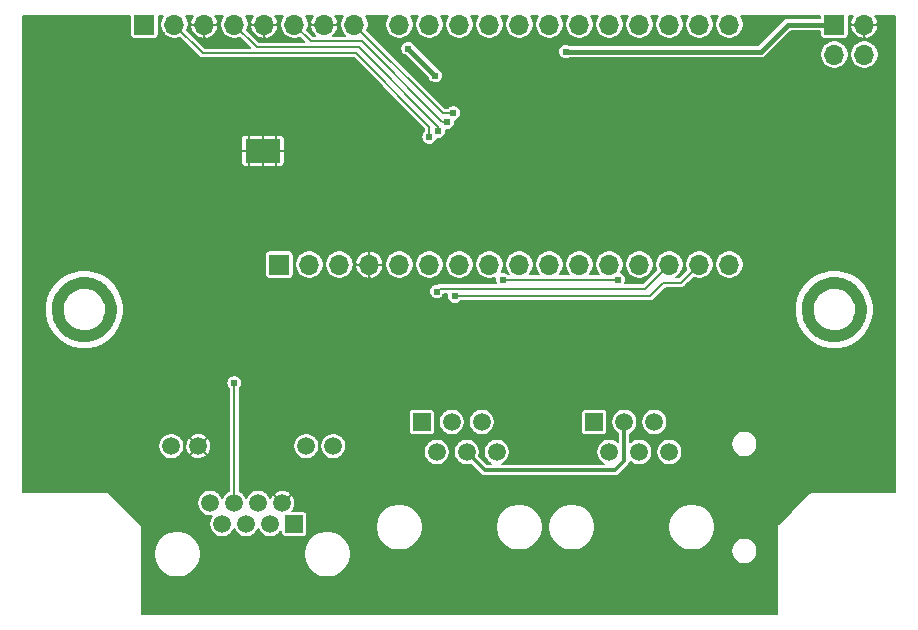
<source format=gbr>
%TF.GenerationSoftware,KiCad,Pcbnew,(5.1.6-0)*%
%TF.CreationDate,2021-08-25T02:04:09-07:00*%
%TF.ProjectId,mate-net-monitor,6d617465-2d6e-4657-942d-6d6f6e69746f,P1*%
%TF.SameCoordinates,PX6b4f310PY74ffa90*%
%TF.FileFunction,Copper,L2,Bot*%
%TF.FilePolarity,Positive*%
%FSLAX46Y46*%
G04 Gerber Fmt 4.6, Leading zero omitted, Abs format (unit mm)*
G04 Created by KiCad (PCBNEW (5.1.6-0)) date 2021-08-25 02:04:09*
%MOMM*%
%LPD*%
G01*
G04 APERTURE LIST*
%TA.AperFunction,ComponentPad*%
%ADD10O,1.700000X1.700000*%
%TD*%
%TA.AperFunction,ComponentPad*%
%ADD11R,1.700000X1.700000*%
%TD*%
%TA.AperFunction,ComponentPad*%
%ADD12C,1.500000*%
%TD*%
%TA.AperFunction,ComponentPad*%
%ADD13R,1.500000X1.500000*%
%TD*%
%TA.AperFunction,SMDPad,CuDef*%
%ADD14C,0.100000*%
%TD*%
%TA.AperFunction,ComponentPad*%
%ADD15C,0.800000*%
%TD*%
%TA.AperFunction,ComponentPad*%
%ADD16C,1.520000*%
%TD*%
%TA.AperFunction,ComponentPad*%
%ADD17R,1.520000X1.520000*%
%TD*%
%TA.AperFunction,ViaPad*%
%ADD18C,0.500000*%
%TD*%
%TA.AperFunction,Conductor*%
%ADD19R,3.000000X2.000000*%
%TD*%
%TA.AperFunction,ViaPad*%
%ADD20C,0.609600*%
%TD*%
%TA.AperFunction,Conductor*%
%ADD21C,0.457200*%
%TD*%
%TA.AperFunction,Conductor*%
%ADD22C,0.203200*%
%TD*%
%TA.AperFunction,Conductor*%
%ADD23C,0.304800*%
%TD*%
G04 APERTURE END LIST*
D10*
%TO.P,A1,LI+*%
%TO.N,Net-(A1-PadLI+)*%
X32258000Y50292000D03*
%TO.P,A1,EN*%
%TO.N,Net-(A1-PadEN)*%
X34798000Y50292000D03*
%TO.P,A1,D8*%
%TO.N,Net-(A1-PadD8)*%
X39878000Y50292000D03*
%TO.P,A1,D7*%
%TO.N,Net-(A1-PadD7)*%
X42418000Y50292000D03*
%TO.P,A1,D6*%
%TO.N,Net-(A1-PadD6)*%
X44958000Y50292000D03*
%TO.P,A1,D5*%
%TO.N,/PB_UART2_RX*%
X47498000Y50292000D03*
%TO.P,A1,D4*%
%TO.N,/PB_UART2_TX*%
X50038000Y50292000D03*
%TO.P,A1,D3*%
%TO.N,/PB_D3*%
X52578000Y50292000D03*
%TO.P,A1,D2*%
%TO.N,/PB_D2*%
X55118000Y50292000D03*
%TO.P,A1,SCL*%
%TO.N,/PB_SCL*%
X57658000Y50292000D03*
%TO.P,A1,SDA*%
%TO.N,/PB_SDA*%
X60198000Y50292000D03*
%TO.P,A1,VUSB*%
%TO.N,+5V*%
X37338000Y50292000D03*
%TO.P,A1,NC*%
%TO.N,Net-(A1-PadNC)*%
X60198000Y29972000D03*
%TO.P,A1,TX*%
%TO.N,/PB_UART1_TX*%
X57658000Y29972000D03*
%TO.P,A1,RX*%
%TO.N,/PB_UART1_RX*%
X55118000Y29972000D03*
%TO.P,A1,MI*%
%TO.N,Net-(A1-PadMI)*%
X52578000Y29972000D03*
%TO.P,A1,MO*%
%TO.N,Net-(A1-PadMO)*%
X50038000Y29972000D03*
%TO.P,A1,SCK*%
%TO.N,Net-(A1-PadSCK)*%
X47498000Y29972000D03*
%TO.P,A1,A5*%
%TO.N,Net-(A1-PadA5)*%
X44958000Y29972000D03*
%TO.P,A1,A4*%
%TO.N,/PB_ADC4*%
X42418000Y29972000D03*
%TO.P,A1,A3*%
%TO.N,/PB_ADC3*%
X39878000Y29972000D03*
%TO.P,A1,A2*%
%TO.N,/PB_ADC2*%
X37338000Y29972000D03*
%TO.P,A1,A1*%
%TO.N,/PB_ADC1*%
X34798000Y29972000D03*
%TO.P,A1,A0*%
%TO.N,/PB_PWM2*%
X32258000Y29972000D03*
%TO.P,A1,GND*%
%TO.N,GND*%
X29718000Y29972000D03*
%TO.P,A1,MD*%
%TO.N,Net-(A1-PadMD)*%
X27178000Y29972000D03*
%TO.P,A1,3V3*%
%TO.N,+3V3*%
X24638000Y29972000D03*
D11*
%TO.P,A1,RST*%
%TO.N,Net-(A1-PadRST)*%
X22098000Y29972000D03*
%TD*%
D12*
%TO.P,J5,12*%
%TO.N,/MATE_NET_IND_A*%
X12948000Y14601000D03*
%TO.P,J5,11*%
%TO.N,GND*%
X15238000Y14601000D03*
%TO.P,J5,10*%
%TO.N,+BATT*%
X24378000Y14601000D03*
%TO.P,J5,9*%
%TO.N,/PBATT_K*%
X26668000Y14601000D03*
%TO.P,J5,8*%
%TO.N,Net-(J5-Pad8)*%
X16256000Y9781000D03*
%TO.P,J5,6*%
%TO.N,/MATE_NET_RXD*%
X18288000Y9781000D03*
%TO.P,J5,4*%
%TO.N,Net-(J5-Pad4)*%
X20320000Y9781000D03*
%TO.P,J5,2*%
%TO.N,GND*%
X22352000Y9781000D03*
%TO.P,J5,7*%
%TO.N,Net-(J5-Pad7)*%
X17272000Y8001000D03*
%TO.P,J5,5*%
%TO.N,Net-(J5-Pad5)*%
X19304000Y8001000D03*
%TO.P,J5,3*%
%TO.N,/MATE_NET_TXD*%
X21336000Y8001000D03*
D13*
%TO.P,J5,1*%
%TO.N,/PBATT_CONN*%
X23368000Y8001000D03*
%TD*%
%TA.AperFunction,SMDPad,CuDef*%
D14*
%TO.P,H3,1*%
%TO.N,Net-(H3-Pad1)*%
G36*
X5600210Y28911403D02*
G01*
X5612424Y28911403D01*
X5831986Y28900665D01*
X5831993Y28900665D01*
X5838956Y28900275D01*
X5859732Y28897945D01*
X5880605Y28895898D01*
X6098069Y28863785D01*
X6104968Y28862717D01*
X6125466Y28858360D01*
X6145987Y28854297D01*
X6359278Y28801118D01*
X6359283Y28801117D01*
X6359289Y28801115D01*
X6366044Y28799381D01*
X6385978Y28793057D01*
X6406048Y28786998D01*
X6613128Y28713260D01*
X6613135Y28713258D01*
X6613143Y28713255D01*
X6619694Y28710870D01*
X6638925Y28702627D01*
X6658298Y28694642D01*
X6857184Y28601053D01*
X6857201Y28601046D01*
X6857220Y28601036D01*
X6863497Y28598029D01*
X6881855Y28587937D01*
X6900332Y28578112D01*
X7089144Y28465558D01*
X7089153Y28465553D01*
X7089163Y28465546D01*
X7095123Y28461937D01*
X7112389Y28450115D01*
X7129841Y28438520D01*
X7306776Y28308072D01*
X7312366Y28303890D01*
X7328428Y28290413D01*
X7344631Y28277197D01*
X7507980Y28130117D01*
X7507992Y28130107D01*
X7508004Y28130095D01*
X7513148Y28125399D01*
X7527796Y28110440D01*
X7542654Y28095686D01*
X7690882Y27933356D01*
X7695553Y27928167D01*
X7708656Y27911871D01*
X7722020Y27895716D01*
X7853697Y27719700D01*
X7853702Y27719694D01*
X7853708Y27719686D01*
X7857843Y27714077D01*
X7869304Y27696564D01*
X7881018Y27679196D01*
X7994889Y27491171D01*
X7994891Y27491168D01*
X7994892Y27491166D01*
X7998467Y27485169D01*
X8008158Y27466631D01*
X8018125Y27448198D01*
X8113104Y27249960D01*
X8113109Y27249952D01*
X8113113Y27249941D01*
X8116080Y27243636D01*
X8123915Y27224244D01*
X8132038Y27204920D01*
X8207223Y26998353D01*
X8209564Y26991776D01*
X8215467Y26971722D01*
X8221668Y26951688D01*
X8276336Y26738770D01*
X8278024Y26731996D01*
X8281943Y26711453D01*
X8286158Y26690918D01*
X8319788Y26473682D01*
X8320808Y26466775D01*
X8322706Y26445919D01*
X8324894Y26425100D01*
X8337164Y26205639D01*
X8337166Y26205619D01*
X8337166Y26205595D01*
X8337506Y26198646D01*
X8337360Y26177739D01*
X8337506Y26156771D01*
X8328302Y25937160D01*
X8328302Y25937137D01*
X8328300Y25937110D01*
X8327960Y25930167D01*
X8325777Y25909398D01*
X8323874Y25888489D01*
X8293280Y25670805D01*
X8292260Y25663898D01*
X8288049Y25643385D01*
X8284126Y25622821D01*
X8232440Y25409177D01*
X8232437Y25409162D01*
X8232432Y25409145D01*
X8230747Y25402387D01*
X8224571Y25382437D01*
X8218645Y25362300D01*
X8146353Y25154704D01*
X8144011Y25148127D01*
X8135900Y25128831D01*
X8128052Y25109408D01*
X8035851Y24909867D01*
X8035847Y24909858D01*
X8035846Y24909857D01*
X8032874Y24903540D01*
X8022906Y24885105D01*
X8013215Y24866568D01*
X7901987Y24676983D01*
X7901977Y24676965D01*
X7901964Y24676945D01*
X7898402Y24670970D01*
X7886714Y24653641D01*
X7875228Y24636090D01*
X7746018Y24458248D01*
X7741875Y24452629D01*
X7728538Y24436507D01*
X7715410Y24420179D01*
X7569468Y24255800D01*
X7569462Y24255792D01*
X7569453Y24255783D01*
X7564793Y24250607D01*
X7549928Y24235845D01*
X7535283Y24220891D01*
X7374002Y24071544D01*
X7373992Y24071534D01*
X7373980Y24071524D01*
X7368836Y24066827D01*
X7352623Y24053604D01*
X7336571Y24040135D01*
X7161485Y23907238D01*
X7161476Y23907230D01*
X7161464Y23907222D01*
X7155885Y23903048D01*
X7138437Y23891455D01*
X7121169Y23879632D01*
X6933945Y23764450D01*
X6933939Y23764446D01*
X6933932Y23764442D01*
X6927968Y23760831D01*
X6909516Y23751019D01*
X6891132Y23740913D01*
X6693562Y23644552D01*
X6693554Y23644547D01*
X6693544Y23644543D01*
X6687259Y23641532D01*
X6667923Y23633562D01*
X6648654Y23625304D01*
X6442617Y23548680D01*
X6436057Y23546292D01*
X6416020Y23540242D01*
X6396055Y23533909D01*
X6183524Y23477756D01*
X6176762Y23476020D01*
X6156227Y23471954D01*
X6135742Y23467600D01*
X5918746Y23432454D01*
X5911847Y23431386D01*
X5890998Y23429342D01*
X5870201Y23427009D01*
X5650827Y23413207D01*
X5650809Y23413205D01*
X5650788Y23413205D01*
X5643840Y23412816D01*
X5622908Y23412816D01*
X5601965Y23412524D01*
X5382295Y23420195D01*
X5382275Y23420195D01*
X5382251Y23420197D01*
X5375300Y23420488D01*
X5354495Y23422528D01*
X5333597Y23424283D01*
X5115706Y23453356D01*
X5115703Y23453356D01*
X5115700Y23453357D01*
X5108791Y23454328D01*
X5088253Y23458394D01*
X5067657Y23462175D01*
X4853648Y23512370D01*
X4853639Y23512372D01*
X4853628Y23512375D01*
X4846855Y23514013D01*
X4826781Y23520074D01*
X4806683Y23525837D01*
X4598599Y23596674D01*
X4598587Y23596678D01*
X4598573Y23596683D01*
X4591994Y23598975D01*
X4572683Y23606934D01*
X4553168Y23614661D01*
X4352985Y23705468D01*
X4352977Y23705471D01*
X4352968Y23705476D01*
X4346641Y23708399D01*
X4328176Y23718217D01*
X4309530Y23727800D01*
X4119157Y23837712D01*
X4113136Y23841245D01*
X4095722Y23852815D01*
X4078096Y23864174D01*
X3899356Y23992139D01*
X3893708Y23996243D01*
X3877501Y24009461D01*
X3861072Y24022482D01*
X3695684Y24167270D01*
X3695673Y24167278D01*
X3695662Y24167289D01*
X3690454Y24171913D01*
X3675624Y24186640D01*
X3660534Y24201212D01*
X3510065Y24361446D01*
X3510055Y24361456D01*
X3510044Y24361468D01*
X3505312Y24366579D01*
X3491981Y24382693D01*
X3478395Y24398657D01*
X3344270Y24572820D01*
X3340049Y24578381D01*
X3328341Y24595739D01*
X3316390Y24612935D01*
X3199910Y24799343D01*
X3199900Y24799357D01*
X3199890Y24799375D01*
X3196243Y24805303D01*
X3186298Y24823696D01*
X3176069Y24841999D01*
X3078328Y25038898D01*
X3075268Y25045173D01*
X3067171Y25064434D01*
X3058771Y25083661D01*
X2980710Y25289158D01*
X2978277Y25295702D01*
X2972096Y25315671D01*
X2965615Y25335617D01*
X2907979Y25547750D01*
X2906196Y25554500D01*
X2901987Y25575006D01*
X2897489Y25595463D01*
X2860832Y25812195D01*
X2860830Y25812205D01*
X2860829Y25812216D01*
X2859714Y25819100D01*
X2857531Y25839874D01*
X2855046Y25860710D01*
X2839711Y26080000D01*
X2839273Y26086967D01*
X2839126Y26107915D01*
X2838761Y26125366D01*
X3838981Y26125366D01*
X3850904Y25954860D01*
X3879406Y25786346D01*
X3924219Y25621407D01*
X3984914Y25461627D01*
X4060909Y25308535D01*
X4151480Y25163591D01*
X4255768Y25028172D01*
X4372765Y24903584D01*
X4501359Y24791008D01*
X4640335Y24691511D01*
X4788354Y24606052D01*
X4944005Y24535446D01*
X5105803Y24480365D01*
X5272192Y24441339D01*
X5441620Y24418732D01*
X5612425Y24412767D01*
X5783000Y24423499D01*
X5951717Y24450826D01*
X6116974Y24494488D01*
X6277158Y24554060D01*
X6430781Y24628987D01*
X6576358Y24718547D01*
X6712499Y24821884D01*
X6837898Y24938004D01*
X6951376Y25065818D01*
X7051838Y25204092D01*
X7138329Y25351513D01*
X7210017Y25506659D01*
X7266227Y25668075D01*
X7306415Y25834192D01*
X7330203Y26003452D01*
X7337360Y26174212D01*
X7327819Y26344860D01*
X7301672Y26513760D01*
X7259164Y26679320D01*
X7200712Y26839915D01*
X7126857Y26994061D01*
X7038322Y27140251D01*
X6935941Y27277108D01*
X6820685Y27403329D01*
X6693675Y27517689D01*
X6556100Y27619117D01*
X6409297Y27706630D01*
X6254650Y27779401D01*
X6093630Y27836738D01*
X5927795Y27878085D01*
X5758710Y27903054D01*
X5579266Y27911830D01*
X5547867Y27911391D01*
X5368748Y27897609D01*
X5200419Y27867928D01*
X5035809Y27821968D01*
X4876452Y27760157D01*
X4723898Y27683097D01*
X4579584Y27591512D01*
X4444902Y27486287D01*
X4321132Y27368422D01*
X4209456Y27239044D01*
X4110930Y27099375D01*
X4026508Y26950765D01*
X3956992Y26794631D01*
X3903040Y26632447D01*
X3865175Y26465781D01*
X3843753Y26296213D01*
X3838981Y26125366D01*
X2838761Y26125366D01*
X2838688Y26128841D01*
X2844826Y26348579D01*
X2845070Y26355556D01*
X2846967Y26376399D01*
X2848574Y26397286D01*
X2876124Y26615360D01*
X2876125Y26615373D01*
X2876127Y26615387D01*
X2877049Y26622296D01*
X2880971Y26642854D01*
X2884608Y26663480D01*
X2933309Y26877843D01*
X2934903Y26884639D01*
X2940809Y26904707D01*
X2946446Y26924895D01*
X3015830Y27133469D01*
X3015833Y27133481D01*
X3015839Y27133495D01*
X3018083Y27140088D01*
X3025921Y27159488D01*
X3033499Y27179024D01*
X3122905Y27379832D01*
X3122909Y27379842D01*
X3122914Y27379853D01*
X3125794Y27386201D01*
X3135484Y27404737D01*
X3144934Y27423444D01*
X3253514Y27614580D01*
X3257005Y27620626D01*
X3268459Y27638130D01*
X3279690Y27655827D01*
X3406404Y27835455D01*
X3410468Y27841131D01*
X3423586Y27857447D01*
X3436478Y27873947D01*
X3580101Y28040337D01*
X3580116Y28040356D01*
X3580136Y28040377D01*
X3584713Y28045606D01*
X3599346Y28060549D01*
X3613804Y28075731D01*
X3772995Y28227326D01*
X3778084Y28232105D01*
X3794144Y28245581D01*
X3809973Y28259244D01*
X3983195Y28394581D01*
X3988727Y28398840D01*
X4005961Y28410641D01*
X4023113Y28422740D01*
X4208718Y28540528D01*
X4208719Y28540529D01*
X4208726Y28540533D01*
X4214638Y28544227D01*
X4232969Y28554305D01*
X4251194Y28564658D01*
X4447406Y28663771D01*
X4453659Y28666875D01*
X4472883Y28675114D01*
X4492030Y28683639D01*
X4696977Y28763133D01*
X4703503Y28765612D01*
X4723474Y28771947D01*
X4743330Y28778552D01*
X4955037Y28837662D01*
X4955056Y28837668D01*
X4955078Y28837673D01*
X4961793Y28839497D01*
X4982221Y28843839D01*
X5002692Y28848490D01*
X5219176Y28886662D01*
X5226060Y28887826D01*
X5246857Y28890159D01*
X5267640Y28892784D01*
X5486816Y28909649D01*
X5493780Y28910136D01*
X5505998Y28910307D01*
X5518197Y28911074D01*
X5581021Y28911951D01*
X5588002Y28912000D01*
X5600210Y28911403D01*
G37*
%TD.AperFunction*%
D15*
X7178000Y27752000D03*
X5588000Y28412000D03*
X3998000Y27752000D03*
X3338000Y26162000D03*
X3998000Y24572000D03*
X5588000Y23912000D03*
X7178000Y24572000D03*
X7838000Y26162000D03*
%TD*%
%TA.AperFunction,SMDPad,CuDef*%
D14*
%TO.P,H4,1*%
%TO.N,Net-(H4-Pad1)*%
G36*
X69100210Y28911403D02*
G01*
X69112424Y28911403D01*
X69331986Y28900665D01*
X69331993Y28900665D01*
X69338956Y28900275D01*
X69359732Y28897945D01*
X69380605Y28895898D01*
X69598069Y28863785D01*
X69604968Y28862717D01*
X69625466Y28858360D01*
X69645987Y28854297D01*
X69859278Y28801118D01*
X69859283Y28801117D01*
X69859289Y28801115D01*
X69866044Y28799381D01*
X69885978Y28793057D01*
X69906048Y28786998D01*
X70113128Y28713260D01*
X70113135Y28713258D01*
X70113143Y28713255D01*
X70119694Y28710870D01*
X70138925Y28702627D01*
X70158298Y28694642D01*
X70357184Y28601053D01*
X70357201Y28601046D01*
X70357220Y28601036D01*
X70363497Y28598029D01*
X70381855Y28587937D01*
X70400332Y28578112D01*
X70589144Y28465558D01*
X70589153Y28465553D01*
X70589163Y28465546D01*
X70595123Y28461937D01*
X70612389Y28450115D01*
X70629841Y28438520D01*
X70806776Y28308072D01*
X70812366Y28303890D01*
X70828428Y28290413D01*
X70844631Y28277197D01*
X71007980Y28130117D01*
X71007992Y28130107D01*
X71008004Y28130095D01*
X71013148Y28125399D01*
X71027796Y28110440D01*
X71042654Y28095686D01*
X71190882Y27933356D01*
X71195553Y27928167D01*
X71208656Y27911871D01*
X71222020Y27895716D01*
X71353697Y27719700D01*
X71353702Y27719694D01*
X71353708Y27719686D01*
X71357843Y27714077D01*
X71369304Y27696564D01*
X71381018Y27679196D01*
X71494889Y27491171D01*
X71494891Y27491168D01*
X71494892Y27491166D01*
X71498467Y27485169D01*
X71508158Y27466631D01*
X71518125Y27448198D01*
X71613104Y27249960D01*
X71613109Y27249952D01*
X71613113Y27249941D01*
X71616080Y27243636D01*
X71623915Y27224244D01*
X71632038Y27204920D01*
X71707223Y26998353D01*
X71709564Y26991776D01*
X71715467Y26971722D01*
X71721668Y26951688D01*
X71776336Y26738770D01*
X71778024Y26731996D01*
X71781943Y26711453D01*
X71786158Y26690918D01*
X71819788Y26473682D01*
X71820808Y26466775D01*
X71822706Y26445919D01*
X71824894Y26425100D01*
X71837164Y26205639D01*
X71837166Y26205619D01*
X71837166Y26205595D01*
X71837506Y26198646D01*
X71837360Y26177739D01*
X71837506Y26156771D01*
X71828302Y25937160D01*
X71828302Y25937137D01*
X71828300Y25937110D01*
X71827960Y25930167D01*
X71825777Y25909398D01*
X71823874Y25888489D01*
X71793280Y25670805D01*
X71792260Y25663898D01*
X71788049Y25643385D01*
X71784126Y25622821D01*
X71732440Y25409177D01*
X71732437Y25409162D01*
X71732432Y25409145D01*
X71730747Y25402387D01*
X71724571Y25382437D01*
X71718645Y25362300D01*
X71646353Y25154704D01*
X71644011Y25148127D01*
X71635900Y25128831D01*
X71628052Y25109408D01*
X71535851Y24909867D01*
X71535847Y24909858D01*
X71535846Y24909857D01*
X71532874Y24903540D01*
X71522906Y24885105D01*
X71513215Y24866568D01*
X71401987Y24676983D01*
X71401977Y24676965D01*
X71401964Y24676945D01*
X71398402Y24670970D01*
X71386714Y24653641D01*
X71375228Y24636090D01*
X71246018Y24458248D01*
X71241875Y24452629D01*
X71228538Y24436507D01*
X71215410Y24420179D01*
X71069468Y24255800D01*
X71069462Y24255792D01*
X71069453Y24255783D01*
X71064793Y24250607D01*
X71049928Y24235845D01*
X71035283Y24220891D01*
X70874002Y24071544D01*
X70873992Y24071534D01*
X70873980Y24071524D01*
X70868836Y24066827D01*
X70852623Y24053604D01*
X70836571Y24040135D01*
X70661485Y23907238D01*
X70661476Y23907230D01*
X70661464Y23907222D01*
X70655885Y23903048D01*
X70638437Y23891455D01*
X70621169Y23879632D01*
X70433945Y23764450D01*
X70433939Y23764446D01*
X70433932Y23764442D01*
X70427968Y23760831D01*
X70409516Y23751019D01*
X70391132Y23740913D01*
X70193562Y23644552D01*
X70193554Y23644547D01*
X70193544Y23644543D01*
X70187259Y23641532D01*
X70167923Y23633562D01*
X70148654Y23625304D01*
X69942617Y23548680D01*
X69936057Y23546292D01*
X69916020Y23540242D01*
X69896055Y23533909D01*
X69683524Y23477756D01*
X69676762Y23476020D01*
X69656227Y23471954D01*
X69635742Y23467600D01*
X69418746Y23432454D01*
X69411847Y23431386D01*
X69390998Y23429342D01*
X69370201Y23427009D01*
X69150827Y23413207D01*
X69150809Y23413205D01*
X69150788Y23413205D01*
X69143840Y23412816D01*
X69122908Y23412816D01*
X69101965Y23412524D01*
X68882295Y23420195D01*
X68882275Y23420195D01*
X68882251Y23420197D01*
X68875300Y23420488D01*
X68854495Y23422528D01*
X68833597Y23424283D01*
X68615706Y23453356D01*
X68615703Y23453356D01*
X68615700Y23453357D01*
X68608791Y23454328D01*
X68588253Y23458394D01*
X68567657Y23462175D01*
X68353648Y23512370D01*
X68353639Y23512372D01*
X68353628Y23512375D01*
X68346855Y23514013D01*
X68326781Y23520074D01*
X68306683Y23525837D01*
X68098599Y23596674D01*
X68098587Y23596678D01*
X68098573Y23596683D01*
X68091994Y23598975D01*
X68072683Y23606934D01*
X68053168Y23614661D01*
X67852985Y23705468D01*
X67852977Y23705471D01*
X67852968Y23705476D01*
X67846641Y23708399D01*
X67828176Y23718217D01*
X67809530Y23727800D01*
X67619157Y23837712D01*
X67613136Y23841245D01*
X67595722Y23852815D01*
X67578096Y23864174D01*
X67399356Y23992139D01*
X67393708Y23996243D01*
X67377501Y24009461D01*
X67361072Y24022482D01*
X67195684Y24167270D01*
X67195673Y24167278D01*
X67195662Y24167289D01*
X67190454Y24171913D01*
X67175624Y24186640D01*
X67160534Y24201212D01*
X67010065Y24361446D01*
X67010055Y24361456D01*
X67010044Y24361468D01*
X67005312Y24366579D01*
X66991981Y24382693D01*
X66978395Y24398657D01*
X66844270Y24572820D01*
X66840049Y24578381D01*
X66828341Y24595739D01*
X66816390Y24612935D01*
X66699910Y24799343D01*
X66699900Y24799357D01*
X66699890Y24799375D01*
X66696243Y24805303D01*
X66686298Y24823696D01*
X66676069Y24841999D01*
X66578328Y25038898D01*
X66575268Y25045173D01*
X66567171Y25064434D01*
X66558771Y25083661D01*
X66480710Y25289158D01*
X66478277Y25295702D01*
X66472096Y25315671D01*
X66465615Y25335617D01*
X66407979Y25547750D01*
X66406196Y25554500D01*
X66401987Y25575006D01*
X66397489Y25595463D01*
X66360832Y25812195D01*
X66360830Y25812205D01*
X66360829Y25812216D01*
X66359714Y25819100D01*
X66357531Y25839874D01*
X66355046Y25860710D01*
X66339711Y26080000D01*
X66339273Y26086967D01*
X66339126Y26107915D01*
X66338761Y26125366D01*
X67338981Y26125366D01*
X67350904Y25954860D01*
X67379406Y25786346D01*
X67424219Y25621407D01*
X67484914Y25461627D01*
X67560909Y25308535D01*
X67651480Y25163591D01*
X67755768Y25028172D01*
X67872765Y24903584D01*
X68001359Y24791008D01*
X68140335Y24691511D01*
X68288354Y24606052D01*
X68444005Y24535446D01*
X68605803Y24480365D01*
X68772192Y24441339D01*
X68941620Y24418732D01*
X69112425Y24412767D01*
X69283000Y24423499D01*
X69451717Y24450826D01*
X69616974Y24494488D01*
X69777158Y24554060D01*
X69930781Y24628987D01*
X70076358Y24718547D01*
X70212499Y24821884D01*
X70337898Y24938004D01*
X70451376Y25065818D01*
X70551838Y25204092D01*
X70638329Y25351513D01*
X70710017Y25506659D01*
X70766227Y25668075D01*
X70806415Y25834192D01*
X70830203Y26003452D01*
X70837360Y26174212D01*
X70827819Y26344860D01*
X70801672Y26513760D01*
X70759164Y26679320D01*
X70700712Y26839915D01*
X70626857Y26994061D01*
X70538322Y27140251D01*
X70435941Y27277108D01*
X70320685Y27403329D01*
X70193675Y27517689D01*
X70056100Y27619117D01*
X69909297Y27706630D01*
X69754650Y27779401D01*
X69593630Y27836738D01*
X69427795Y27878085D01*
X69258710Y27903054D01*
X69079266Y27911830D01*
X69047867Y27911391D01*
X68868748Y27897609D01*
X68700419Y27867928D01*
X68535809Y27821968D01*
X68376452Y27760157D01*
X68223898Y27683097D01*
X68079584Y27591512D01*
X67944902Y27486287D01*
X67821132Y27368422D01*
X67709456Y27239044D01*
X67610930Y27099375D01*
X67526508Y26950765D01*
X67456992Y26794631D01*
X67403040Y26632447D01*
X67365175Y26465781D01*
X67343753Y26296213D01*
X67338981Y26125366D01*
X66338761Y26125366D01*
X66338688Y26128841D01*
X66344826Y26348579D01*
X66345070Y26355556D01*
X66346967Y26376399D01*
X66348574Y26397286D01*
X66376124Y26615360D01*
X66376125Y26615373D01*
X66376127Y26615387D01*
X66377049Y26622296D01*
X66380971Y26642854D01*
X66384608Y26663480D01*
X66433309Y26877843D01*
X66434903Y26884639D01*
X66440809Y26904707D01*
X66446446Y26924895D01*
X66515830Y27133469D01*
X66515833Y27133481D01*
X66515839Y27133495D01*
X66518083Y27140088D01*
X66525921Y27159488D01*
X66533499Y27179024D01*
X66622905Y27379832D01*
X66622909Y27379842D01*
X66622914Y27379853D01*
X66625794Y27386201D01*
X66635484Y27404737D01*
X66644934Y27423444D01*
X66753514Y27614580D01*
X66757005Y27620626D01*
X66768459Y27638130D01*
X66779690Y27655827D01*
X66906404Y27835455D01*
X66910468Y27841131D01*
X66923586Y27857447D01*
X66936478Y27873947D01*
X67080101Y28040337D01*
X67080116Y28040356D01*
X67080136Y28040377D01*
X67084713Y28045606D01*
X67099346Y28060549D01*
X67113804Y28075731D01*
X67272995Y28227326D01*
X67278084Y28232105D01*
X67294144Y28245581D01*
X67309973Y28259244D01*
X67483195Y28394581D01*
X67488727Y28398840D01*
X67505961Y28410641D01*
X67523113Y28422740D01*
X67708718Y28540528D01*
X67708719Y28540529D01*
X67708726Y28540533D01*
X67714638Y28544227D01*
X67732969Y28554305D01*
X67751194Y28564658D01*
X67947406Y28663771D01*
X67953659Y28666875D01*
X67972883Y28675114D01*
X67992030Y28683639D01*
X68196977Y28763133D01*
X68203503Y28765612D01*
X68223474Y28771947D01*
X68243330Y28778552D01*
X68455037Y28837662D01*
X68455056Y28837668D01*
X68455078Y28837673D01*
X68461793Y28839497D01*
X68482221Y28843839D01*
X68502692Y28848490D01*
X68719176Y28886662D01*
X68726060Y28887826D01*
X68746857Y28890159D01*
X68767640Y28892784D01*
X68986816Y28909649D01*
X68993780Y28910136D01*
X69005998Y28910307D01*
X69018197Y28911074D01*
X69081021Y28911951D01*
X69088002Y28912000D01*
X69100210Y28911403D01*
G37*
%TD.AperFunction*%
D15*
X70678000Y27752000D03*
X69088000Y28412000D03*
X67498000Y27752000D03*
X66838000Y26162000D03*
X67498000Y24572000D03*
X69088000Y23912000D03*
X70678000Y24572000D03*
X71338000Y26162000D03*
%TD*%
D11*
%TO.P,J4,1*%
%TO.N,+3V3*%
X10668000Y50292000D03*
D10*
%TO.P,J4,2*%
%TO.N,/CONN_ADC1*%
X13208000Y50292000D03*
%TO.P,J4,3*%
%TO.N,GND*%
X15748000Y50292000D03*
%TO.P,J4,4*%
%TO.N,/CONN_ADC2*%
X18288000Y50292000D03*
%TO.P,J4,5*%
%TO.N,GND*%
X20828000Y50292000D03*
%TO.P,J4,6*%
%TO.N,/CONN_ADC3*%
X23368000Y50292000D03*
%TO.P,J4,7*%
%TO.N,GND*%
X25908000Y50292000D03*
%TO.P,J4,8*%
%TO.N,/CONN_ADC4*%
X28448000Y50292000D03*
%TD*%
D11*
%TO.P,J3,1*%
%TO.N,+3V3*%
X69088000Y50292000D03*
D10*
%TO.P,J3,2*%
%TO.N,/PB_SDA*%
X69088000Y47752000D03*
%TO.P,J3,3*%
%TO.N,GND*%
X71628000Y50292000D03*
%TO.P,J3,4*%
%TO.N,/PB_SCL*%
X71628000Y47752000D03*
%TD*%
D16*
%TO.P,J2,6*%
%TO.N,Net-(J2-Pad6)*%
X40513000Y14097000D03*
%TO.P,J2,5*%
%TO.N,/MAG_NET_B*%
X39243000Y16637000D03*
%TO.P,J2,4*%
%TO.N,/MAG_NET_P14V*%
X37973000Y14097000D03*
%TO.P,J2,3*%
%TO.N,/MAG_NET_GND*%
X36703000Y16637000D03*
%TO.P,J2,2*%
%TO.N,/MAG_NET_A*%
X35433000Y14097000D03*
D17*
%TO.P,J2,1*%
%TO.N,Net-(J2-Pad1)*%
X34163000Y16637000D03*
%TD*%
%TO.P,J1,1*%
%TO.N,Net-(J1-Pad1)*%
X48768000Y16637000D03*
D16*
%TO.P,J1,2*%
%TO.N,/MAG_NET_B*%
X50038000Y14097000D03*
%TO.P,J1,3*%
%TO.N,/MAG_NET_P14V*%
X51308000Y16637000D03*
%TO.P,J1,4*%
%TO.N,/MAG_NET_GND*%
X52578000Y14097000D03*
%TO.P,J1,5*%
%TO.N,/MAG_NET_A*%
X53848000Y16637000D03*
%TO.P,J1,6*%
%TO.N,Net-(J1-Pad6)*%
X55118000Y14097000D03*
%TD*%
D18*
%TO.N,GND*%
%TO.C,U1*%
X20701000Y40259000D03*
D19*
X20701000Y39624000D03*
D18*
X20701000Y38989000D03*
X21844000Y40259000D03*
X21844000Y38989000D03*
X19558000Y40259000D03*
X19558000Y38989000D03*
%TD*%
D20*
%TO.N,+3V3*%
X46355000Y48006000D03*
X35306000Y45974000D03*
X33020000Y48260000D03*
%TO.N,GND*%
X32131000Y27940000D03*
X41529000Y44323000D03*
X38735000Y44323000D03*
X35941000Y44323000D03*
X27178000Y47117000D03*
X30607000Y49530000D03*
X31103199Y49033801D03*
X12179300Y49403000D03*
X55118000Y35814000D03*
X62230000Y50165000D03*
X14478000Y22479000D03*
X14478000Y21463000D03*
X14478000Y23495000D03*
X14478000Y18288000D03*
X14478000Y19304000D03*
X14478000Y17272000D03*
X22987000Y19050000D03*
X15621000Y19050000D03*
X27305000Y19050000D03*
X1143000Y14986000D03*
X3937000Y14986000D03*
X6731000Y14986000D03*
X3175000Y14986000D03*
X5969000Y14986000D03*
X8763000Y14986000D03*
X14605000Y41656000D03*
X14605000Y42545000D03*
X17399000Y42545000D03*
X18948410Y41780483D03*
X17399000Y41689173D03*
X2413000Y48641000D03*
X2413000Y46101000D03*
X1016000Y46101000D03*
X1016000Y48641000D03*
X14224000Y44577000D03*
X33516792Y27924075D03*
X40259000Y20193000D03*
X42096874Y23139390D03*
X11683818Y48923420D03*
%TO.N,/PB_UART1_RX*%
X35415211Y27689768D03*
%TO.N,/PB_UART1_TX*%
X36957000Y27305000D03*
%TO.N,/PB_D3*%
X41021000Y28702000D03*
X50800000Y28702000D03*
%TO.N,/MATE_NET_RXD*%
X18288000Y19939000D03*
%TO.N,/CONN_ADC1*%
X34798000Y40767000D03*
%TO.N,/CONN_ADC2*%
X35560000Y41275000D03*
%TO.N,/CONN_ADC3*%
X36322000Y42037000D03*
%TO.N,/CONN_ADC4*%
X36830000Y42799000D03*
%TD*%
D21*
%TO.N,+3V3*%
X69088000Y50292000D02*
X65151000Y50292000D01*
X62865000Y48006000D02*
X46355000Y48006000D01*
X65151000Y50292000D02*
X62865000Y48006000D01*
X35306000Y45974000D02*
X33020000Y48260000D01*
D22*
%TO.N,GND*%
X20701000Y39624000D02*
X20701000Y38227000D01*
X20701000Y39624000D02*
X20701000Y41148000D01*
X19558000Y40259000D02*
X19558000Y41148000D01*
X21844000Y40259000D02*
X21844000Y41148000D01*
X21844000Y38989000D02*
X21844000Y38100000D01*
X19558000Y38989000D02*
X19558000Y38100000D01*
%TO.N,/PB_UART1_RX*%
X53086000Y27940000D02*
X35665443Y27940000D01*
X35665443Y27940000D02*
X35415211Y27689768D01*
X55118000Y29972000D02*
X53086000Y27940000D01*
%TO.N,/PB_UART1_TX*%
X53467000Y27305000D02*
X54610000Y28448000D01*
X36957000Y27305000D02*
X53467000Y27305000D01*
X56134000Y28448000D02*
X57658000Y29972000D01*
X54610000Y28448000D02*
X56134000Y28448000D01*
%TO.N,/PB_D3*%
X41021000Y28702000D02*
X50800000Y28702000D01*
%TO.N,/MATE_NET_RXD*%
X18288000Y19939000D02*
X18288000Y9527000D01*
D23*
%TO.N,/MAG_NET_P14V*%
X37973000Y14097000D02*
X39497000Y12573000D01*
X39497000Y12573000D02*
X50546000Y12573000D01*
X51308000Y13335000D02*
X51308000Y16637000D01*
X50546000Y12573000D02*
X51308000Y13335000D01*
D22*
%TO.N,/CONN_ADC1*%
X34798000Y41656000D02*
X28575000Y47879000D01*
X15621000Y47879000D02*
X13208000Y50292000D01*
X28575000Y47879000D02*
X15621000Y47879000D01*
X34798000Y40767000D02*
X34798000Y41656000D01*
%TO.N,/CONN_ADC2*%
X20193000Y48387000D02*
X18288000Y50292000D01*
X28829000Y48387000D02*
X20193000Y48387000D01*
X35560000Y41656000D02*
X35560000Y41275000D01*
X35560000Y41656000D02*
X28829000Y48387000D01*
%TO.N,/CONN_ADC3*%
X24765000Y48895000D02*
X23368000Y50292000D01*
X29083000Y48895000D02*
X24765000Y48895000D01*
X35941000Y42037000D02*
X35814000Y42164000D01*
X35814000Y42164000D02*
X29083000Y48895000D01*
X36322000Y42037000D02*
X35941000Y42037000D01*
%TO.N,/CONN_ADC4*%
X36830000Y42799000D02*
X35941000Y42799000D01*
X28448000Y50292000D02*
X35941000Y42799000D01*
%TD*%
%TO.N,GND*%
G36*
X9460680Y49442000D02*
G01*
X9467546Y49372290D01*
X9487879Y49305260D01*
X9520899Y49243484D01*
X9565337Y49189337D01*
X9619484Y49144899D01*
X9681260Y49111879D01*
X9748290Y49091546D01*
X9818000Y49084680D01*
X11518000Y49084680D01*
X11587710Y49091546D01*
X11654740Y49111879D01*
X11716516Y49144899D01*
X11770663Y49189337D01*
X11815101Y49243484D01*
X11848121Y49305260D01*
X11868454Y49372290D01*
X11875320Y49442000D01*
X11875320Y51029400D01*
X12250753Y51029400D01*
X12139611Y50863066D01*
X12048731Y50643660D01*
X12002400Y50410741D01*
X12002400Y50173259D01*
X12048731Y49940340D01*
X12139611Y49720934D01*
X12271550Y49523475D01*
X12439475Y49355550D01*
X12636934Y49223611D01*
X12856340Y49132731D01*
X13089259Y49086400D01*
X13326741Y49086400D01*
X13559660Y49132731D01*
X13673527Y49179896D01*
X15281829Y47571593D01*
X15296147Y47554147D01*
X15313592Y47539830D01*
X15365763Y47497013D01*
X15408217Y47474322D01*
X15445191Y47454559D01*
X15531373Y47428415D01*
X15598540Y47421800D01*
X15598549Y47421800D01*
X15620999Y47419589D01*
X15643449Y47421800D01*
X28385623Y47421800D01*
X34340801Y41466621D01*
X34340801Y41243747D01*
X34285034Y41187980D01*
X34212761Y41079817D01*
X34162979Y40959631D01*
X34137600Y40832044D01*
X34137600Y40701956D01*
X34162979Y40574369D01*
X34212761Y40454183D01*
X34285034Y40346020D01*
X34377020Y40254034D01*
X34485183Y40181761D01*
X34605369Y40131979D01*
X34732956Y40106600D01*
X34863044Y40106600D01*
X34990631Y40131979D01*
X35110817Y40181761D01*
X35218980Y40254034D01*
X35310966Y40346020D01*
X35383239Y40454183D01*
X35433021Y40574369D01*
X35443076Y40624920D01*
X35494956Y40614600D01*
X35625044Y40614600D01*
X35752631Y40639979D01*
X35872817Y40689761D01*
X35980980Y40762034D01*
X36072966Y40854020D01*
X36145239Y40962183D01*
X36195021Y41082369D01*
X36220400Y41209956D01*
X36220400Y41340044D01*
X36211323Y41385677D01*
X36256956Y41376600D01*
X36387044Y41376600D01*
X36514631Y41401979D01*
X36634817Y41451761D01*
X36742980Y41524034D01*
X36834966Y41616020D01*
X36907239Y41724183D01*
X36957021Y41844369D01*
X36982400Y41971956D01*
X36982400Y42102044D01*
X36972080Y42153924D01*
X37022631Y42163979D01*
X37142817Y42213761D01*
X37250980Y42286034D01*
X37342966Y42378020D01*
X37415239Y42486183D01*
X37465021Y42606369D01*
X37490400Y42733956D01*
X37490400Y42864044D01*
X37465021Y42991631D01*
X37415239Y43111817D01*
X37342966Y43219980D01*
X37250980Y43311966D01*
X37142817Y43384239D01*
X37022631Y43434021D01*
X36895044Y43459400D01*
X36764956Y43459400D01*
X36637369Y43434021D01*
X36517183Y43384239D01*
X36409020Y43311966D01*
X36353254Y43256200D01*
X36130378Y43256200D01*
X31061534Y48325044D01*
X32359600Y48325044D01*
X32359600Y48194956D01*
X32384979Y48067369D01*
X32434761Y47947183D01*
X32507034Y47839020D01*
X32599020Y47747034D01*
X32707183Y47674761D01*
X32827369Y47624979D01*
X32829203Y47624614D01*
X34670614Y45783203D01*
X34670979Y45781369D01*
X34720761Y45661183D01*
X34793034Y45553020D01*
X34885020Y45461034D01*
X34993183Y45388761D01*
X35113369Y45338979D01*
X35240956Y45313600D01*
X35371044Y45313600D01*
X35498631Y45338979D01*
X35618817Y45388761D01*
X35726980Y45461034D01*
X35818966Y45553020D01*
X35891239Y45661183D01*
X35941021Y45781369D01*
X35966400Y45908956D01*
X35966400Y46039044D01*
X35941021Y46166631D01*
X35891239Y46286817D01*
X35818966Y46394980D01*
X35726980Y46486966D01*
X35618817Y46559239D01*
X35498631Y46609021D01*
X35496797Y46609386D01*
X33655386Y48450797D01*
X33655021Y48452631D01*
X33605239Y48572817D01*
X33532966Y48680980D01*
X33440980Y48772966D01*
X33332817Y48845239D01*
X33212631Y48895021D01*
X33085044Y48920400D01*
X32954956Y48920400D01*
X32827369Y48895021D01*
X32707183Y48845239D01*
X32599020Y48772966D01*
X32507034Y48680980D01*
X32434761Y48572817D01*
X32384979Y48452631D01*
X32359600Y48325044D01*
X31061534Y48325044D01*
X29560104Y49826473D01*
X29607269Y49940340D01*
X29653600Y50173259D01*
X29653600Y50410741D01*
X29607269Y50643660D01*
X29516389Y50863066D01*
X29405247Y51029400D01*
X31300753Y51029400D01*
X31189611Y50863066D01*
X31098731Y50643660D01*
X31052400Y50410741D01*
X31052400Y50173259D01*
X31098731Y49940340D01*
X31189611Y49720934D01*
X31321550Y49523475D01*
X31489475Y49355550D01*
X31686934Y49223611D01*
X31906340Y49132731D01*
X32139259Y49086400D01*
X32376741Y49086400D01*
X32609660Y49132731D01*
X32829066Y49223611D01*
X33026525Y49355550D01*
X33194450Y49523475D01*
X33326389Y49720934D01*
X33417269Y49940340D01*
X33463600Y50173259D01*
X33463600Y50410741D01*
X33417269Y50643660D01*
X33326389Y50863066D01*
X33215247Y51029400D01*
X33840753Y51029400D01*
X33729611Y50863066D01*
X33638731Y50643660D01*
X33592400Y50410741D01*
X33592400Y50173259D01*
X33638731Y49940340D01*
X33729611Y49720934D01*
X33861550Y49523475D01*
X34029475Y49355550D01*
X34226934Y49223611D01*
X34446340Y49132731D01*
X34679259Y49086400D01*
X34916741Y49086400D01*
X35149660Y49132731D01*
X35369066Y49223611D01*
X35566525Y49355550D01*
X35734450Y49523475D01*
X35866389Y49720934D01*
X35957269Y49940340D01*
X36003600Y50173259D01*
X36003600Y50410741D01*
X35957269Y50643660D01*
X35866389Y50863066D01*
X35755247Y51029400D01*
X36380753Y51029400D01*
X36269611Y50863066D01*
X36178731Y50643660D01*
X36132400Y50410741D01*
X36132400Y50173259D01*
X36178731Y49940340D01*
X36269611Y49720934D01*
X36401550Y49523475D01*
X36569475Y49355550D01*
X36766934Y49223611D01*
X36986340Y49132731D01*
X37219259Y49086400D01*
X37456741Y49086400D01*
X37689660Y49132731D01*
X37909066Y49223611D01*
X38106525Y49355550D01*
X38274450Y49523475D01*
X38406389Y49720934D01*
X38497269Y49940340D01*
X38543600Y50173259D01*
X38543600Y50410741D01*
X38497269Y50643660D01*
X38406389Y50863066D01*
X38295247Y51029400D01*
X38920753Y51029400D01*
X38809611Y50863066D01*
X38718731Y50643660D01*
X38672400Y50410741D01*
X38672400Y50173259D01*
X38718731Y49940340D01*
X38809611Y49720934D01*
X38941550Y49523475D01*
X39109475Y49355550D01*
X39306934Y49223611D01*
X39526340Y49132731D01*
X39759259Y49086400D01*
X39996741Y49086400D01*
X40229660Y49132731D01*
X40449066Y49223611D01*
X40646525Y49355550D01*
X40814450Y49523475D01*
X40946389Y49720934D01*
X41037269Y49940340D01*
X41083600Y50173259D01*
X41083600Y50410741D01*
X41037269Y50643660D01*
X40946389Y50863066D01*
X40835247Y51029400D01*
X41460753Y51029400D01*
X41349611Y50863066D01*
X41258731Y50643660D01*
X41212400Y50410741D01*
X41212400Y50173259D01*
X41258731Y49940340D01*
X41349611Y49720934D01*
X41481550Y49523475D01*
X41649475Y49355550D01*
X41846934Y49223611D01*
X42066340Y49132731D01*
X42299259Y49086400D01*
X42536741Y49086400D01*
X42769660Y49132731D01*
X42989066Y49223611D01*
X43186525Y49355550D01*
X43354450Y49523475D01*
X43486389Y49720934D01*
X43577269Y49940340D01*
X43623600Y50173259D01*
X43623600Y50410741D01*
X43577269Y50643660D01*
X43486389Y50863066D01*
X43375247Y51029400D01*
X44000753Y51029400D01*
X43889611Y50863066D01*
X43798731Y50643660D01*
X43752400Y50410741D01*
X43752400Y50173259D01*
X43798731Y49940340D01*
X43889611Y49720934D01*
X44021550Y49523475D01*
X44189475Y49355550D01*
X44386934Y49223611D01*
X44606340Y49132731D01*
X44839259Y49086400D01*
X45076741Y49086400D01*
X45309660Y49132731D01*
X45529066Y49223611D01*
X45726525Y49355550D01*
X45894450Y49523475D01*
X46026389Y49720934D01*
X46117269Y49940340D01*
X46163600Y50173259D01*
X46163600Y50410741D01*
X46117269Y50643660D01*
X46026389Y50863066D01*
X45915247Y51029400D01*
X46540753Y51029400D01*
X46429611Y50863066D01*
X46338731Y50643660D01*
X46292400Y50410741D01*
X46292400Y50173259D01*
X46338731Y49940340D01*
X46429611Y49720934D01*
X46561550Y49523475D01*
X46729475Y49355550D01*
X46926934Y49223611D01*
X47146340Y49132731D01*
X47379259Y49086400D01*
X47616741Y49086400D01*
X47849660Y49132731D01*
X48069066Y49223611D01*
X48266525Y49355550D01*
X48434450Y49523475D01*
X48566389Y49720934D01*
X48657269Y49940340D01*
X48703600Y50173259D01*
X48703600Y50410741D01*
X48657269Y50643660D01*
X48566389Y50863066D01*
X48455247Y51029400D01*
X49080753Y51029400D01*
X48969611Y50863066D01*
X48878731Y50643660D01*
X48832400Y50410741D01*
X48832400Y50173259D01*
X48878731Y49940340D01*
X48969611Y49720934D01*
X49101550Y49523475D01*
X49269475Y49355550D01*
X49466934Y49223611D01*
X49686340Y49132731D01*
X49919259Y49086400D01*
X50156741Y49086400D01*
X50389660Y49132731D01*
X50609066Y49223611D01*
X50806525Y49355550D01*
X50974450Y49523475D01*
X51106389Y49720934D01*
X51197269Y49940340D01*
X51243600Y50173259D01*
X51243600Y50410741D01*
X51197269Y50643660D01*
X51106389Y50863066D01*
X50995247Y51029400D01*
X51620753Y51029400D01*
X51509611Y50863066D01*
X51418731Y50643660D01*
X51372400Y50410741D01*
X51372400Y50173259D01*
X51418731Y49940340D01*
X51509611Y49720934D01*
X51641550Y49523475D01*
X51809475Y49355550D01*
X52006934Y49223611D01*
X52226340Y49132731D01*
X52459259Y49086400D01*
X52696741Y49086400D01*
X52929660Y49132731D01*
X53149066Y49223611D01*
X53346525Y49355550D01*
X53514450Y49523475D01*
X53646389Y49720934D01*
X53737269Y49940340D01*
X53783600Y50173259D01*
X53783600Y50410741D01*
X53737269Y50643660D01*
X53646389Y50863066D01*
X53535247Y51029400D01*
X54160753Y51029400D01*
X54049611Y50863066D01*
X53958731Y50643660D01*
X53912400Y50410741D01*
X53912400Y50173259D01*
X53958731Y49940340D01*
X54049611Y49720934D01*
X54181550Y49523475D01*
X54349475Y49355550D01*
X54546934Y49223611D01*
X54766340Y49132731D01*
X54999259Y49086400D01*
X55236741Y49086400D01*
X55469660Y49132731D01*
X55689066Y49223611D01*
X55886525Y49355550D01*
X56054450Y49523475D01*
X56186389Y49720934D01*
X56277269Y49940340D01*
X56323600Y50173259D01*
X56323600Y50410741D01*
X56277269Y50643660D01*
X56186389Y50863066D01*
X56075247Y51029400D01*
X56700753Y51029400D01*
X56589611Y50863066D01*
X56498731Y50643660D01*
X56452400Y50410741D01*
X56452400Y50173259D01*
X56498731Y49940340D01*
X56589611Y49720934D01*
X56721550Y49523475D01*
X56889475Y49355550D01*
X57086934Y49223611D01*
X57306340Y49132731D01*
X57539259Y49086400D01*
X57776741Y49086400D01*
X58009660Y49132731D01*
X58229066Y49223611D01*
X58426525Y49355550D01*
X58594450Y49523475D01*
X58726389Y49720934D01*
X58817269Y49940340D01*
X58863600Y50173259D01*
X58863600Y50410741D01*
X58817269Y50643660D01*
X58726389Y50863066D01*
X58615247Y51029400D01*
X59240753Y51029400D01*
X59129611Y50863066D01*
X59038731Y50643660D01*
X58992400Y50410741D01*
X58992400Y50173259D01*
X59038731Y49940340D01*
X59129611Y49720934D01*
X59261550Y49523475D01*
X59429475Y49355550D01*
X59626934Y49223611D01*
X59846340Y49132731D01*
X60079259Y49086400D01*
X60316741Y49086400D01*
X60549660Y49132731D01*
X60769066Y49223611D01*
X60966525Y49355550D01*
X61134450Y49523475D01*
X61266389Y49720934D01*
X61357269Y49940340D01*
X61403600Y50173259D01*
X61403600Y50410741D01*
X61357269Y50643660D01*
X61266389Y50863066D01*
X61155247Y51029400D01*
X67880680Y51029400D01*
X67880680Y50876200D01*
X65179681Y50876200D01*
X65150999Y50879025D01*
X65122317Y50876200D01*
X65122308Y50876200D01*
X65036477Y50867746D01*
X64926355Y50834341D01*
X64824866Y50780094D01*
X64735910Y50707090D01*
X64717618Y50684801D01*
X62623017Y48590200D01*
X46669372Y48590200D01*
X46667817Y48591239D01*
X46547631Y48641021D01*
X46420044Y48666400D01*
X46289956Y48666400D01*
X46162369Y48641021D01*
X46042183Y48591239D01*
X45934020Y48518966D01*
X45842034Y48426980D01*
X45769761Y48318817D01*
X45719979Y48198631D01*
X45694600Y48071044D01*
X45694600Y47940956D01*
X45719979Y47813369D01*
X45769761Y47693183D01*
X45842034Y47585020D01*
X45934020Y47493034D01*
X46042183Y47420761D01*
X46162369Y47370979D01*
X46289956Y47345600D01*
X46420044Y47345600D01*
X46547631Y47370979D01*
X46667817Y47420761D01*
X46669372Y47421800D01*
X62836316Y47421800D01*
X62865000Y47418975D01*
X62893684Y47421800D01*
X62893692Y47421800D01*
X62979523Y47430254D01*
X63089645Y47463659D01*
X63191134Y47517906D01*
X63280090Y47590910D01*
X63298382Y47613199D01*
X63555924Y47870741D01*
X67882400Y47870741D01*
X67882400Y47633259D01*
X67928731Y47400340D01*
X68019611Y47180934D01*
X68151550Y46983475D01*
X68319475Y46815550D01*
X68516934Y46683611D01*
X68736340Y46592731D01*
X68969259Y46546400D01*
X69206741Y46546400D01*
X69439660Y46592731D01*
X69659066Y46683611D01*
X69856525Y46815550D01*
X70024450Y46983475D01*
X70156389Y47180934D01*
X70247269Y47400340D01*
X70293600Y47633259D01*
X70293600Y47870741D01*
X70422400Y47870741D01*
X70422400Y47633259D01*
X70468731Y47400340D01*
X70559611Y47180934D01*
X70691550Y46983475D01*
X70859475Y46815550D01*
X71056934Y46683611D01*
X71276340Y46592731D01*
X71509259Y46546400D01*
X71746741Y46546400D01*
X71979660Y46592731D01*
X72199066Y46683611D01*
X72396525Y46815550D01*
X72564450Y46983475D01*
X72696389Y47180934D01*
X72787269Y47400340D01*
X72833600Y47633259D01*
X72833600Y47870741D01*
X72787269Y48103660D01*
X72696389Y48323066D01*
X72564450Y48520525D01*
X72396525Y48688450D01*
X72199066Y48820389D01*
X71979660Y48911269D01*
X71746741Y48957600D01*
X71509259Y48957600D01*
X71276340Y48911269D01*
X71056934Y48820389D01*
X70859475Y48688450D01*
X70691550Y48520525D01*
X70559611Y48323066D01*
X70468731Y48103660D01*
X70422400Y47870741D01*
X70293600Y47870741D01*
X70247269Y48103660D01*
X70156389Y48323066D01*
X70024450Y48520525D01*
X69856525Y48688450D01*
X69659066Y48820389D01*
X69439660Y48911269D01*
X69206741Y48957600D01*
X68969259Y48957600D01*
X68736340Y48911269D01*
X68516934Y48820389D01*
X68319475Y48688450D01*
X68151550Y48520525D01*
X68019611Y48323066D01*
X67928731Y48103660D01*
X67882400Y47870741D01*
X63555924Y47870741D01*
X65392983Y49707800D01*
X67880680Y49707800D01*
X67880680Y49442000D01*
X67887546Y49372290D01*
X67907879Y49305260D01*
X67940899Y49243484D01*
X67985337Y49189337D01*
X68039484Y49144899D01*
X68101260Y49111879D01*
X68168290Y49091546D01*
X68238000Y49084680D01*
X69938000Y49084680D01*
X70007710Y49091546D01*
X70074740Y49111879D01*
X70136516Y49144899D01*
X70190663Y49189337D01*
X70235101Y49243484D01*
X70268121Y49305260D01*
X70288454Y49372290D01*
X70295320Y49442000D01*
X70295320Y50103353D01*
X70437251Y50103353D01*
X70496934Y49874674D01*
X70600083Y49662033D01*
X70742735Y49473601D01*
X70919407Y49316620D01*
X71123310Y49197122D01*
X71346608Y49119700D01*
X71439353Y49101251D01*
X71627950Y49175300D01*
X71627950Y50291950D01*
X71628050Y50291950D01*
X71628050Y49175300D01*
X71816647Y49101251D01*
X71909392Y49119700D01*
X72132690Y49197122D01*
X72336593Y49316620D01*
X72513265Y49473601D01*
X72655917Y49662033D01*
X72759066Y49874674D01*
X72818749Y50103353D01*
X72744700Y50291950D01*
X71628050Y50291950D01*
X71627950Y50291950D01*
X70511300Y50291950D01*
X70437251Y50103353D01*
X70295320Y50103353D01*
X70295320Y51029400D01*
X70681415Y51029400D01*
X70600083Y50921967D01*
X70496934Y50709326D01*
X70437251Y50480647D01*
X70511300Y50292050D01*
X71627950Y50292050D01*
X71627950Y50312050D01*
X71628050Y50312050D01*
X71628050Y50292050D01*
X72744700Y50292050D01*
X72818749Y50480647D01*
X72759066Y50709326D01*
X72655917Y50921967D01*
X72574585Y51029400D01*
X74270401Y51029400D01*
X74270400Y10692600D01*
X67202907Y10692600D01*
X67182999Y10694561D01*
X67163091Y10692600D01*
X67163079Y10692600D01*
X67103489Y10686731D01*
X67027033Y10663538D01*
X66965669Y10630738D01*
X66956569Y10625874D01*
X66931089Y10604963D01*
X66894810Y10575190D01*
X66882111Y10559716D01*
X64370285Y8047889D01*
X64354811Y8035190D01*
X64342113Y8019717D01*
X64342112Y8019716D01*
X64304125Y7973429D01*
X64266463Y7902967D01*
X64243270Y7826511D01*
X64235438Y7747000D01*
X64237401Y7727072D01*
X64237400Y405600D01*
X10438600Y405600D01*
X10438600Y5656072D01*
X11477400Y5656072D01*
X11477400Y5265928D01*
X11553514Y4883280D01*
X11702815Y4522834D01*
X11919568Y4198441D01*
X12195441Y3922568D01*
X12519834Y3705815D01*
X12880280Y3556514D01*
X13262928Y3480400D01*
X13653072Y3480400D01*
X14035720Y3556514D01*
X14396166Y3705815D01*
X14720559Y3922568D01*
X14996432Y4198441D01*
X15213185Y4522834D01*
X15362486Y4883280D01*
X15438600Y5265928D01*
X15438600Y5656072D01*
X24177400Y5656072D01*
X24177400Y5265928D01*
X24253514Y4883280D01*
X24402815Y4522834D01*
X24619568Y4198441D01*
X24895441Y3922568D01*
X25219834Y3705815D01*
X25580280Y3556514D01*
X25962928Y3480400D01*
X26353072Y3480400D01*
X26735720Y3556514D01*
X27096166Y3705815D01*
X27420559Y3922568D01*
X27696432Y4198441D01*
X27913185Y4522834D01*
X28062486Y4883280D01*
X28138600Y5265928D01*
X28138600Y5656072D01*
X28062486Y6038720D01*
X27913185Y6399166D01*
X27696432Y6723559D01*
X27420559Y6999432D01*
X27096166Y7216185D01*
X26735720Y7365486D01*
X26353072Y7441600D01*
X25962928Y7441600D01*
X25580280Y7365486D01*
X25219834Y7216185D01*
X24895441Y6999432D01*
X24619568Y6723559D01*
X24402815Y6399166D01*
X24253514Y6038720D01*
X24177400Y5656072D01*
X15438600Y5656072D01*
X15362486Y6038720D01*
X15213185Y6399166D01*
X14996432Y6723559D01*
X14720559Y6999432D01*
X14396166Y7216185D01*
X14035720Y7365486D01*
X13653072Y7441600D01*
X13262928Y7441600D01*
X12880280Y7365486D01*
X12519834Y7216185D01*
X12195441Y6999432D01*
X11919568Y6723559D01*
X11702815Y6399166D01*
X11553514Y6038720D01*
X11477400Y5656072D01*
X10438600Y5656072D01*
X10438600Y7727093D01*
X10440561Y7747001D01*
X10438600Y7766909D01*
X10438600Y7766921D01*
X10432731Y7826511D01*
X10409538Y7902967D01*
X10371875Y7973429D01*
X10371874Y7973431D01*
X10333888Y8019717D01*
X10321190Y8035190D01*
X10305717Y8047888D01*
X8463713Y9889892D01*
X15150400Y9889892D01*
X15150400Y9672108D01*
X15192887Y9458508D01*
X15276230Y9257302D01*
X15397224Y9076221D01*
X15551221Y8922224D01*
X15732302Y8801230D01*
X15933508Y8717887D01*
X16147108Y8675400D01*
X16364892Y8675400D01*
X16397222Y8681831D01*
X16292230Y8524698D01*
X16208887Y8323492D01*
X16166400Y8109892D01*
X16166400Y7892108D01*
X16208887Y7678508D01*
X16292230Y7477302D01*
X16413224Y7296221D01*
X16567221Y7142224D01*
X16748302Y7021230D01*
X16949508Y6937887D01*
X17163108Y6895400D01*
X17380892Y6895400D01*
X17594492Y6937887D01*
X17795698Y7021230D01*
X17976779Y7142224D01*
X18130776Y7296221D01*
X18251770Y7477302D01*
X18288000Y7564768D01*
X18324230Y7477302D01*
X18445224Y7296221D01*
X18599221Y7142224D01*
X18780302Y7021230D01*
X18981508Y6937887D01*
X19195108Y6895400D01*
X19412892Y6895400D01*
X19626492Y6937887D01*
X19827698Y7021230D01*
X20008779Y7142224D01*
X20162776Y7296221D01*
X20283770Y7477302D01*
X20320000Y7564768D01*
X20356230Y7477302D01*
X20477224Y7296221D01*
X20631221Y7142224D01*
X20812302Y7021230D01*
X21013508Y6937887D01*
X21227108Y6895400D01*
X21444892Y6895400D01*
X21658492Y6937887D01*
X21859698Y7021230D01*
X22040779Y7142224D01*
X22194776Y7296221D01*
X22260680Y7394854D01*
X22260680Y7251000D01*
X22267546Y7181290D01*
X22287879Y7114260D01*
X22320899Y7052484D01*
X22365337Y6998337D01*
X22419484Y6953899D01*
X22481260Y6920879D01*
X22548290Y6900546D01*
X22618000Y6893680D01*
X24118000Y6893680D01*
X24187710Y6900546D01*
X24254740Y6920879D01*
X24316516Y6953899D01*
X24370663Y6998337D01*
X24415101Y7052484D01*
X24448121Y7114260D01*
X24468454Y7181290D01*
X24475320Y7251000D01*
X24475320Y7942072D01*
X30272400Y7942072D01*
X30272400Y7551928D01*
X30348514Y7169280D01*
X30497815Y6808834D01*
X30714568Y6484441D01*
X30990441Y6208568D01*
X31314834Y5991815D01*
X31675280Y5842514D01*
X32057928Y5766400D01*
X32448072Y5766400D01*
X32830720Y5842514D01*
X33191166Y5991815D01*
X33515559Y6208568D01*
X33791432Y6484441D01*
X34008185Y6808834D01*
X34157486Y7169280D01*
X34233600Y7551928D01*
X34233600Y7942072D01*
X40432400Y7942072D01*
X40432400Y7551928D01*
X40508514Y7169280D01*
X40657815Y6808834D01*
X40874568Y6484441D01*
X41150441Y6208568D01*
X41474834Y5991815D01*
X41835280Y5842514D01*
X42217928Y5766400D01*
X42608072Y5766400D01*
X42990720Y5842514D01*
X43351166Y5991815D01*
X43675559Y6208568D01*
X43951432Y6484441D01*
X44168185Y6808834D01*
X44317486Y7169280D01*
X44393600Y7551928D01*
X44393600Y7942072D01*
X44877400Y7942072D01*
X44877400Y7551928D01*
X44953514Y7169280D01*
X45102815Y6808834D01*
X45319568Y6484441D01*
X45595441Y6208568D01*
X45919834Y5991815D01*
X46280280Y5842514D01*
X46662928Y5766400D01*
X47053072Y5766400D01*
X47435720Y5842514D01*
X47796166Y5991815D01*
X48120559Y6208568D01*
X48396432Y6484441D01*
X48613185Y6808834D01*
X48762486Y7169280D01*
X48838600Y7551928D01*
X48838600Y7942072D01*
X55037400Y7942072D01*
X55037400Y7551928D01*
X55113514Y7169280D01*
X55262815Y6808834D01*
X55479568Y6484441D01*
X55755441Y6208568D01*
X56079834Y5991815D01*
X56440280Y5842514D01*
X56822928Y5766400D01*
X57213072Y5766400D01*
X57508043Y5825074D01*
X60350400Y5825074D01*
X60350400Y5604926D01*
X60393348Y5389008D01*
X60477595Y5185618D01*
X60599903Y5002571D01*
X60755571Y4846903D01*
X60938618Y4724595D01*
X61142008Y4640348D01*
X61357926Y4597400D01*
X61578074Y4597400D01*
X61793992Y4640348D01*
X61997382Y4724595D01*
X62180429Y4846903D01*
X62336097Y5002571D01*
X62458405Y5185618D01*
X62542652Y5389008D01*
X62585600Y5604926D01*
X62585600Y5825074D01*
X62542652Y6040992D01*
X62458405Y6244382D01*
X62336097Y6427429D01*
X62180429Y6583097D01*
X61997382Y6705405D01*
X61793992Y6789652D01*
X61578074Y6832600D01*
X61357926Y6832600D01*
X61142008Y6789652D01*
X60938618Y6705405D01*
X60755571Y6583097D01*
X60599903Y6427429D01*
X60477595Y6244382D01*
X60393348Y6040992D01*
X60350400Y5825074D01*
X57508043Y5825074D01*
X57595720Y5842514D01*
X57956166Y5991815D01*
X58280559Y6208568D01*
X58556432Y6484441D01*
X58773185Y6808834D01*
X58922486Y7169280D01*
X58998600Y7551928D01*
X58998600Y7942072D01*
X58922486Y8324720D01*
X58773185Y8685166D01*
X58556432Y9009559D01*
X58280559Y9285432D01*
X57956166Y9502185D01*
X57595720Y9651486D01*
X57213072Y9727600D01*
X56822928Y9727600D01*
X56440280Y9651486D01*
X56079834Y9502185D01*
X55755441Y9285432D01*
X55479568Y9009559D01*
X55262815Y8685166D01*
X55113514Y8324720D01*
X55037400Y7942072D01*
X48838600Y7942072D01*
X48762486Y8324720D01*
X48613185Y8685166D01*
X48396432Y9009559D01*
X48120559Y9285432D01*
X47796166Y9502185D01*
X47435720Y9651486D01*
X47053072Y9727600D01*
X46662928Y9727600D01*
X46280280Y9651486D01*
X45919834Y9502185D01*
X45595441Y9285432D01*
X45319568Y9009559D01*
X45102815Y8685166D01*
X44953514Y8324720D01*
X44877400Y7942072D01*
X44393600Y7942072D01*
X44317486Y8324720D01*
X44168185Y8685166D01*
X43951432Y9009559D01*
X43675559Y9285432D01*
X43351166Y9502185D01*
X42990720Y9651486D01*
X42608072Y9727600D01*
X42217928Y9727600D01*
X41835280Y9651486D01*
X41474834Y9502185D01*
X41150441Y9285432D01*
X40874568Y9009559D01*
X40657815Y8685166D01*
X40508514Y8324720D01*
X40432400Y7942072D01*
X34233600Y7942072D01*
X34157486Y8324720D01*
X34008185Y8685166D01*
X33791432Y9009559D01*
X33515559Y9285432D01*
X33191166Y9502185D01*
X32830720Y9651486D01*
X32448072Y9727600D01*
X32057928Y9727600D01*
X31675280Y9651486D01*
X31314834Y9502185D01*
X30990441Y9285432D01*
X30714568Y9009559D01*
X30497815Y8685166D01*
X30348514Y8324720D01*
X30272400Y7942072D01*
X24475320Y7942072D01*
X24475320Y8751000D01*
X24468454Y8820710D01*
X24448121Y8887740D01*
X24415101Y8949516D01*
X24370663Y9003663D01*
X24316516Y9048101D01*
X24254740Y9081121D01*
X24187710Y9101454D01*
X24118000Y9108320D01*
X23200993Y9108320D01*
X23250807Y9128040D01*
X23360923Y9315934D01*
X23432266Y9521702D01*
X23462095Y9737434D01*
X23449264Y9954839D01*
X23394266Y10165565D01*
X23299215Y10361512D01*
X23250807Y10433960D01*
X23074734Y10503663D01*
X22352071Y9781000D01*
X22366213Y9766858D01*
X22366142Y9766787D01*
X22352000Y9780929D01*
X22337858Y9766787D01*
X22337787Y9766858D01*
X22351929Y9781000D01*
X21629266Y10503663D01*
X21453193Y10433960D01*
X21343077Y10246066D01*
X21334410Y10221070D01*
X21299770Y10304698D01*
X21178776Y10485779D01*
X21160821Y10503734D01*
X21629337Y10503734D01*
X22352000Y9781071D01*
X23074663Y10503734D01*
X23004960Y10679807D01*
X22817066Y10789923D01*
X22611298Y10861266D01*
X22395566Y10891095D01*
X22178161Y10878264D01*
X21967435Y10823266D01*
X21771488Y10728215D01*
X21699040Y10679807D01*
X21629337Y10503734D01*
X21160821Y10503734D01*
X21024779Y10639776D01*
X20843698Y10760770D01*
X20642492Y10844113D01*
X20428892Y10886600D01*
X20211108Y10886600D01*
X19997508Y10844113D01*
X19796302Y10760770D01*
X19615221Y10639776D01*
X19461224Y10485779D01*
X19340230Y10304698D01*
X19304000Y10217232D01*
X19267770Y10304698D01*
X19146776Y10485779D01*
X18992779Y10639776D01*
X18811698Y10760770D01*
X18745200Y10788315D01*
X18745200Y14709892D01*
X23272400Y14709892D01*
X23272400Y14492108D01*
X23314887Y14278508D01*
X23398230Y14077302D01*
X23519224Y13896221D01*
X23673221Y13742224D01*
X23854302Y13621230D01*
X24055508Y13537887D01*
X24269108Y13495400D01*
X24486892Y13495400D01*
X24700492Y13537887D01*
X24901698Y13621230D01*
X25082779Y13742224D01*
X25236776Y13896221D01*
X25357770Y14077302D01*
X25441113Y14278508D01*
X25483600Y14492108D01*
X25483600Y14709892D01*
X25562400Y14709892D01*
X25562400Y14492108D01*
X25604887Y14278508D01*
X25688230Y14077302D01*
X25809224Y13896221D01*
X25963221Y13742224D01*
X26144302Y13621230D01*
X26345508Y13537887D01*
X26559108Y13495400D01*
X26776892Y13495400D01*
X26990492Y13537887D01*
X27191698Y13621230D01*
X27372779Y13742224D01*
X27526776Y13896221D01*
X27647770Y14077302D01*
X27701442Y14206877D01*
X34317400Y14206877D01*
X34317400Y13987123D01*
X34360272Y13771591D01*
X34444368Y13568565D01*
X34566457Y13385846D01*
X34721846Y13230457D01*
X34904565Y13108368D01*
X35107591Y13024272D01*
X35323123Y12981400D01*
X35542877Y12981400D01*
X35758409Y13024272D01*
X35961435Y13108368D01*
X36144154Y13230457D01*
X36299543Y13385846D01*
X36421632Y13568565D01*
X36505728Y13771591D01*
X36548600Y13987123D01*
X36548600Y14206877D01*
X36857400Y14206877D01*
X36857400Y13987123D01*
X36900272Y13771591D01*
X36984368Y13568565D01*
X37106457Y13385846D01*
X37261846Y13230457D01*
X37444565Y13108368D01*
X37647591Y13024272D01*
X37863123Y12981400D01*
X38082877Y12981400D01*
X38298409Y13024272D01*
X38318843Y13032736D01*
X39120150Y12231429D01*
X39136052Y12212052D01*
X39155429Y12196150D01*
X39213404Y12148571D01*
X39301655Y12101400D01*
X39301657Y12101399D01*
X39397415Y12072351D01*
X39472053Y12065000D01*
X39472055Y12065000D01*
X39496999Y12062543D01*
X39521943Y12065000D01*
X50521056Y12065000D01*
X50546000Y12062543D01*
X50570944Y12065000D01*
X50570947Y12065000D01*
X50645585Y12072351D01*
X50741343Y12101399D01*
X50829595Y12148571D01*
X50906948Y12212052D01*
X50922855Y12231435D01*
X51649565Y12958145D01*
X51668948Y12974052D01*
X51732429Y13051405D01*
X51779601Y13139657D01*
X51808649Y13235415D01*
X51813422Y13283881D01*
X51866846Y13230457D01*
X52049565Y13108368D01*
X52252591Y13024272D01*
X52468123Y12981400D01*
X52687877Y12981400D01*
X52903409Y13024272D01*
X53106435Y13108368D01*
X53289154Y13230457D01*
X53444543Y13385846D01*
X53566632Y13568565D01*
X53650728Y13771591D01*
X53693600Y13987123D01*
X53693600Y14206877D01*
X54002400Y14206877D01*
X54002400Y13987123D01*
X54045272Y13771591D01*
X54129368Y13568565D01*
X54251457Y13385846D01*
X54406846Y13230457D01*
X54589565Y13108368D01*
X54792591Y13024272D01*
X55008123Y12981400D01*
X55227877Y12981400D01*
X55443409Y13024272D01*
X55646435Y13108368D01*
X55829154Y13230457D01*
X55984543Y13385846D01*
X56106632Y13568565D01*
X56190728Y13771591D01*
X56233600Y13987123D01*
X56233600Y14206877D01*
X56190728Y14422409D01*
X56106632Y14625435D01*
X55984543Y14808154D01*
X55899823Y14892874D01*
X60350400Y14892874D01*
X60350400Y14672726D01*
X60393348Y14456808D01*
X60477595Y14253418D01*
X60599903Y14070371D01*
X60755571Y13914703D01*
X60938618Y13792395D01*
X61142008Y13708148D01*
X61357926Y13665200D01*
X61578074Y13665200D01*
X61793992Y13708148D01*
X61997382Y13792395D01*
X62180429Y13914703D01*
X62336097Y14070371D01*
X62458405Y14253418D01*
X62542652Y14456808D01*
X62585600Y14672726D01*
X62585600Y14892874D01*
X62542652Y15108792D01*
X62458405Y15312182D01*
X62336097Y15495229D01*
X62180429Y15650897D01*
X61997382Y15773205D01*
X61793992Y15857452D01*
X61578074Y15900400D01*
X61357926Y15900400D01*
X61142008Y15857452D01*
X60938618Y15773205D01*
X60755571Y15650897D01*
X60599903Y15495229D01*
X60477595Y15312182D01*
X60393348Y15108792D01*
X60350400Y14892874D01*
X55899823Y14892874D01*
X55829154Y14963543D01*
X55646435Y15085632D01*
X55443409Y15169728D01*
X55227877Y15212600D01*
X55008123Y15212600D01*
X54792591Y15169728D01*
X54589565Y15085632D01*
X54406846Y14963543D01*
X54251457Y14808154D01*
X54129368Y14625435D01*
X54045272Y14422409D01*
X54002400Y14206877D01*
X53693600Y14206877D01*
X53650728Y14422409D01*
X53566632Y14625435D01*
X53444543Y14808154D01*
X53289154Y14963543D01*
X53106435Y15085632D01*
X52903409Y15169728D01*
X52687877Y15212600D01*
X52468123Y15212600D01*
X52252591Y15169728D01*
X52049565Y15085632D01*
X51866846Y14963543D01*
X51816000Y14912697D01*
X51816000Y15639904D01*
X51836435Y15648368D01*
X52019154Y15770457D01*
X52174543Y15925846D01*
X52296632Y16108565D01*
X52380728Y16311591D01*
X52423600Y16527123D01*
X52423600Y16746877D01*
X52732400Y16746877D01*
X52732400Y16527123D01*
X52775272Y16311591D01*
X52859368Y16108565D01*
X52981457Y15925846D01*
X53136846Y15770457D01*
X53319565Y15648368D01*
X53522591Y15564272D01*
X53738123Y15521400D01*
X53957877Y15521400D01*
X54173409Y15564272D01*
X54376435Y15648368D01*
X54559154Y15770457D01*
X54714543Y15925846D01*
X54836632Y16108565D01*
X54920728Y16311591D01*
X54963600Y16527123D01*
X54963600Y16746877D01*
X54920728Y16962409D01*
X54836632Y17165435D01*
X54714543Y17348154D01*
X54559154Y17503543D01*
X54376435Y17625632D01*
X54173409Y17709728D01*
X53957877Y17752600D01*
X53738123Y17752600D01*
X53522591Y17709728D01*
X53319565Y17625632D01*
X53136846Y17503543D01*
X52981457Y17348154D01*
X52859368Y17165435D01*
X52775272Y16962409D01*
X52732400Y16746877D01*
X52423600Y16746877D01*
X52380728Y16962409D01*
X52296632Y17165435D01*
X52174543Y17348154D01*
X52019154Y17503543D01*
X51836435Y17625632D01*
X51633409Y17709728D01*
X51417877Y17752600D01*
X51198123Y17752600D01*
X50982591Y17709728D01*
X50779565Y17625632D01*
X50596846Y17503543D01*
X50441457Y17348154D01*
X50319368Y17165435D01*
X50235272Y16962409D01*
X50192400Y16746877D01*
X50192400Y16527123D01*
X50235272Y16311591D01*
X50319368Y16108565D01*
X50441457Y15925846D01*
X50596846Y15770457D01*
X50779565Y15648368D01*
X50800001Y15639903D01*
X50800000Y14912697D01*
X50749154Y14963543D01*
X50566435Y15085632D01*
X50363409Y15169728D01*
X50147877Y15212600D01*
X49928123Y15212600D01*
X49712591Y15169728D01*
X49509565Y15085632D01*
X49326846Y14963543D01*
X49171457Y14808154D01*
X49049368Y14625435D01*
X48965272Y14422409D01*
X48922400Y14206877D01*
X48922400Y13987123D01*
X48965272Y13771591D01*
X49049368Y13568565D01*
X49171457Y13385846D01*
X49326846Y13230457D01*
X49509565Y13108368D01*
X49575637Y13081000D01*
X40975363Y13081000D01*
X41041435Y13108368D01*
X41224154Y13230457D01*
X41379543Y13385846D01*
X41501632Y13568565D01*
X41585728Y13771591D01*
X41628600Y13987123D01*
X41628600Y14206877D01*
X41585728Y14422409D01*
X41501632Y14625435D01*
X41379543Y14808154D01*
X41224154Y14963543D01*
X41041435Y15085632D01*
X40838409Y15169728D01*
X40622877Y15212600D01*
X40403123Y15212600D01*
X40187591Y15169728D01*
X39984565Y15085632D01*
X39801846Y14963543D01*
X39646457Y14808154D01*
X39524368Y14625435D01*
X39440272Y14422409D01*
X39397400Y14206877D01*
X39397400Y13987123D01*
X39440272Y13771591D01*
X39524368Y13568565D01*
X39646457Y13385846D01*
X39801846Y13230457D01*
X39984565Y13108368D01*
X40050637Y13081000D01*
X39707421Y13081000D01*
X39037264Y13751157D01*
X39045728Y13771591D01*
X39088600Y13987123D01*
X39088600Y14206877D01*
X39045728Y14422409D01*
X38961632Y14625435D01*
X38839543Y14808154D01*
X38684154Y14963543D01*
X38501435Y15085632D01*
X38298409Y15169728D01*
X38082877Y15212600D01*
X37863123Y15212600D01*
X37647591Y15169728D01*
X37444565Y15085632D01*
X37261846Y14963543D01*
X37106457Y14808154D01*
X36984368Y14625435D01*
X36900272Y14422409D01*
X36857400Y14206877D01*
X36548600Y14206877D01*
X36505728Y14422409D01*
X36421632Y14625435D01*
X36299543Y14808154D01*
X36144154Y14963543D01*
X35961435Y15085632D01*
X35758409Y15169728D01*
X35542877Y15212600D01*
X35323123Y15212600D01*
X35107591Y15169728D01*
X34904565Y15085632D01*
X34721846Y14963543D01*
X34566457Y14808154D01*
X34444368Y14625435D01*
X34360272Y14422409D01*
X34317400Y14206877D01*
X27701442Y14206877D01*
X27731113Y14278508D01*
X27773600Y14492108D01*
X27773600Y14709892D01*
X27731113Y14923492D01*
X27647770Y15124698D01*
X27526776Y15305779D01*
X27372779Y15459776D01*
X27191698Y15580770D01*
X26990492Y15664113D01*
X26776892Y15706600D01*
X26559108Y15706600D01*
X26345508Y15664113D01*
X26144302Y15580770D01*
X25963221Y15459776D01*
X25809224Y15305779D01*
X25688230Y15124698D01*
X25604887Y14923492D01*
X25562400Y14709892D01*
X25483600Y14709892D01*
X25441113Y14923492D01*
X25357770Y15124698D01*
X25236776Y15305779D01*
X25082779Y15459776D01*
X24901698Y15580770D01*
X24700492Y15664113D01*
X24486892Y15706600D01*
X24269108Y15706600D01*
X24055508Y15664113D01*
X23854302Y15580770D01*
X23673221Y15459776D01*
X23519224Y15305779D01*
X23398230Y15124698D01*
X23314887Y14923492D01*
X23272400Y14709892D01*
X18745200Y14709892D01*
X18745200Y17397000D01*
X33045680Y17397000D01*
X33045680Y15877000D01*
X33052546Y15807290D01*
X33072879Y15740260D01*
X33105899Y15678484D01*
X33150337Y15624337D01*
X33204484Y15579899D01*
X33266260Y15546879D01*
X33333290Y15526546D01*
X33403000Y15519680D01*
X34923000Y15519680D01*
X34992710Y15526546D01*
X35059740Y15546879D01*
X35121516Y15579899D01*
X35175663Y15624337D01*
X35220101Y15678484D01*
X35253121Y15740260D01*
X35273454Y15807290D01*
X35280320Y15877000D01*
X35280320Y16746877D01*
X35587400Y16746877D01*
X35587400Y16527123D01*
X35630272Y16311591D01*
X35714368Y16108565D01*
X35836457Y15925846D01*
X35991846Y15770457D01*
X36174565Y15648368D01*
X36377591Y15564272D01*
X36593123Y15521400D01*
X36812877Y15521400D01*
X37028409Y15564272D01*
X37231435Y15648368D01*
X37414154Y15770457D01*
X37569543Y15925846D01*
X37691632Y16108565D01*
X37775728Y16311591D01*
X37818600Y16527123D01*
X37818600Y16746877D01*
X38127400Y16746877D01*
X38127400Y16527123D01*
X38170272Y16311591D01*
X38254368Y16108565D01*
X38376457Y15925846D01*
X38531846Y15770457D01*
X38714565Y15648368D01*
X38917591Y15564272D01*
X39133123Y15521400D01*
X39352877Y15521400D01*
X39568409Y15564272D01*
X39771435Y15648368D01*
X39954154Y15770457D01*
X40109543Y15925846D01*
X40231632Y16108565D01*
X40315728Y16311591D01*
X40358600Y16527123D01*
X40358600Y16746877D01*
X40315728Y16962409D01*
X40231632Y17165435D01*
X40109543Y17348154D01*
X40060697Y17397000D01*
X47650680Y17397000D01*
X47650680Y15877000D01*
X47657546Y15807290D01*
X47677879Y15740260D01*
X47710899Y15678484D01*
X47755337Y15624337D01*
X47809484Y15579899D01*
X47871260Y15546879D01*
X47938290Y15526546D01*
X48008000Y15519680D01*
X49528000Y15519680D01*
X49597710Y15526546D01*
X49664740Y15546879D01*
X49726516Y15579899D01*
X49780663Y15624337D01*
X49825101Y15678484D01*
X49858121Y15740260D01*
X49878454Y15807290D01*
X49885320Y15877000D01*
X49885320Y17397000D01*
X49878454Y17466710D01*
X49858121Y17533740D01*
X49825101Y17595516D01*
X49780663Y17649663D01*
X49726516Y17694101D01*
X49664740Y17727121D01*
X49597710Y17747454D01*
X49528000Y17754320D01*
X48008000Y17754320D01*
X47938290Y17747454D01*
X47871260Y17727121D01*
X47809484Y17694101D01*
X47755337Y17649663D01*
X47710899Y17595516D01*
X47677879Y17533740D01*
X47657546Y17466710D01*
X47650680Y17397000D01*
X40060697Y17397000D01*
X39954154Y17503543D01*
X39771435Y17625632D01*
X39568409Y17709728D01*
X39352877Y17752600D01*
X39133123Y17752600D01*
X38917591Y17709728D01*
X38714565Y17625632D01*
X38531846Y17503543D01*
X38376457Y17348154D01*
X38254368Y17165435D01*
X38170272Y16962409D01*
X38127400Y16746877D01*
X37818600Y16746877D01*
X37775728Y16962409D01*
X37691632Y17165435D01*
X37569543Y17348154D01*
X37414154Y17503543D01*
X37231435Y17625632D01*
X37028409Y17709728D01*
X36812877Y17752600D01*
X36593123Y17752600D01*
X36377591Y17709728D01*
X36174565Y17625632D01*
X35991846Y17503543D01*
X35836457Y17348154D01*
X35714368Y17165435D01*
X35630272Y16962409D01*
X35587400Y16746877D01*
X35280320Y16746877D01*
X35280320Y17397000D01*
X35273454Y17466710D01*
X35253121Y17533740D01*
X35220101Y17595516D01*
X35175663Y17649663D01*
X35121516Y17694101D01*
X35059740Y17727121D01*
X34992710Y17747454D01*
X34923000Y17754320D01*
X33403000Y17754320D01*
X33333290Y17747454D01*
X33266260Y17727121D01*
X33204484Y17694101D01*
X33150337Y17649663D01*
X33105899Y17595516D01*
X33072879Y17533740D01*
X33052546Y17466710D01*
X33045680Y17397000D01*
X18745200Y17397000D01*
X18745200Y19462254D01*
X18800966Y19518020D01*
X18873239Y19626183D01*
X18923021Y19746369D01*
X18948400Y19873956D01*
X18948400Y20004044D01*
X18923021Y20131631D01*
X18873239Y20251817D01*
X18800966Y20359980D01*
X18708980Y20451966D01*
X18600817Y20524239D01*
X18480631Y20574021D01*
X18353044Y20599400D01*
X18222956Y20599400D01*
X18095369Y20574021D01*
X17975183Y20524239D01*
X17867020Y20451966D01*
X17775034Y20359980D01*
X17702761Y20251817D01*
X17652979Y20131631D01*
X17627600Y20004044D01*
X17627600Y19873956D01*
X17652979Y19746369D01*
X17702761Y19626183D01*
X17775034Y19518020D01*
X17830800Y19462254D01*
X17830801Y10788315D01*
X17764302Y10760770D01*
X17583221Y10639776D01*
X17429224Y10485779D01*
X17308230Y10304698D01*
X17272000Y10217232D01*
X17235770Y10304698D01*
X17114776Y10485779D01*
X16960779Y10639776D01*
X16779698Y10760770D01*
X16578492Y10844113D01*
X16364892Y10886600D01*
X16147108Y10886600D01*
X15933508Y10844113D01*
X15732302Y10760770D01*
X15551221Y10639776D01*
X15397224Y10485779D01*
X15276230Y10304698D01*
X15192887Y10103492D01*
X15150400Y9889892D01*
X8463713Y9889892D01*
X7793893Y10559711D01*
X7781190Y10575190D01*
X7719429Y10625875D01*
X7648967Y10663538D01*
X7572511Y10686731D01*
X7512921Y10692600D01*
X7512918Y10692600D01*
X7493000Y10694562D01*
X7473082Y10692600D01*
X405600Y10692600D01*
X405600Y14709892D01*
X11842400Y14709892D01*
X11842400Y14492108D01*
X11884887Y14278508D01*
X11968230Y14077302D01*
X12089224Y13896221D01*
X12243221Y13742224D01*
X12424302Y13621230D01*
X12625508Y13537887D01*
X12839108Y13495400D01*
X13056892Y13495400D01*
X13270492Y13537887D01*
X13471698Y13621230D01*
X13652779Y13742224D01*
X13788821Y13878266D01*
X14515337Y13878266D01*
X14585040Y13702193D01*
X14772934Y13592077D01*
X14978702Y13520734D01*
X15194434Y13490905D01*
X15411839Y13503736D01*
X15622565Y13558734D01*
X15818512Y13653785D01*
X15890960Y13702193D01*
X15960663Y13878266D01*
X15238000Y14600929D01*
X14515337Y13878266D01*
X13788821Y13878266D01*
X13806776Y13896221D01*
X13927770Y14077302D01*
X14011113Y14278508D01*
X14053600Y14492108D01*
X14053600Y14644566D01*
X14127905Y14644566D01*
X14140736Y14427161D01*
X14195734Y14216435D01*
X14290785Y14020488D01*
X14339193Y13948040D01*
X14515266Y13878337D01*
X15237929Y14601000D01*
X15238071Y14601000D01*
X15960734Y13878337D01*
X16136807Y13948040D01*
X16246923Y14135934D01*
X16318266Y14341702D01*
X16348095Y14557434D01*
X16335264Y14774839D01*
X16280266Y14985565D01*
X16185215Y15181512D01*
X16136807Y15253960D01*
X15960734Y15323663D01*
X15238071Y14601000D01*
X15237929Y14601000D01*
X14515266Y15323663D01*
X14339193Y15253960D01*
X14229077Y15066066D01*
X14157734Y14860298D01*
X14127905Y14644566D01*
X14053600Y14644566D01*
X14053600Y14709892D01*
X14011113Y14923492D01*
X13927770Y15124698D01*
X13806776Y15305779D01*
X13788821Y15323734D01*
X14515337Y15323734D01*
X15238000Y14601071D01*
X15960663Y15323734D01*
X15890960Y15499807D01*
X15703066Y15609923D01*
X15497298Y15681266D01*
X15281566Y15711095D01*
X15064161Y15698264D01*
X14853435Y15643266D01*
X14657488Y15548215D01*
X14585040Y15499807D01*
X14515337Y15323734D01*
X13788821Y15323734D01*
X13652779Y15459776D01*
X13471698Y15580770D01*
X13270492Y15664113D01*
X13056892Y15706600D01*
X12839108Y15706600D01*
X12625508Y15664113D01*
X12424302Y15580770D01*
X12243221Y15459776D01*
X12089224Y15305779D01*
X11968230Y15124698D01*
X11884887Y14923492D01*
X11842400Y14709892D01*
X405600Y14709892D01*
X405600Y26492104D01*
X2236400Y26492104D01*
X2236400Y25831896D01*
X2365200Y25184374D01*
X2617851Y24574422D01*
X2984642Y24025480D01*
X3451480Y23558642D01*
X4000422Y23191851D01*
X4610374Y22939200D01*
X5257896Y22810400D01*
X5918104Y22810400D01*
X6565626Y22939200D01*
X7175578Y23191851D01*
X7724520Y23558642D01*
X8191358Y24025480D01*
X8558149Y24574422D01*
X8810800Y25184374D01*
X8939600Y25831896D01*
X8939600Y26492104D01*
X65736400Y26492104D01*
X65736400Y25831896D01*
X65865200Y25184374D01*
X66117851Y24574422D01*
X66484642Y24025480D01*
X66951480Y23558642D01*
X67500422Y23191851D01*
X68110374Y22939200D01*
X68757896Y22810400D01*
X69418104Y22810400D01*
X70065626Y22939200D01*
X70675578Y23191851D01*
X71224520Y23558642D01*
X71691358Y24025480D01*
X72058149Y24574422D01*
X72310800Y25184374D01*
X72439600Y25831896D01*
X72439600Y26492104D01*
X72310800Y27139626D01*
X72058149Y27749578D01*
X71691358Y28298520D01*
X71224520Y28765358D01*
X70675578Y29132149D01*
X70065626Y29384800D01*
X69418104Y29513600D01*
X68757896Y29513600D01*
X68110374Y29384800D01*
X67500422Y29132149D01*
X66951480Y28765358D01*
X66484642Y28298520D01*
X66117851Y27749578D01*
X65865200Y27139626D01*
X65736400Y26492104D01*
X8939600Y26492104D01*
X8810800Y27139626D01*
X8558149Y27749578D01*
X8554652Y27754812D01*
X34754811Y27754812D01*
X34754811Y27624724D01*
X34780190Y27497137D01*
X34829972Y27376951D01*
X34902245Y27268788D01*
X34994231Y27176802D01*
X35102394Y27104529D01*
X35222580Y27054747D01*
X35350167Y27029368D01*
X35480255Y27029368D01*
X35607842Y27054747D01*
X35728028Y27104529D01*
X35836191Y27176802D01*
X35928177Y27268788D01*
X36000450Y27376951D01*
X36044294Y27482800D01*
X36319029Y27482800D01*
X36296600Y27370044D01*
X36296600Y27239956D01*
X36321979Y27112369D01*
X36371761Y26992183D01*
X36444034Y26884020D01*
X36536020Y26792034D01*
X36644183Y26719761D01*
X36764369Y26669979D01*
X36891956Y26644600D01*
X37022044Y26644600D01*
X37149631Y26669979D01*
X37269817Y26719761D01*
X37377980Y26792034D01*
X37433746Y26847800D01*
X53444550Y26847800D01*
X53467000Y26845589D01*
X53489450Y26847800D01*
X53489460Y26847800D01*
X53556627Y26854415D01*
X53642809Y26880559D01*
X53722236Y26923013D01*
X53791853Y26980147D01*
X53806174Y26997597D01*
X54799378Y27990800D01*
X56111550Y27990800D01*
X56134000Y27988589D01*
X56156450Y27990800D01*
X56156460Y27990800D01*
X56223627Y27997415D01*
X56309809Y28023559D01*
X56389236Y28066013D01*
X56458853Y28123147D01*
X56473174Y28140597D01*
X57192473Y28859896D01*
X57306340Y28812731D01*
X57539259Y28766400D01*
X57776741Y28766400D01*
X58009660Y28812731D01*
X58229066Y28903611D01*
X58426525Y29035550D01*
X58594450Y29203475D01*
X58726389Y29400934D01*
X58817269Y29620340D01*
X58863600Y29853259D01*
X58863600Y30090741D01*
X58992400Y30090741D01*
X58992400Y29853259D01*
X59038731Y29620340D01*
X59129611Y29400934D01*
X59261550Y29203475D01*
X59429475Y29035550D01*
X59626934Y28903611D01*
X59846340Y28812731D01*
X60079259Y28766400D01*
X60316741Y28766400D01*
X60549660Y28812731D01*
X60769066Y28903611D01*
X60966525Y29035550D01*
X61134450Y29203475D01*
X61266389Y29400934D01*
X61357269Y29620340D01*
X61403600Y29853259D01*
X61403600Y30090741D01*
X61357269Y30323660D01*
X61266389Y30543066D01*
X61134450Y30740525D01*
X60966525Y30908450D01*
X60769066Y31040389D01*
X60549660Y31131269D01*
X60316741Y31177600D01*
X60079259Y31177600D01*
X59846340Y31131269D01*
X59626934Y31040389D01*
X59429475Y30908450D01*
X59261550Y30740525D01*
X59129611Y30543066D01*
X59038731Y30323660D01*
X58992400Y30090741D01*
X58863600Y30090741D01*
X58817269Y30323660D01*
X58726389Y30543066D01*
X58594450Y30740525D01*
X58426525Y30908450D01*
X58229066Y31040389D01*
X58009660Y31131269D01*
X57776741Y31177600D01*
X57539259Y31177600D01*
X57306340Y31131269D01*
X57086934Y31040389D01*
X56889475Y30908450D01*
X56721550Y30740525D01*
X56589611Y30543066D01*
X56498731Y30323660D01*
X56452400Y30090741D01*
X56452400Y29853259D01*
X56498731Y29620340D01*
X56545896Y29506473D01*
X55944623Y28905200D01*
X55691444Y28905200D01*
X55886525Y29035550D01*
X56054450Y29203475D01*
X56186389Y29400934D01*
X56277269Y29620340D01*
X56323600Y29853259D01*
X56323600Y30090741D01*
X56277269Y30323660D01*
X56186389Y30543066D01*
X56054450Y30740525D01*
X55886525Y30908450D01*
X55689066Y31040389D01*
X55469660Y31131269D01*
X55236741Y31177600D01*
X54999259Y31177600D01*
X54766340Y31131269D01*
X54546934Y31040389D01*
X54349475Y30908450D01*
X54181550Y30740525D01*
X54049611Y30543066D01*
X53958731Y30323660D01*
X53912400Y30090741D01*
X53912400Y29853259D01*
X53958731Y29620340D01*
X54005896Y29506473D01*
X52896623Y28397200D01*
X51388560Y28397200D01*
X51435021Y28509369D01*
X51460400Y28636956D01*
X51460400Y28767044D01*
X51435021Y28894631D01*
X51385239Y29014817D01*
X51312966Y29122980D01*
X51220980Y29214966D01*
X51112817Y29287239D01*
X51048281Y29313970D01*
X51106389Y29400934D01*
X51197269Y29620340D01*
X51243600Y29853259D01*
X51243600Y30090741D01*
X51372400Y30090741D01*
X51372400Y29853259D01*
X51418731Y29620340D01*
X51509611Y29400934D01*
X51641550Y29203475D01*
X51809475Y29035550D01*
X52006934Y28903611D01*
X52226340Y28812731D01*
X52459259Y28766400D01*
X52696741Y28766400D01*
X52929660Y28812731D01*
X53149066Y28903611D01*
X53346525Y29035550D01*
X53514450Y29203475D01*
X53646389Y29400934D01*
X53737269Y29620340D01*
X53783600Y29853259D01*
X53783600Y30090741D01*
X53737269Y30323660D01*
X53646389Y30543066D01*
X53514450Y30740525D01*
X53346525Y30908450D01*
X53149066Y31040389D01*
X52929660Y31131269D01*
X52696741Y31177600D01*
X52459259Y31177600D01*
X52226340Y31131269D01*
X52006934Y31040389D01*
X51809475Y30908450D01*
X51641550Y30740525D01*
X51509611Y30543066D01*
X51418731Y30323660D01*
X51372400Y30090741D01*
X51243600Y30090741D01*
X51197269Y30323660D01*
X51106389Y30543066D01*
X50974450Y30740525D01*
X50806525Y30908450D01*
X50609066Y31040389D01*
X50389660Y31131269D01*
X50156741Y31177600D01*
X49919259Y31177600D01*
X49686340Y31131269D01*
X49466934Y31040389D01*
X49269475Y30908450D01*
X49101550Y30740525D01*
X48969611Y30543066D01*
X48878731Y30323660D01*
X48832400Y30090741D01*
X48832400Y29853259D01*
X48878731Y29620340D01*
X48969611Y29400934D01*
X49101550Y29203475D01*
X49145825Y29159200D01*
X48390175Y29159200D01*
X48434450Y29203475D01*
X48566389Y29400934D01*
X48657269Y29620340D01*
X48703600Y29853259D01*
X48703600Y30090741D01*
X48657269Y30323660D01*
X48566389Y30543066D01*
X48434450Y30740525D01*
X48266525Y30908450D01*
X48069066Y31040389D01*
X47849660Y31131269D01*
X47616741Y31177600D01*
X47379259Y31177600D01*
X47146340Y31131269D01*
X46926934Y31040389D01*
X46729475Y30908450D01*
X46561550Y30740525D01*
X46429611Y30543066D01*
X46338731Y30323660D01*
X46292400Y30090741D01*
X46292400Y29853259D01*
X46338731Y29620340D01*
X46429611Y29400934D01*
X46561550Y29203475D01*
X46605825Y29159200D01*
X45850175Y29159200D01*
X45894450Y29203475D01*
X46026389Y29400934D01*
X46117269Y29620340D01*
X46163600Y29853259D01*
X46163600Y30090741D01*
X46117269Y30323660D01*
X46026389Y30543066D01*
X45894450Y30740525D01*
X45726525Y30908450D01*
X45529066Y31040389D01*
X45309660Y31131269D01*
X45076741Y31177600D01*
X44839259Y31177600D01*
X44606340Y31131269D01*
X44386934Y31040389D01*
X44189475Y30908450D01*
X44021550Y30740525D01*
X43889611Y30543066D01*
X43798731Y30323660D01*
X43752400Y30090741D01*
X43752400Y29853259D01*
X43798731Y29620340D01*
X43889611Y29400934D01*
X44021550Y29203475D01*
X44065825Y29159200D01*
X43310175Y29159200D01*
X43354450Y29203475D01*
X43486389Y29400934D01*
X43577269Y29620340D01*
X43623600Y29853259D01*
X43623600Y30090741D01*
X43577269Y30323660D01*
X43486389Y30543066D01*
X43354450Y30740525D01*
X43186525Y30908450D01*
X42989066Y31040389D01*
X42769660Y31131269D01*
X42536741Y31177600D01*
X42299259Y31177600D01*
X42066340Y31131269D01*
X41846934Y31040389D01*
X41649475Y30908450D01*
X41481550Y30740525D01*
X41349611Y30543066D01*
X41258731Y30323660D01*
X41212400Y30090741D01*
X41212400Y29853259D01*
X41258731Y29620340D01*
X41349611Y29400934D01*
X41481550Y29203475D01*
X41525825Y29159200D01*
X41497746Y29159200D01*
X41441980Y29214966D01*
X41333817Y29287239D01*
X41213631Y29337021D01*
X41086044Y29362400D01*
X40955956Y29362400D01*
X40915228Y29354299D01*
X40946389Y29400934D01*
X41037269Y29620340D01*
X41083600Y29853259D01*
X41083600Y30090741D01*
X41037269Y30323660D01*
X40946389Y30543066D01*
X40814450Y30740525D01*
X40646525Y30908450D01*
X40449066Y31040389D01*
X40229660Y31131269D01*
X39996741Y31177600D01*
X39759259Y31177600D01*
X39526340Y31131269D01*
X39306934Y31040389D01*
X39109475Y30908450D01*
X38941550Y30740525D01*
X38809611Y30543066D01*
X38718731Y30323660D01*
X38672400Y30090741D01*
X38672400Y29853259D01*
X38718731Y29620340D01*
X38809611Y29400934D01*
X38941550Y29203475D01*
X39109475Y29035550D01*
X39306934Y28903611D01*
X39526340Y28812731D01*
X39759259Y28766400D01*
X39996741Y28766400D01*
X40229660Y28812731D01*
X40382261Y28875940D01*
X40360600Y28767044D01*
X40360600Y28636956D01*
X40385979Y28509369D01*
X40432440Y28397200D01*
X35687892Y28397200D01*
X35665442Y28399411D01*
X35642992Y28397200D01*
X35642983Y28397200D01*
X35575816Y28390585D01*
X35489634Y28364441D01*
X35462931Y28350168D01*
X35350167Y28350168D01*
X35222580Y28324789D01*
X35102394Y28275007D01*
X34994231Y28202734D01*
X34902245Y28110748D01*
X34829972Y28002585D01*
X34780190Y27882399D01*
X34754811Y27754812D01*
X8554652Y27754812D01*
X8191358Y28298520D01*
X7724520Y28765358D01*
X7175578Y29132149D01*
X6565626Y29384800D01*
X5918104Y29513600D01*
X5257896Y29513600D01*
X4610374Y29384800D01*
X4000422Y29132149D01*
X3451480Y28765358D01*
X2984642Y28298520D01*
X2617851Y27749578D01*
X2365200Y27139626D01*
X2236400Y26492104D01*
X405600Y26492104D01*
X405600Y30822000D01*
X20890680Y30822000D01*
X20890680Y29122000D01*
X20897546Y29052290D01*
X20917879Y28985260D01*
X20950899Y28923484D01*
X20995337Y28869337D01*
X21049484Y28824899D01*
X21111260Y28791879D01*
X21178290Y28771546D01*
X21248000Y28764680D01*
X22948000Y28764680D01*
X23017710Y28771546D01*
X23084740Y28791879D01*
X23146516Y28824899D01*
X23200663Y28869337D01*
X23245101Y28923484D01*
X23278121Y28985260D01*
X23298454Y29052290D01*
X23305320Y29122000D01*
X23305320Y30090741D01*
X23432400Y30090741D01*
X23432400Y29853259D01*
X23478731Y29620340D01*
X23569611Y29400934D01*
X23701550Y29203475D01*
X23869475Y29035550D01*
X24066934Y28903611D01*
X24286340Y28812731D01*
X24519259Y28766400D01*
X24756741Y28766400D01*
X24989660Y28812731D01*
X25209066Y28903611D01*
X25406525Y29035550D01*
X25574450Y29203475D01*
X25706389Y29400934D01*
X25797269Y29620340D01*
X25843600Y29853259D01*
X25843600Y30090741D01*
X25972400Y30090741D01*
X25972400Y29853259D01*
X26018731Y29620340D01*
X26109611Y29400934D01*
X26241550Y29203475D01*
X26409475Y29035550D01*
X26606934Y28903611D01*
X26826340Y28812731D01*
X27059259Y28766400D01*
X27296741Y28766400D01*
X27529660Y28812731D01*
X27749066Y28903611D01*
X27946525Y29035550D01*
X28114450Y29203475D01*
X28246389Y29400934D01*
X28337269Y29620340D01*
X28369694Y29783353D01*
X28527251Y29783353D01*
X28586934Y29554674D01*
X28690083Y29342033D01*
X28832735Y29153601D01*
X29009407Y28996620D01*
X29213310Y28877122D01*
X29436608Y28799700D01*
X29529353Y28781251D01*
X29717950Y28855300D01*
X29717950Y29971950D01*
X29718050Y29971950D01*
X29718050Y28855300D01*
X29906647Y28781251D01*
X29999392Y28799700D01*
X30222690Y28877122D01*
X30426593Y28996620D01*
X30603265Y29153601D01*
X30745917Y29342033D01*
X30849066Y29554674D01*
X30908749Y29783353D01*
X30834700Y29971950D01*
X29718050Y29971950D01*
X29717950Y29971950D01*
X28601300Y29971950D01*
X28527251Y29783353D01*
X28369694Y29783353D01*
X28383600Y29853259D01*
X28383600Y30090741D01*
X28369695Y30160647D01*
X28527251Y30160647D01*
X28601300Y29972050D01*
X29717950Y29972050D01*
X29717950Y31088700D01*
X29718050Y31088700D01*
X29718050Y29972050D01*
X30834700Y29972050D01*
X30881301Y30090741D01*
X31052400Y30090741D01*
X31052400Y29853259D01*
X31098731Y29620340D01*
X31189611Y29400934D01*
X31321550Y29203475D01*
X31489475Y29035550D01*
X31686934Y28903611D01*
X31906340Y28812731D01*
X32139259Y28766400D01*
X32376741Y28766400D01*
X32609660Y28812731D01*
X32829066Y28903611D01*
X33026525Y29035550D01*
X33194450Y29203475D01*
X33326389Y29400934D01*
X33417269Y29620340D01*
X33463600Y29853259D01*
X33463600Y30090741D01*
X33592400Y30090741D01*
X33592400Y29853259D01*
X33638731Y29620340D01*
X33729611Y29400934D01*
X33861550Y29203475D01*
X34029475Y29035550D01*
X34226934Y28903611D01*
X34446340Y28812731D01*
X34679259Y28766400D01*
X34916741Y28766400D01*
X35149660Y28812731D01*
X35369066Y28903611D01*
X35566525Y29035550D01*
X35734450Y29203475D01*
X35866389Y29400934D01*
X35957269Y29620340D01*
X36003600Y29853259D01*
X36003600Y30090741D01*
X36132400Y30090741D01*
X36132400Y29853259D01*
X36178731Y29620340D01*
X36269611Y29400934D01*
X36401550Y29203475D01*
X36569475Y29035550D01*
X36766934Y28903611D01*
X36986340Y28812731D01*
X37219259Y28766400D01*
X37456741Y28766400D01*
X37689660Y28812731D01*
X37909066Y28903611D01*
X38106525Y29035550D01*
X38274450Y29203475D01*
X38406389Y29400934D01*
X38497269Y29620340D01*
X38543600Y29853259D01*
X38543600Y30090741D01*
X38497269Y30323660D01*
X38406389Y30543066D01*
X38274450Y30740525D01*
X38106525Y30908450D01*
X37909066Y31040389D01*
X37689660Y31131269D01*
X37456741Y31177600D01*
X37219259Y31177600D01*
X36986340Y31131269D01*
X36766934Y31040389D01*
X36569475Y30908450D01*
X36401550Y30740525D01*
X36269611Y30543066D01*
X36178731Y30323660D01*
X36132400Y30090741D01*
X36003600Y30090741D01*
X35957269Y30323660D01*
X35866389Y30543066D01*
X35734450Y30740525D01*
X35566525Y30908450D01*
X35369066Y31040389D01*
X35149660Y31131269D01*
X34916741Y31177600D01*
X34679259Y31177600D01*
X34446340Y31131269D01*
X34226934Y31040389D01*
X34029475Y30908450D01*
X33861550Y30740525D01*
X33729611Y30543066D01*
X33638731Y30323660D01*
X33592400Y30090741D01*
X33463600Y30090741D01*
X33417269Y30323660D01*
X33326389Y30543066D01*
X33194450Y30740525D01*
X33026525Y30908450D01*
X32829066Y31040389D01*
X32609660Y31131269D01*
X32376741Y31177600D01*
X32139259Y31177600D01*
X31906340Y31131269D01*
X31686934Y31040389D01*
X31489475Y30908450D01*
X31321550Y30740525D01*
X31189611Y30543066D01*
X31098731Y30323660D01*
X31052400Y30090741D01*
X30881301Y30090741D01*
X30908749Y30160647D01*
X30849066Y30389326D01*
X30745917Y30601967D01*
X30603265Y30790399D01*
X30426593Y30947380D01*
X30222690Y31066878D01*
X29999392Y31144300D01*
X29906647Y31162749D01*
X29718050Y31088700D01*
X29717950Y31088700D01*
X29529353Y31162749D01*
X29436608Y31144300D01*
X29213310Y31066878D01*
X29009407Y30947380D01*
X28832735Y30790399D01*
X28690083Y30601967D01*
X28586934Y30389326D01*
X28527251Y30160647D01*
X28369695Y30160647D01*
X28337269Y30323660D01*
X28246389Y30543066D01*
X28114450Y30740525D01*
X27946525Y30908450D01*
X27749066Y31040389D01*
X27529660Y31131269D01*
X27296741Y31177600D01*
X27059259Y31177600D01*
X26826340Y31131269D01*
X26606934Y31040389D01*
X26409475Y30908450D01*
X26241550Y30740525D01*
X26109611Y30543066D01*
X26018731Y30323660D01*
X25972400Y30090741D01*
X25843600Y30090741D01*
X25797269Y30323660D01*
X25706389Y30543066D01*
X25574450Y30740525D01*
X25406525Y30908450D01*
X25209066Y31040389D01*
X24989660Y31131269D01*
X24756741Y31177600D01*
X24519259Y31177600D01*
X24286340Y31131269D01*
X24066934Y31040389D01*
X23869475Y30908450D01*
X23701550Y30740525D01*
X23569611Y30543066D01*
X23478731Y30323660D01*
X23432400Y30090741D01*
X23305320Y30090741D01*
X23305320Y30822000D01*
X23298454Y30891710D01*
X23278121Y30958740D01*
X23245101Y31020516D01*
X23200663Y31074663D01*
X23146516Y31119101D01*
X23084740Y31152121D01*
X23017710Y31172454D01*
X22948000Y31179320D01*
X21248000Y31179320D01*
X21178290Y31172454D01*
X21111260Y31152121D01*
X21049484Y31119101D01*
X20995337Y31074663D01*
X20950899Y31020516D01*
X20917879Y30958740D01*
X20897546Y30891710D01*
X20890680Y30822000D01*
X405600Y30822000D01*
X405600Y38624000D01*
X18843679Y38624000D01*
X18850545Y38554290D01*
X18870878Y38487259D01*
X18903898Y38425483D01*
X18948336Y38371336D01*
X19002483Y38326898D01*
X19064259Y38293878D01*
X19131290Y38273545D01*
X19201000Y38266679D01*
X20612050Y38268400D01*
X20700950Y38357300D01*
X20700950Y38382343D01*
X20701050Y38382349D01*
X20701050Y38357300D01*
X20789950Y38268400D01*
X22201000Y38266679D01*
X22270710Y38273545D01*
X22337741Y38293878D01*
X22399517Y38326898D01*
X22453664Y38371336D01*
X22498102Y38425483D01*
X22531122Y38487259D01*
X22551455Y38554290D01*
X22558321Y38624000D01*
X22556600Y39535050D01*
X22467700Y39623950D01*
X20701050Y39623950D01*
X20701050Y39595657D01*
X20700950Y39595651D01*
X20700950Y39623950D01*
X18934300Y39623950D01*
X18845400Y39535050D01*
X18843679Y38624000D01*
X405600Y38624000D01*
X405600Y40624000D01*
X18843679Y40624000D01*
X18845400Y39712950D01*
X18934300Y39624050D01*
X20700950Y39624050D01*
X20700950Y39652343D01*
X20701050Y39652349D01*
X20701050Y39624050D01*
X22467700Y39624050D01*
X22556600Y39712950D01*
X22558321Y40624000D01*
X22551455Y40693710D01*
X22531122Y40760741D01*
X22498102Y40822517D01*
X22453664Y40876664D01*
X22399517Y40921102D01*
X22337741Y40954122D01*
X22270710Y40974455D01*
X22201000Y40981321D01*
X20789950Y40979600D01*
X20701050Y40890700D01*
X20701050Y40865657D01*
X20700950Y40865651D01*
X20700950Y40890700D01*
X20612050Y40979600D01*
X19201000Y40981321D01*
X19131290Y40974455D01*
X19064259Y40954122D01*
X19002483Y40921102D01*
X18948336Y40876664D01*
X18903898Y40822517D01*
X18870878Y40760741D01*
X18850545Y40693710D01*
X18843679Y40624000D01*
X405600Y40624000D01*
X405600Y51029400D01*
X9460680Y51029400D01*
X9460680Y49442000D01*
G37*
X9460680Y49442000D02*
X9467546Y49372290D01*
X9487879Y49305260D01*
X9520899Y49243484D01*
X9565337Y49189337D01*
X9619484Y49144899D01*
X9681260Y49111879D01*
X9748290Y49091546D01*
X9818000Y49084680D01*
X11518000Y49084680D01*
X11587710Y49091546D01*
X11654740Y49111879D01*
X11716516Y49144899D01*
X11770663Y49189337D01*
X11815101Y49243484D01*
X11848121Y49305260D01*
X11868454Y49372290D01*
X11875320Y49442000D01*
X11875320Y51029400D01*
X12250753Y51029400D01*
X12139611Y50863066D01*
X12048731Y50643660D01*
X12002400Y50410741D01*
X12002400Y50173259D01*
X12048731Y49940340D01*
X12139611Y49720934D01*
X12271550Y49523475D01*
X12439475Y49355550D01*
X12636934Y49223611D01*
X12856340Y49132731D01*
X13089259Y49086400D01*
X13326741Y49086400D01*
X13559660Y49132731D01*
X13673527Y49179896D01*
X15281829Y47571593D01*
X15296147Y47554147D01*
X15313592Y47539830D01*
X15365763Y47497013D01*
X15408217Y47474322D01*
X15445191Y47454559D01*
X15531373Y47428415D01*
X15598540Y47421800D01*
X15598549Y47421800D01*
X15620999Y47419589D01*
X15643449Y47421800D01*
X28385623Y47421800D01*
X34340801Y41466621D01*
X34340801Y41243747D01*
X34285034Y41187980D01*
X34212761Y41079817D01*
X34162979Y40959631D01*
X34137600Y40832044D01*
X34137600Y40701956D01*
X34162979Y40574369D01*
X34212761Y40454183D01*
X34285034Y40346020D01*
X34377020Y40254034D01*
X34485183Y40181761D01*
X34605369Y40131979D01*
X34732956Y40106600D01*
X34863044Y40106600D01*
X34990631Y40131979D01*
X35110817Y40181761D01*
X35218980Y40254034D01*
X35310966Y40346020D01*
X35383239Y40454183D01*
X35433021Y40574369D01*
X35443076Y40624920D01*
X35494956Y40614600D01*
X35625044Y40614600D01*
X35752631Y40639979D01*
X35872817Y40689761D01*
X35980980Y40762034D01*
X36072966Y40854020D01*
X36145239Y40962183D01*
X36195021Y41082369D01*
X36220400Y41209956D01*
X36220400Y41340044D01*
X36211323Y41385677D01*
X36256956Y41376600D01*
X36387044Y41376600D01*
X36514631Y41401979D01*
X36634817Y41451761D01*
X36742980Y41524034D01*
X36834966Y41616020D01*
X36907239Y41724183D01*
X36957021Y41844369D01*
X36982400Y41971956D01*
X36982400Y42102044D01*
X36972080Y42153924D01*
X37022631Y42163979D01*
X37142817Y42213761D01*
X37250980Y42286034D01*
X37342966Y42378020D01*
X37415239Y42486183D01*
X37465021Y42606369D01*
X37490400Y42733956D01*
X37490400Y42864044D01*
X37465021Y42991631D01*
X37415239Y43111817D01*
X37342966Y43219980D01*
X37250980Y43311966D01*
X37142817Y43384239D01*
X37022631Y43434021D01*
X36895044Y43459400D01*
X36764956Y43459400D01*
X36637369Y43434021D01*
X36517183Y43384239D01*
X36409020Y43311966D01*
X36353254Y43256200D01*
X36130378Y43256200D01*
X31061534Y48325044D01*
X32359600Y48325044D01*
X32359600Y48194956D01*
X32384979Y48067369D01*
X32434761Y47947183D01*
X32507034Y47839020D01*
X32599020Y47747034D01*
X32707183Y47674761D01*
X32827369Y47624979D01*
X32829203Y47624614D01*
X34670614Y45783203D01*
X34670979Y45781369D01*
X34720761Y45661183D01*
X34793034Y45553020D01*
X34885020Y45461034D01*
X34993183Y45388761D01*
X35113369Y45338979D01*
X35240956Y45313600D01*
X35371044Y45313600D01*
X35498631Y45338979D01*
X35618817Y45388761D01*
X35726980Y45461034D01*
X35818966Y45553020D01*
X35891239Y45661183D01*
X35941021Y45781369D01*
X35966400Y45908956D01*
X35966400Y46039044D01*
X35941021Y46166631D01*
X35891239Y46286817D01*
X35818966Y46394980D01*
X35726980Y46486966D01*
X35618817Y46559239D01*
X35498631Y46609021D01*
X35496797Y46609386D01*
X33655386Y48450797D01*
X33655021Y48452631D01*
X33605239Y48572817D01*
X33532966Y48680980D01*
X33440980Y48772966D01*
X33332817Y48845239D01*
X33212631Y48895021D01*
X33085044Y48920400D01*
X32954956Y48920400D01*
X32827369Y48895021D01*
X32707183Y48845239D01*
X32599020Y48772966D01*
X32507034Y48680980D01*
X32434761Y48572817D01*
X32384979Y48452631D01*
X32359600Y48325044D01*
X31061534Y48325044D01*
X29560104Y49826473D01*
X29607269Y49940340D01*
X29653600Y50173259D01*
X29653600Y50410741D01*
X29607269Y50643660D01*
X29516389Y50863066D01*
X29405247Y51029400D01*
X31300753Y51029400D01*
X31189611Y50863066D01*
X31098731Y50643660D01*
X31052400Y50410741D01*
X31052400Y50173259D01*
X31098731Y49940340D01*
X31189611Y49720934D01*
X31321550Y49523475D01*
X31489475Y49355550D01*
X31686934Y49223611D01*
X31906340Y49132731D01*
X32139259Y49086400D01*
X32376741Y49086400D01*
X32609660Y49132731D01*
X32829066Y49223611D01*
X33026525Y49355550D01*
X33194450Y49523475D01*
X33326389Y49720934D01*
X33417269Y49940340D01*
X33463600Y50173259D01*
X33463600Y50410741D01*
X33417269Y50643660D01*
X33326389Y50863066D01*
X33215247Y51029400D01*
X33840753Y51029400D01*
X33729611Y50863066D01*
X33638731Y50643660D01*
X33592400Y50410741D01*
X33592400Y50173259D01*
X33638731Y49940340D01*
X33729611Y49720934D01*
X33861550Y49523475D01*
X34029475Y49355550D01*
X34226934Y49223611D01*
X34446340Y49132731D01*
X34679259Y49086400D01*
X34916741Y49086400D01*
X35149660Y49132731D01*
X35369066Y49223611D01*
X35566525Y49355550D01*
X35734450Y49523475D01*
X35866389Y49720934D01*
X35957269Y49940340D01*
X36003600Y50173259D01*
X36003600Y50410741D01*
X35957269Y50643660D01*
X35866389Y50863066D01*
X35755247Y51029400D01*
X36380753Y51029400D01*
X36269611Y50863066D01*
X36178731Y50643660D01*
X36132400Y50410741D01*
X36132400Y50173259D01*
X36178731Y49940340D01*
X36269611Y49720934D01*
X36401550Y49523475D01*
X36569475Y49355550D01*
X36766934Y49223611D01*
X36986340Y49132731D01*
X37219259Y49086400D01*
X37456741Y49086400D01*
X37689660Y49132731D01*
X37909066Y49223611D01*
X38106525Y49355550D01*
X38274450Y49523475D01*
X38406389Y49720934D01*
X38497269Y49940340D01*
X38543600Y50173259D01*
X38543600Y50410741D01*
X38497269Y50643660D01*
X38406389Y50863066D01*
X38295247Y51029400D01*
X38920753Y51029400D01*
X38809611Y50863066D01*
X38718731Y50643660D01*
X38672400Y50410741D01*
X38672400Y50173259D01*
X38718731Y49940340D01*
X38809611Y49720934D01*
X38941550Y49523475D01*
X39109475Y49355550D01*
X39306934Y49223611D01*
X39526340Y49132731D01*
X39759259Y49086400D01*
X39996741Y49086400D01*
X40229660Y49132731D01*
X40449066Y49223611D01*
X40646525Y49355550D01*
X40814450Y49523475D01*
X40946389Y49720934D01*
X41037269Y49940340D01*
X41083600Y50173259D01*
X41083600Y50410741D01*
X41037269Y50643660D01*
X40946389Y50863066D01*
X40835247Y51029400D01*
X41460753Y51029400D01*
X41349611Y50863066D01*
X41258731Y50643660D01*
X41212400Y50410741D01*
X41212400Y50173259D01*
X41258731Y49940340D01*
X41349611Y49720934D01*
X41481550Y49523475D01*
X41649475Y49355550D01*
X41846934Y49223611D01*
X42066340Y49132731D01*
X42299259Y49086400D01*
X42536741Y49086400D01*
X42769660Y49132731D01*
X42989066Y49223611D01*
X43186525Y49355550D01*
X43354450Y49523475D01*
X43486389Y49720934D01*
X43577269Y49940340D01*
X43623600Y50173259D01*
X43623600Y50410741D01*
X43577269Y50643660D01*
X43486389Y50863066D01*
X43375247Y51029400D01*
X44000753Y51029400D01*
X43889611Y50863066D01*
X43798731Y50643660D01*
X43752400Y50410741D01*
X43752400Y50173259D01*
X43798731Y49940340D01*
X43889611Y49720934D01*
X44021550Y49523475D01*
X44189475Y49355550D01*
X44386934Y49223611D01*
X44606340Y49132731D01*
X44839259Y49086400D01*
X45076741Y49086400D01*
X45309660Y49132731D01*
X45529066Y49223611D01*
X45726525Y49355550D01*
X45894450Y49523475D01*
X46026389Y49720934D01*
X46117269Y49940340D01*
X46163600Y50173259D01*
X46163600Y50410741D01*
X46117269Y50643660D01*
X46026389Y50863066D01*
X45915247Y51029400D01*
X46540753Y51029400D01*
X46429611Y50863066D01*
X46338731Y50643660D01*
X46292400Y50410741D01*
X46292400Y50173259D01*
X46338731Y49940340D01*
X46429611Y49720934D01*
X46561550Y49523475D01*
X46729475Y49355550D01*
X46926934Y49223611D01*
X47146340Y49132731D01*
X47379259Y49086400D01*
X47616741Y49086400D01*
X47849660Y49132731D01*
X48069066Y49223611D01*
X48266525Y49355550D01*
X48434450Y49523475D01*
X48566389Y49720934D01*
X48657269Y49940340D01*
X48703600Y50173259D01*
X48703600Y50410741D01*
X48657269Y50643660D01*
X48566389Y50863066D01*
X48455247Y51029400D01*
X49080753Y51029400D01*
X48969611Y50863066D01*
X48878731Y50643660D01*
X48832400Y50410741D01*
X48832400Y50173259D01*
X48878731Y49940340D01*
X48969611Y49720934D01*
X49101550Y49523475D01*
X49269475Y49355550D01*
X49466934Y49223611D01*
X49686340Y49132731D01*
X49919259Y49086400D01*
X50156741Y49086400D01*
X50389660Y49132731D01*
X50609066Y49223611D01*
X50806525Y49355550D01*
X50974450Y49523475D01*
X51106389Y49720934D01*
X51197269Y49940340D01*
X51243600Y50173259D01*
X51243600Y50410741D01*
X51197269Y50643660D01*
X51106389Y50863066D01*
X50995247Y51029400D01*
X51620753Y51029400D01*
X51509611Y50863066D01*
X51418731Y50643660D01*
X51372400Y50410741D01*
X51372400Y50173259D01*
X51418731Y49940340D01*
X51509611Y49720934D01*
X51641550Y49523475D01*
X51809475Y49355550D01*
X52006934Y49223611D01*
X52226340Y49132731D01*
X52459259Y49086400D01*
X52696741Y49086400D01*
X52929660Y49132731D01*
X53149066Y49223611D01*
X53346525Y49355550D01*
X53514450Y49523475D01*
X53646389Y49720934D01*
X53737269Y49940340D01*
X53783600Y50173259D01*
X53783600Y50410741D01*
X53737269Y50643660D01*
X53646389Y50863066D01*
X53535247Y51029400D01*
X54160753Y51029400D01*
X54049611Y50863066D01*
X53958731Y50643660D01*
X53912400Y50410741D01*
X53912400Y50173259D01*
X53958731Y49940340D01*
X54049611Y49720934D01*
X54181550Y49523475D01*
X54349475Y49355550D01*
X54546934Y49223611D01*
X54766340Y49132731D01*
X54999259Y49086400D01*
X55236741Y49086400D01*
X55469660Y49132731D01*
X55689066Y49223611D01*
X55886525Y49355550D01*
X56054450Y49523475D01*
X56186389Y49720934D01*
X56277269Y49940340D01*
X56323600Y50173259D01*
X56323600Y50410741D01*
X56277269Y50643660D01*
X56186389Y50863066D01*
X56075247Y51029400D01*
X56700753Y51029400D01*
X56589611Y50863066D01*
X56498731Y50643660D01*
X56452400Y50410741D01*
X56452400Y50173259D01*
X56498731Y49940340D01*
X56589611Y49720934D01*
X56721550Y49523475D01*
X56889475Y49355550D01*
X57086934Y49223611D01*
X57306340Y49132731D01*
X57539259Y49086400D01*
X57776741Y49086400D01*
X58009660Y49132731D01*
X58229066Y49223611D01*
X58426525Y49355550D01*
X58594450Y49523475D01*
X58726389Y49720934D01*
X58817269Y49940340D01*
X58863600Y50173259D01*
X58863600Y50410741D01*
X58817269Y50643660D01*
X58726389Y50863066D01*
X58615247Y51029400D01*
X59240753Y51029400D01*
X59129611Y50863066D01*
X59038731Y50643660D01*
X58992400Y50410741D01*
X58992400Y50173259D01*
X59038731Y49940340D01*
X59129611Y49720934D01*
X59261550Y49523475D01*
X59429475Y49355550D01*
X59626934Y49223611D01*
X59846340Y49132731D01*
X60079259Y49086400D01*
X60316741Y49086400D01*
X60549660Y49132731D01*
X60769066Y49223611D01*
X60966525Y49355550D01*
X61134450Y49523475D01*
X61266389Y49720934D01*
X61357269Y49940340D01*
X61403600Y50173259D01*
X61403600Y50410741D01*
X61357269Y50643660D01*
X61266389Y50863066D01*
X61155247Y51029400D01*
X67880680Y51029400D01*
X67880680Y50876200D01*
X65179681Y50876200D01*
X65150999Y50879025D01*
X65122317Y50876200D01*
X65122308Y50876200D01*
X65036477Y50867746D01*
X64926355Y50834341D01*
X64824866Y50780094D01*
X64735910Y50707090D01*
X64717618Y50684801D01*
X62623017Y48590200D01*
X46669372Y48590200D01*
X46667817Y48591239D01*
X46547631Y48641021D01*
X46420044Y48666400D01*
X46289956Y48666400D01*
X46162369Y48641021D01*
X46042183Y48591239D01*
X45934020Y48518966D01*
X45842034Y48426980D01*
X45769761Y48318817D01*
X45719979Y48198631D01*
X45694600Y48071044D01*
X45694600Y47940956D01*
X45719979Y47813369D01*
X45769761Y47693183D01*
X45842034Y47585020D01*
X45934020Y47493034D01*
X46042183Y47420761D01*
X46162369Y47370979D01*
X46289956Y47345600D01*
X46420044Y47345600D01*
X46547631Y47370979D01*
X46667817Y47420761D01*
X46669372Y47421800D01*
X62836316Y47421800D01*
X62865000Y47418975D01*
X62893684Y47421800D01*
X62893692Y47421800D01*
X62979523Y47430254D01*
X63089645Y47463659D01*
X63191134Y47517906D01*
X63280090Y47590910D01*
X63298382Y47613199D01*
X63555924Y47870741D01*
X67882400Y47870741D01*
X67882400Y47633259D01*
X67928731Y47400340D01*
X68019611Y47180934D01*
X68151550Y46983475D01*
X68319475Y46815550D01*
X68516934Y46683611D01*
X68736340Y46592731D01*
X68969259Y46546400D01*
X69206741Y46546400D01*
X69439660Y46592731D01*
X69659066Y46683611D01*
X69856525Y46815550D01*
X70024450Y46983475D01*
X70156389Y47180934D01*
X70247269Y47400340D01*
X70293600Y47633259D01*
X70293600Y47870741D01*
X70422400Y47870741D01*
X70422400Y47633259D01*
X70468731Y47400340D01*
X70559611Y47180934D01*
X70691550Y46983475D01*
X70859475Y46815550D01*
X71056934Y46683611D01*
X71276340Y46592731D01*
X71509259Y46546400D01*
X71746741Y46546400D01*
X71979660Y46592731D01*
X72199066Y46683611D01*
X72396525Y46815550D01*
X72564450Y46983475D01*
X72696389Y47180934D01*
X72787269Y47400340D01*
X72833600Y47633259D01*
X72833600Y47870741D01*
X72787269Y48103660D01*
X72696389Y48323066D01*
X72564450Y48520525D01*
X72396525Y48688450D01*
X72199066Y48820389D01*
X71979660Y48911269D01*
X71746741Y48957600D01*
X71509259Y48957600D01*
X71276340Y48911269D01*
X71056934Y48820389D01*
X70859475Y48688450D01*
X70691550Y48520525D01*
X70559611Y48323066D01*
X70468731Y48103660D01*
X70422400Y47870741D01*
X70293600Y47870741D01*
X70247269Y48103660D01*
X70156389Y48323066D01*
X70024450Y48520525D01*
X69856525Y48688450D01*
X69659066Y48820389D01*
X69439660Y48911269D01*
X69206741Y48957600D01*
X68969259Y48957600D01*
X68736340Y48911269D01*
X68516934Y48820389D01*
X68319475Y48688450D01*
X68151550Y48520525D01*
X68019611Y48323066D01*
X67928731Y48103660D01*
X67882400Y47870741D01*
X63555924Y47870741D01*
X65392983Y49707800D01*
X67880680Y49707800D01*
X67880680Y49442000D01*
X67887546Y49372290D01*
X67907879Y49305260D01*
X67940899Y49243484D01*
X67985337Y49189337D01*
X68039484Y49144899D01*
X68101260Y49111879D01*
X68168290Y49091546D01*
X68238000Y49084680D01*
X69938000Y49084680D01*
X70007710Y49091546D01*
X70074740Y49111879D01*
X70136516Y49144899D01*
X70190663Y49189337D01*
X70235101Y49243484D01*
X70268121Y49305260D01*
X70288454Y49372290D01*
X70295320Y49442000D01*
X70295320Y50103353D01*
X70437251Y50103353D01*
X70496934Y49874674D01*
X70600083Y49662033D01*
X70742735Y49473601D01*
X70919407Y49316620D01*
X71123310Y49197122D01*
X71346608Y49119700D01*
X71439353Y49101251D01*
X71627950Y49175300D01*
X71627950Y50291950D01*
X71628050Y50291950D01*
X71628050Y49175300D01*
X71816647Y49101251D01*
X71909392Y49119700D01*
X72132690Y49197122D01*
X72336593Y49316620D01*
X72513265Y49473601D01*
X72655917Y49662033D01*
X72759066Y49874674D01*
X72818749Y50103353D01*
X72744700Y50291950D01*
X71628050Y50291950D01*
X71627950Y50291950D01*
X70511300Y50291950D01*
X70437251Y50103353D01*
X70295320Y50103353D01*
X70295320Y51029400D01*
X70681415Y51029400D01*
X70600083Y50921967D01*
X70496934Y50709326D01*
X70437251Y50480647D01*
X70511300Y50292050D01*
X71627950Y50292050D01*
X71627950Y50312050D01*
X71628050Y50312050D01*
X71628050Y50292050D01*
X72744700Y50292050D01*
X72818749Y50480647D01*
X72759066Y50709326D01*
X72655917Y50921967D01*
X72574585Y51029400D01*
X74270401Y51029400D01*
X74270400Y10692600D01*
X67202907Y10692600D01*
X67182999Y10694561D01*
X67163091Y10692600D01*
X67163079Y10692600D01*
X67103489Y10686731D01*
X67027033Y10663538D01*
X66965669Y10630738D01*
X66956569Y10625874D01*
X66931089Y10604963D01*
X66894810Y10575190D01*
X66882111Y10559716D01*
X64370285Y8047889D01*
X64354811Y8035190D01*
X64342113Y8019717D01*
X64342112Y8019716D01*
X64304125Y7973429D01*
X64266463Y7902967D01*
X64243270Y7826511D01*
X64235438Y7747000D01*
X64237401Y7727072D01*
X64237400Y405600D01*
X10438600Y405600D01*
X10438600Y5656072D01*
X11477400Y5656072D01*
X11477400Y5265928D01*
X11553514Y4883280D01*
X11702815Y4522834D01*
X11919568Y4198441D01*
X12195441Y3922568D01*
X12519834Y3705815D01*
X12880280Y3556514D01*
X13262928Y3480400D01*
X13653072Y3480400D01*
X14035720Y3556514D01*
X14396166Y3705815D01*
X14720559Y3922568D01*
X14996432Y4198441D01*
X15213185Y4522834D01*
X15362486Y4883280D01*
X15438600Y5265928D01*
X15438600Y5656072D01*
X24177400Y5656072D01*
X24177400Y5265928D01*
X24253514Y4883280D01*
X24402815Y4522834D01*
X24619568Y4198441D01*
X24895441Y3922568D01*
X25219834Y3705815D01*
X25580280Y3556514D01*
X25962928Y3480400D01*
X26353072Y3480400D01*
X26735720Y3556514D01*
X27096166Y3705815D01*
X27420559Y3922568D01*
X27696432Y4198441D01*
X27913185Y4522834D01*
X28062486Y4883280D01*
X28138600Y5265928D01*
X28138600Y5656072D01*
X28062486Y6038720D01*
X27913185Y6399166D01*
X27696432Y6723559D01*
X27420559Y6999432D01*
X27096166Y7216185D01*
X26735720Y7365486D01*
X26353072Y7441600D01*
X25962928Y7441600D01*
X25580280Y7365486D01*
X25219834Y7216185D01*
X24895441Y6999432D01*
X24619568Y6723559D01*
X24402815Y6399166D01*
X24253514Y6038720D01*
X24177400Y5656072D01*
X15438600Y5656072D01*
X15362486Y6038720D01*
X15213185Y6399166D01*
X14996432Y6723559D01*
X14720559Y6999432D01*
X14396166Y7216185D01*
X14035720Y7365486D01*
X13653072Y7441600D01*
X13262928Y7441600D01*
X12880280Y7365486D01*
X12519834Y7216185D01*
X12195441Y6999432D01*
X11919568Y6723559D01*
X11702815Y6399166D01*
X11553514Y6038720D01*
X11477400Y5656072D01*
X10438600Y5656072D01*
X10438600Y7727093D01*
X10440561Y7747001D01*
X10438600Y7766909D01*
X10438600Y7766921D01*
X10432731Y7826511D01*
X10409538Y7902967D01*
X10371875Y7973429D01*
X10371874Y7973431D01*
X10333888Y8019717D01*
X10321190Y8035190D01*
X10305717Y8047888D01*
X8463713Y9889892D01*
X15150400Y9889892D01*
X15150400Y9672108D01*
X15192887Y9458508D01*
X15276230Y9257302D01*
X15397224Y9076221D01*
X15551221Y8922224D01*
X15732302Y8801230D01*
X15933508Y8717887D01*
X16147108Y8675400D01*
X16364892Y8675400D01*
X16397222Y8681831D01*
X16292230Y8524698D01*
X16208887Y8323492D01*
X16166400Y8109892D01*
X16166400Y7892108D01*
X16208887Y7678508D01*
X16292230Y7477302D01*
X16413224Y7296221D01*
X16567221Y7142224D01*
X16748302Y7021230D01*
X16949508Y6937887D01*
X17163108Y6895400D01*
X17380892Y6895400D01*
X17594492Y6937887D01*
X17795698Y7021230D01*
X17976779Y7142224D01*
X18130776Y7296221D01*
X18251770Y7477302D01*
X18288000Y7564768D01*
X18324230Y7477302D01*
X18445224Y7296221D01*
X18599221Y7142224D01*
X18780302Y7021230D01*
X18981508Y6937887D01*
X19195108Y6895400D01*
X19412892Y6895400D01*
X19626492Y6937887D01*
X19827698Y7021230D01*
X20008779Y7142224D01*
X20162776Y7296221D01*
X20283770Y7477302D01*
X20320000Y7564768D01*
X20356230Y7477302D01*
X20477224Y7296221D01*
X20631221Y7142224D01*
X20812302Y7021230D01*
X21013508Y6937887D01*
X21227108Y6895400D01*
X21444892Y6895400D01*
X21658492Y6937887D01*
X21859698Y7021230D01*
X22040779Y7142224D01*
X22194776Y7296221D01*
X22260680Y7394854D01*
X22260680Y7251000D01*
X22267546Y7181290D01*
X22287879Y7114260D01*
X22320899Y7052484D01*
X22365337Y6998337D01*
X22419484Y6953899D01*
X22481260Y6920879D01*
X22548290Y6900546D01*
X22618000Y6893680D01*
X24118000Y6893680D01*
X24187710Y6900546D01*
X24254740Y6920879D01*
X24316516Y6953899D01*
X24370663Y6998337D01*
X24415101Y7052484D01*
X24448121Y7114260D01*
X24468454Y7181290D01*
X24475320Y7251000D01*
X24475320Y7942072D01*
X30272400Y7942072D01*
X30272400Y7551928D01*
X30348514Y7169280D01*
X30497815Y6808834D01*
X30714568Y6484441D01*
X30990441Y6208568D01*
X31314834Y5991815D01*
X31675280Y5842514D01*
X32057928Y5766400D01*
X32448072Y5766400D01*
X32830720Y5842514D01*
X33191166Y5991815D01*
X33515559Y6208568D01*
X33791432Y6484441D01*
X34008185Y6808834D01*
X34157486Y7169280D01*
X34233600Y7551928D01*
X34233600Y7942072D01*
X40432400Y7942072D01*
X40432400Y7551928D01*
X40508514Y7169280D01*
X40657815Y6808834D01*
X40874568Y6484441D01*
X41150441Y6208568D01*
X41474834Y5991815D01*
X41835280Y5842514D01*
X42217928Y5766400D01*
X42608072Y5766400D01*
X42990720Y5842514D01*
X43351166Y5991815D01*
X43675559Y6208568D01*
X43951432Y6484441D01*
X44168185Y6808834D01*
X44317486Y7169280D01*
X44393600Y7551928D01*
X44393600Y7942072D01*
X44877400Y7942072D01*
X44877400Y7551928D01*
X44953514Y7169280D01*
X45102815Y6808834D01*
X45319568Y6484441D01*
X45595441Y6208568D01*
X45919834Y5991815D01*
X46280280Y5842514D01*
X46662928Y5766400D01*
X47053072Y5766400D01*
X47435720Y5842514D01*
X47796166Y5991815D01*
X48120559Y6208568D01*
X48396432Y6484441D01*
X48613185Y6808834D01*
X48762486Y7169280D01*
X48838600Y7551928D01*
X48838600Y7942072D01*
X55037400Y7942072D01*
X55037400Y7551928D01*
X55113514Y7169280D01*
X55262815Y6808834D01*
X55479568Y6484441D01*
X55755441Y6208568D01*
X56079834Y5991815D01*
X56440280Y5842514D01*
X56822928Y5766400D01*
X57213072Y5766400D01*
X57508043Y5825074D01*
X60350400Y5825074D01*
X60350400Y5604926D01*
X60393348Y5389008D01*
X60477595Y5185618D01*
X60599903Y5002571D01*
X60755571Y4846903D01*
X60938618Y4724595D01*
X61142008Y4640348D01*
X61357926Y4597400D01*
X61578074Y4597400D01*
X61793992Y4640348D01*
X61997382Y4724595D01*
X62180429Y4846903D01*
X62336097Y5002571D01*
X62458405Y5185618D01*
X62542652Y5389008D01*
X62585600Y5604926D01*
X62585600Y5825074D01*
X62542652Y6040992D01*
X62458405Y6244382D01*
X62336097Y6427429D01*
X62180429Y6583097D01*
X61997382Y6705405D01*
X61793992Y6789652D01*
X61578074Y6832600D01*
X61357926Y6832600D01*
X61142008Y6789652D01*
X60938618Y6705405D01*
X60755571Y6583097D01*
X60599903Y6427429D01*
X60477595Y6244382D01*
X60393348Y6040992D01*
X60350400Y5825074D01*
X57508043Y5825074D01*
X57595720Y5842514D01*
X57956166Y5991815D01*
X58280559Y6208568D01*
X58556432Y6484441D01*
X58773185Y6808834D01*
X58922486Y7169280D01*
X58998600Y7551928D01*
X58998600Y7942072D01*
X58922486Y8324720D01*
X58773185Y8685166D01*
X58556432Y9009559D01*
X58280559Y9285432D01*
X57956166Y9502185D01*
X57595720Y9651486D01*
X57213072Y9727600D01*
X56822928Y9727600D01*
X56440280Y9651486D01*
X56079834Y9502185D01*
X55755441Y9285432D01*
X55479568Y9009559D01*
X55262815Y8685166D01*
X55113514Y8324720D01*
X55037400Y7942072D01*
X48838600Y7942072D01*
X48762486Y8324720D01*
X48613185Y8685166D01*
X48396432Y9009559D01*
X48120559Y9285432D01*
X47796166Y9502185D01*
X47435720Y9651486D01*
X47053072Y9727600D01*
X46662928Y9727600D01*
X46280280Y9651486D01*
X45919834Y9502185D01*
X45595441Y9285432D01*
X45319568Y9009559D01*
X45102815Y8685166D01*
X44953514Y8324720D01*
X44877400Y7942072D01*
X44393600Y7942072D01*
X44317486Y8324720D01*
X44168185Y8685166D01*
X43951432Y9009559D01*
X43675559Y9285432D01*
X43351166Y9502185D01*
X42990720Y9651486D01*
X42608072Y9727600D01*
X42217928Y9727600D01*
X41835280Y9651486D01*
X41474834Y9502185D01*
X41150441Y9285432D01*
X40874568Y9009559D01*
X40657815Y8685166D01*
X40508514Y8324720D01*
X40432400Y7942072D01*
X34233600Y7942072D01*
X34157486Y8324720D01*
X34008185Y8685166D01*
X33791432Y9009559D01*
X33515559Y9285432D01*
X33191166Y9502185D01*
X32830720Y9651486D01*
X32448072Y9727600D01*
X32057928Y9727600D01*
X31675280Y9651486D01*
X31314834Y9502185D01*
X30990441Y9285432D01*
X30714568Y9009559D01*
X30497815Y8685166D01*
X30348514Y8324720D01*
X30272400Y7942072D01*
X24475320Y7942072D01*
X24475320Y8751000D01*
X24468454Y8820710D01*
X24448121Y8887740D01*
X24415101Y8949516D01*
X24370663Y9003663D01*
X24316516Y9048101D01*
X24254740Y9081121D01*
X24187710Y9101454D01*
X24118000Y9108320D01*
X23200993Y9108320D01*
X23250807Y9128040D01*
X23360923Y9315934D01*
X23432266Y9521702D01*
X23462095Y9737434D01*
X23449264Y9954839D01*
X23394266Y10165565D01*
X23299215Y10361512D01*
X23250807Y10433960D01*
X23074734Y10503663D01*
X22352071Y9781000D01*
X22366213Y9766858D01*
X22366142Y9766787D01*
X22352000Y9780929D01*
X22337858Y9766787D01*
X22337787Y9766858D01*
X22351929Y9781000D01*
X21629266Y10503663D01*
X21453193Y10433960D01*
X21343077Y10246066D01*
X21334410Y10221070D01*
X21299770Y10304698D01*
X21178776Y10485779D01*
X21160821Y10503734D01*
X21629337Y10503734D01*
X22352000Y9781071D01*
X23074663Y10503734D01*
X23004960Y10679807D01*
X22817066Y10789923D01*
X22611298Y10861266D01*
X22395566Y10891095D01*
X22178161Y10878264D01*
X21967435Y10823266D01*
X21771488Y10728215D01*
X21699040Y10679807D01*
X21629337Y10503734D01*
X21160821Y10503734D01*
X21024779Y10639776D01*
X20843698Y10760770D01*
X20642492Y10844113D01*
X20428892Y10886600D01*
X20211108Y10886600D01*
X19997508Y10844113D01*
X19796302Y10760770D01*
X19615221Y10639776D01*
X19461224Y10485779D01*
X19340230Y10304698D01*
X19304000Y10217232D01*
X19267770Y10304698D01*
X19146776Y10485779D01*
X18992779Y10639776D01*
X18811698Y10760770D01*
X18745200Y10788315D01*
X18745200Y14709892D01*
X23272400Y14709892D01*
X23272400Y14492108D01*
X23314887Y14278508D01*
X23398230Y14077302D01*
X23519224Y13896221D01*
X23673221Y13742224D01*
X23854302Y13621230D01*
X24055508Y13537887D01*
X24269108Y13495400D01*
X24486892Y13495400D01*
X24700492Y13537887D01*
X24901698Y13621230D01*
X25082779Y13742224D01*
X25236776Y13896221D01*
X25357770Y14077302D01*
X25441113Y14278508D01*
X25483600Y14492108D01*
X25483600Y14709892D01*
X25562400Y14709892D01*
X25562400Y14492108D01*
X25604887Y14278508D01*
X25688230Y14077302D01*
X25809224Y13896221D01*
X25963221Y13742224D01*
X26144302Y13621230D01*
X26345508Y13537887D01*
X26559108Y13495400D01*
X26776892Y13495400D01*
X26990492Y13537887D01*
X27191698Y13621230D01*
X27372779Y13742224D01*
X27526776Y13896221D01*
X27647770Y14077302D01*
X27701442Y14206877D01*
X34317400Y14206877D01*
X34317400Y13987123D01*
X34360272Y13771591D01*
X34444368Y13568565D01*
X34566457Y13385846D01*
X34721846Y13230457D01*
X34904565Y13108368D01*
X35107591Y13024272D01*
X35323123Y12981400D01*
X35542877Y12981400D01*
X35758409Y13024272D01*
X35961435Y13108368D01*
X36144154Y13230457D01*
X36299543Y13385846D01*
X36421632Y13568565D01*
X36505728Y13771591D01*
X36548600Y13987123D01*
X36548600Y14206877D01*
X36857400Y14206877D01*
X36857400Y13987123D01*
X36900272Y13771591D01*
X36984368Y13568565D01*
X37106457Y13385846D01*
X37261846Y13230457D01*
X37444565Y13108368D01*
X37647591Y13024272D01*
X37863123Y12981400D01*
X38082877Y12981400D01*
X38298409Y13024272D01*
X38318843Y13032736D01*
X39120150Y12231429D01*
X39136052Y12212052D01*
X39155429Y12196150D01*
X39213404Y12148571D01*
X39301655Y12101400D01*
X39301657Y12101399D01*
X39397415Y12072351D01*
X39472053Y12065000D01*
X39472055Y12065000D01*
X39496999Y12062543D01*
X39521943Y12065000D01*
X50521056Y12065000D01*
X50546000Y12062543D01*
X50570944Y12065000D01*
X50570947Y12065000D01*
X50645585Y12072351D01*
X50741343Y12101399D01*
X50829595Y12148571D01*
X50906948Y12212052D01*
X50922855Y12231435D01*
X51649565Y12958145D01*
X51668948Y12974052D01*
X51732429Y13051405D01*
X51779601Y13139657D01*
X51808649Y13235415D01*
X51813422Y13283881D01*
X51866846Y13230457D01*
X52049565Y13108368D01*
X52252591Y13024272D01*
X52468123Y12981400D01*
X52687877Y12981400D01*
X52903409Y13024272D01*
X53106435Y13108368D01*
X53289154Y13230457D01*
X53444543Y13385846D01*
X53566632Y13568565D01*
X53650728Y13771591D01*
X53693600Y13987123D01*
X53693600Y14206877D01*
X54002400Y14206877D01*
X54002400Y13987123D01*
X54045272Y13771591D01*
X54129368Y13568565D01*
X54251457Y13385846D01*
X54406846Y13230457D01*
X54589565Y13108368D01*
X54792591Y13024272D01*
X55008123Y12981400D01*
X55227877Y12981400D01*
X55443409Y13024272D01*
X55646435Y13108368D01*
X55829154Y13230457D01*
X55984543Y13385846D01*
X56106632Y13568565D01*
X56190728Y13771591D01*
X56233600Y13987123D01*
X56233600Y14206877D01*
X56190728Y14422409D01*
X56106632Y14625435D01*
X55984543Y14808154D01*
X55899823Y14892874D01*
X60350400Y14892874D01*
X60350400Y14672726D01*
X60393348Y14456808D01*
X60477595Y14253418D01*
X60599903Y14070371D01*
X60755571Y13914703D01*
X60938618Y13792395D01*
X61142008Y13708148D01*
X61357926Y13665200D01*
X61578074Y13665200D01*
X61793992Y13708148D01*
X61997382Y13792395D01*
X62180429Y13914703D01*
X62336097Y14070371D01*
X62458405Y14253418D01*
X62542652Y14456808D01*
X62585600Y14672726D01*
X62585600Y14892874D01*
X62542652Y15108792D01*
X62458405Y15312182D01*
X62336097Y15495229D01*
X62180429Y15650897D01*
X61997382Y15773205D01*
X61793992Y15857452D01*
X61578074Y15900400D01*
X61357926Y15900400D01*
X61142008Y15857452D01*
X60938618Y15773205D01*
X60755571Y15650897D01*
X60599903Y15495229D01*
X60477595Y15312182D01*
X60393348Y15108792D01*
X60350400Y14892874D01*
X55899823Y14892874D01*
X55829154Y14963543D01*
X55646435Y15085632D01*
X55443409Y15169728D01*
X55227877Y15212600D01*
X55008123Y15212600D01*
X54792591Y15169728D01*
X54589565Y15085632D01*
X54406846Y14963543D01*
X54251457Y14808154D01*
X54129368Y14625435D01*
X54045272Y14422409D01*
X54002400Y14206877D01*
X53693600Y14206877D01*
X53650728Y14422409D01*
X53566632Y14625435D01*
X53444543Y14808154D01*
X53289154Y14963543D01*
X53106435Y15085632D01*
X52903409Y15169728D01*
X52687877Y15212600D01*
X52468123Y15212600D01*
X52252591Y15169728D01*
X52049565Y15085632D01*
X51866846Y14963543D01*
X51816000Y14912697D01*
X51816000Y15639904D01*
X51836435Y15648368D01*
X52019154Y15770457D01*
X52174543Y15925846D01*
X52296632Y16108565D01*
X52380728Y16311591D01*
X52423600Y16527123D01*
X52423600Y16746877D01*
X52732400Y16746877D01*
X52732400Y16527123D01*
X52775272Y16311591D01*
X52859368Y16108565D01*
X52981457Y15925846D01*
X53136846Y15770457D01*
X53319565Y15648368D01*
X53522591Y15564272D01*
X53738123Y15521400D01*
X53957877Y15521400D01*
X54173409Y15564272D01*
X54376435Y15648368D01*
X54559154Y15770457D01*
X54714543Y15925846D01*
X54836632Y16108565D01*
X54920728Y16311591D01*
X54963600Y16527123D01*
X54963600Y16746877D01*
X54920728Y16962409D01*
X54836632Y17165435D01*
X54714543Y17348154D01*
X54559154Y17503543D01*
X54376435Y17625632D01*
X54173409Y17709728D01*
X53957877Y17752600D01*
X53738123Y17752600D01*
X53522591Y17709728D01*
X53319565Y17625632D01*
X53136846Y17503543D01*
X52981457Y17348154D01*
X52859368Y17165435D01*
X52775272Y16962409D01*
X52732400Y16746877D01*
X52423600Y16746877D01*
X52380728Y16962409D01*
X52296632Y17165435D01*
X52174543Y17348154D01*
X52019154Y17503543D01*
X51836435Y17625632D01*
X51633409Y17709728D01*
X51417877Y17752600D01*
X51198123Y17752600D01*
X50982591Y17709728D01*
X50779565Y17625632D01*
X50596846Y17503543D01*
X50441457Y17348154D01*
X50319368Y17165435D01*
X50235272Y16962409D01*
X50192400Y16746877D01*
X50192400Y16527123D01*
X50235272Y16311591D01*
X50319368Y16108565D01*
X50441457Y15925846D01*
X50596846Y15770457D01*
X50779565Y15648368D01*
X50800001Y15639903D01*
X50800000Y14912697D01*
X50749154Y14963543D01*
X50566435Y15085632D01*
X50363409Y15169728D01*
X50147877Y15212600D01*
X49928123Y15212600D01*
X49712591Y15169728D01*
X49509565Y15085632D01*
X49326846Y14963543D01*
X49171457Y14808154D01*
X49049368Y14625435D01*
X48965272Y14422409D01*
X48922400Y14206877D01*
X48922400Y13987123D01*
X48965272Y13771591D01*
X49049368Y13568565D01*
X49171457Y13385846D01*
X49326846Y13230457D01*
X49509565Y13108368D01*
X49575637Y13081000D01*
X40975363Y13081000D01*
X41041435Y13108368D01*
X41224154Y13230457D01*
X41379543Y13385846D01*
X41501632Y13568565D01*
X41585728Y13771591D01*
X41628600Y13987123D01*
X41628600Y14206877D01*
X41585728Y14422409D01*
X41501632Y14625435D01*
X41379543Y14808154D01*
X41224154Y14963543D01*
X41041435Y15085632D01*
X40838409Y15169728D01*
X40622877Y15212600D01*
X40403123Y15212600D01*
X40187591Y15169728D01*
X39984565Y15085632D01*
X39801846Y14963543D01*
X39646457Y14808154D01*
X39524368Y14625435D01*
X39440272Y14422409D01*
X39397400Y14206877D01*
X39397400Y13987123D01*
X39440272Y13771591D01*
X39524368Y13568565D01*
X39646457Y13385846D01*
X39801846Y13230457D01*
X39984565Y13108368D01*
X40050637Y13081000D01*
X39707421Y13081000D01*
X39037264Y13751157D01*
X39045728Y13771591D01*
X39088600Y13987123D01*
X39088600Y14206877D01*
X39045728Y14422409D01*
X38961632Y14625435D01*
X38839543Y14808154D01*
X38684154Y14963543D01*
X38501435Y15085632D01*
X38298409Y15169728D01*
X38082877Y15212600D01*
X37863123Y15212600D01*
X37647591Y15169728D01*
X37444565Y15085632D01*
X37261846Y14963543D01*
X37106457Y14808154D01*
X36984368Y14625435D01*
X36900272Y14422409D01*
X36857400Y14206877D01*
X36548600Y14206877D01*
X36505728Y14422409D01*
X36421632Y14625435D01*
X36299543Y14808154D01*
X36144154Y14963543D01*
X35961435Y15085632D01*
X35758409Y15169728D01*
X35542877Y15212600D01*
X35323123Y15212600D01*
X35107591Y15169728D01*
X34904565Y15085632D01*
X34721846Y14963543D01*
X34566457Y14808154D01*
X34444368Y14625435D01*
X34360272Y14422409D01*
X34317400Y14206877D01*
X27701442Y14206877D01*
X27731113Y14278508D01*
X27773600Y14492108D01*
X27773600Y14709892D01*
X27731113Y14923492D01*
X27647770Y15124698D01*
X27526776Y15305779D01*
X27372779Y15459776D01*
X27191698Y15580770D01*
X26990492Y15664113D01*
X26776892Y15706600D01*
X26559108Y15706600D01*
X26345508Y15664113D01*
X26144302Y15580770D01*
X25963221Y15459776D01*
X25809224Y15305779D01*
X25688230Y15124698D01*
X25604887Y14923492D01*
X25562400Y14709892D01*
X25483600Y14709892D01*
X25441113Y14923492D01*
X25357770Y15124698D01*
X25236776Y15305779D01*
X25082779Y15459776D01*
X24901698Y15580770D01*
X24700492Y15664113D01*
X24486892Y15706600D01*
X24269108Y15706600D01*
X24055508Y15664113D01*
X23854302Y15580770D01*
X23673221Y15459776D01*
X23519224Y15305779D01*
X23398230Y15124698D01*
X23314887Y14923492D01*
X23272400Y14709892D01*
X18745200Y14709892D01*
X18745200Y17397000D01*
X33045680Y17397000D01*
X33045680Y15877000D01*
X33052546Y15807290D01*
X33072879Y15740260D01*
X33105899Y15678484D01*
X33150337Y15624337D01*
X33204484Y15579899D01*
X33266260Y15546879D01*
X33333290Y15526546D01*
X33403000Y15519680D01*
X34923000Y15519680D01*
X34992710Y15526546D01*
X35059740Y15546879D01*
X35121516Y15579899D01*
X35175663Y15624337D01*
X35220101Y15678484D01*
X35253121Y15740260D01*
X35273454Y15807290D01*
X35280320Y15877000D01*
X35280320Y16746877D01*
X35587400Y16746877D01*
X35587400Y16527123D01*
X35630272Y16311591D01*
X35714368Y16108565D01*
X35836457Y15925846D01*
X35991846Y15770457D01*
X36174565Y15648368D01*
X36377591Y15564272D01*
X36593123Y15521400D01*
X36812877Y15521400D01*
X37028409Y15564272D01*
X37231435Y15648368D01*
X37414154Y15770457D01*
X37569543Y15925846D01*
X37691632Y16108565D01*
X37775728Y16311591D01*
X37818600Y16527123D01*
X37818600Y16746877D01*
X38127400Y16746877D01*
X38127400Y16527123D01*
X38170272Y16311591D01*
X38254368Y16108565D01*
X38376457Y15925846D01*
X38531846Y15770457D01*
X38714565Y15648368D01*
X38917591Y15564272D01*
X39133123Y15521400D01*
X39352877Y15521400D01*
X39568409Y15564272D01*
X39771435Y15648368D01*
X39954154Y15770457D01*
X40109543Y15925846D01*
X40231632Y16108565D01*
X40315728Y16311591D01*
X40358600Y16527123D01*
X40358600Y16746877D01*
X40315728Y16962409D01*
X40231632Y17165435D01*
X40109543Y17348154D01*
X40060697Y17397000D01*
X47650680Y17397000D01*
X47650680Y15877000D01*
X47657546Y15807290D01*
X47677879Y15740260D01*
X47710899Y15678484D01*
X47755337Y15624337D01*
X47809484Y15579899D01*
X47871260Y15546879D01*
X47938290Y15526546D01*
X48008000Y15519680D01*
X49528000Y15519680D01*
X49597710Y15526546D01*
X49664740Y15546879D01*
X49726516Y15579899D01*
X49780663Y15624337D01*
X49825101Y15678484D01*
X49858121Y15740260D01*
X49878454Y15807290D01*
X49885320Y15877000D01*
X49885320Y17397000D01*
X49878454Y17466710D01*
X49858121Y17533740D01*
X49825101Y17595516D01*
X49780663Y17649663D01*
X49726516Y17694101D01*
X49664740Y17727121D01*
X49597710Y17747454D01*
X49528000Y17754320D01*
X48008000Y17754320D01*
X47938290Y17747454D01*
X47871260Y17727121D01*
X47809484Y17694101D01*
X47755337Y17649663D01*
X47710899Y17595516D01*
X47677879Y17533740D01*
X47657546Y17466710D01*
X47650680Y17397000D01*
X40060697Y17397000D01*
X39954154Y17503543D01*
X39771435Y17625632D01*
X39568409Y17709728D01*
X39352877Y17752600D01*
X39133123Y17752600D01*
X38917591Y17709728D01*
X38714565Y17625632D01*
X38531846Y17503543D01*
X38376457Y17348154D01*
X38254368Y17165435D01*
X38170272Y16962409D01*
X38127400Y16746877D01*
X37818600Y16746877D01*
X37775728Y16962409D01*
X37691632Y17165435D01*
X37569543Y17348154D01*
X37414154Y17503543D01*
X37231435Y17625632D01*
X37028409Y17709728D01*
X36812877Y17752600D01*
X36593123Y17752600D01*
X36377591Y17709728D01*
X36174565Y17625632D01*
X35991846Y17503543D01*
X35836457Y17348154D01*
X35714368Y17165435D01*
X35630272Y16962409D01*
X35587400Y16746877D01*
X35280320Y16746877D01*
X35280320Y17397000D01*
X35273454Y17466710D01*
X35253121Y17533740D01*
X35220101Y17595516D01*
X35175663Y17649663D01*
X35121516Y17694101D01*
X35059740Y17727121D01*
X34992710Y17747454D01*
X34923000Y17754320D01*
X33403000Y17754320D01*
X33333290Y17747454D01*
X33266260Y17727121D01*
X33204484Y17694101D01*
X33150337Y17649663D01*
X33105899Y17595516D01*
X33072879Y17533740D01*
X33052546Y17466710D01*
X33045680Y17397000D01*
X18745200Y17397000D01*
X18745200Y19462254D01*
X18800966Y19518020D01*
X18873239Y19626183D01*
X18923021Y19746369D01*
X18948400Y19873956D01*
X18948400Y20004044D01*
X18923021Y20131631D01*
X18873239Y20251817D01*
X18800966Y20359980D01*
X18708980Y20451966D01*
X18600817Y20524239D01*
X18480631Y20574021D01*
X18353044Y20599400D01*
X18222956Y20599400D01*
X18095369Y20574021D01*
X17975183Y20524239D01*
X17867020Y20451966D01*
X17775034Y20359980D01*
X17702761Y20251817D01*
X17652979Y20131631D01*
X17627600Y20004044D01*
X17627600Y19873956D01*
X17652979Y19746369D01*
X17702761Y19626183D01*
X17775034Y19518020D01*
X17830800Y19462254D01*
X17830801Y10788315D01*
X17764302Y10760770D01*
X17583221Y10639776D01*
X17429224Y10485779D01*
X17308230Y10304698D01*
X17272000Y10217232D01*
X17235770Y10304698D01*
X17114776Y10485779D01*
X16960779Y10639776D01*
X16779698Y10760770D01*
X16578492Y10844113D01*
X16364892Y10886600D01*
X16147108Y10886600D01*
X15933508Y10844113D01*
X15732302Y10760770D01*
X15551221Y10639776D01*
X15397224Y10485779D01*
X15276230Y10304698D01*
X15192887Y10103492D01*
X15150400Y9889892D01*
X8463713Y9889892D01*
X7793893Y10559711D01*
X7781190Y10575190D01*
X7719429Y10625875D01*
X7648967Y10663538D01*
X7572511Y10686731D01*
X7512921Y10692600D01*
X7512918Y10692600D01*
X7493000Y10694562D01*
X7473082Y10692600D01*
X405600Y10692600D01*
X405600Y14709892D01*
X11842400Y14709892D01*
X11842400Y14492108D01*
X11884887Y14278508D01*
X11968230Y14077302D01*
X12089224Y13896221D01*
X12243221Y13742224D01*
X12424302Y13621230D01*
X12625508Y13537887D01*
X12839108Y13495400D01*
X13056892Y13495400D01*
X13270492Y13537887D01*
X13471698Y13621230D01*
X13652779Y13742224D01*
X13788821Y13878266D01*
X14515337Y13878266D01*
X14585040Y13702193D01*
X14772934Y13592077D01*
X14978702Y13520734D01*
X15194434Y13490905D01*
X15411839Y13503736D01*
X15622565Y13558734D01*
X15818512Y13653785D01*
X15890960Y13702193D01*
X15960663Y13878266D01*
X15238000Y14600929D01*
X14515337Y13878266D01*
X13788821Y13878266D01*
X13806776Y13896221D01*
X13927770Y14077302D01*
X14011113Y14278508D01*
X14053600Y14492108D01*
X14053600Y14644566D01*
X14127905Y14644566D01*
X14140736Y14427161D01*
X14195734Y14216435D01*
X14290785Y14020488D01*
X14339193Y13948040D01*
X14515266Y13878337D01*
X15237929Y14601000D01*
X15238071Y14601000D01*
X15960734Y13878337D01*
X16136807Y13948040D01*
X16246923Y14135934D01*
X16318266Y14341702D01*
X16348095Y14557434D01*
X16335264Y14774839D01*
X16280266Y14985565D01*
X16185215Y15181512D01*
X16136807Y15253960D01*
X15960734Y15323663D01*
X15238071Y14601000D01*
X15237929Y14601000D01*
X14515266Y15323663D01*
X14339193Y15253960D01*
X14229077Y15066066D01*
X14157734Y14860298D01*
X14127905Y14644566D01*
X14053600Y14644566D01*
X14053600Y14709892D01*
X14011113Y14923492D01*
X13927770Y15124698D01*
X13806776Y15305779D01*
X13788821Y15323734D01*
X14515337Y15323734D01*
X15238000Y14601071D01*
X15960663Y15323734D01*
X15890960Y15499807D01*
X15703066Y15609923D01*
X15497298Y15681266D01*
X15281566Y15711095D01*
X15064161Y15698264D01*
X14853435Y15643266D01*
X14657488Y15548215D01*
X14585040Y15499807D01*
X14515337Y15323734D01*
X13788821Y15323734D01*
X13652779Y15459776D01*
X13471698Y15580770D01*
X13270492Y15664113D01*
X13056892Y15706600D01*
X12839108Y15706600D01*
X12625508Y15664113D01*
X12424302Y15580770D01*
X12243221Y15459776D01*
X12089224Y15305779D01*
X11968230Y15124698D01*
X11884887Y14923492D01*
X11842400Y14709892D01*
X405600Y14709892D01*
X405600Y26492104D01*
X2236400Y26492104D01*
X2236400Y25831896D01*
X2365200Y25184374D01*
X2617851Y24574422D01*
X2984642Y24025480D01*
X3451480Y23558642D01*
X4000422Y23191851D01*
X4610374Y22939200D01*
X5257896Y22810400D01*
X5918104Y22810400D01*
X6565626Y22939200D01*
X7175578Y23191851D01*
X7724520Y23558642D01*
X8191358Y24025480D01*
X8558149Y24574422D01*
X8810800Y25184374D01*
X8939600Y25831896D01*
X8939600Y26492104D01*
X65736400Y26492104D01*
X65736400Y25831896D01*
X65865200Y25184374D01*
X66117851Y24574422D01*
X66484642Y24025480D01*
X66951480Y23558642D01*
X67500422Y23191851D01*
X68110374Y22939200D01*
X68757896Y22810400D01*
X69418104Y22810400D01*
X70065626Y22939200D01*
X70675578Y23191851D01*
X71224520Y23558642D01*
X71691358Y24025480D01*
X72058149Y24574422D01*
X72310800Y25184374D01*
X72439600Y25831896D01*
X72439600Y26492104D01*
X72310800Y27139626D01*
X72058149Y27749578D01*
X71691358Y28298520D01*
X71224520Y28765358D01*
X70675578Y29132149D01*
X70065626Y29384800D01*
X69418104Y29513600D01*
X68757896Y29513600D01*
X68110374Y29384800D01*
X67500422Y29132149D01*
X66951480Y28765358D01*
X66484642Y28298520D01*
X66117851Y27749578D01*
X65865200Y27139626D01*
X65736400Y26492104D01*
X8939600Y26492104D01*
X8810800Y27139626D01*
X8558149Y27749578D01*
X8554652Y27754812D01*
X34754811Y27754812D01*
X34754811Y27624724D01*
X34780190Y27497137D01*
X34829972Y27376951D01*
X34902245Y27268788D01*
X34994231Y27176802D01*
X35102394Y27104529D01*
X35222580Y27054747D01*
X35350167Y27029368D01*
X35480255Y27029368D01*
X35607842Y27054747D01*
X35728028Y27104529D01*
X35836191Y27176802D01*
X35928177Y27268788D01*
X36000450Y27376951D01*
X36044294Y27482800D01*
X36319029Y27482800D01*
X36296600Y27370044D01*
X36296600Y27239956D01*
X36321979Y27112369D01*
X36371761Y26992183D01*
X36444034Y26884020D01*
X36536020Y26792034D01*
X36644183Y26719761D01*
X36764369Y26669979D01*
X36891956Y26644600D01*
X37022044Y26644600D01*
X37149631Y26669979D01*
X37269817Y26719761D01*
X37377980Y26792034D01*
X37433746Y26847800D01*
X53444550Y26847800D01*
X53467000Y26845589D01*
X53489450Y26847800D01*
X53489460Y26847800D01*
X53556627Y26854415D01*
X53642809Y26880559D01*
X53722236Y26923013D01*
X53791853Y26980147D01*
X53806174Y26997597D01*
X54799378Y27990800D01*
X56111550Y27990800D01*
X56134000Y27988589D01*
X56156450Y27990800D01*
X56156460Y27990800D01*
X56223627Y27997415D01*
X56309809Y28023559D01*
X56389236Y28066013D01*
X56458853Y28123147D01*
X56473174Y28140597D01*
X57192473Y28859896D01*
X57306340Y28812731D01*
X57539259Y28766400D01*
X57776741Y28766400D01*
X58009660Y28812731D01*
X58229066Y28903611D01*
X58426525Y29035550D01*
X58594450Y29203475D01*
X58726389Y29400934D01*
X58817269Y29620340D01*
X58863600Y29853259D01*
X58863600Y30090741D01*
X58992400Y30090741D01*
X58992400Y29853259D01*
X59038731Y29620340D01*
X59129611Y29400934D01*
X59261550Y29203475D01*
X59429475Y29035550D01*
X59626934Y28903611D01*
X59846340Y28812731D01*
X60079259Y28766400D01*
X60316741Y28766400D01*
X60549660Y28812731D01*
X60769066Y28903611D01*
X60966525Y29035550D01*
X61134450Y29203475D01*
X61266389Y29400934D01*
X61357269Y29620340D01*
X61403600Y29853259D01*
X61403600Y30090741D01*
X61357269Y30323660D01*
X61266389Y30543066D01*
X61134450Y30740525D01*
X60966525Y30908450D01*
X60769066Y31040389D01*
X60549660Y31131269D01*
X60316741Y31177600D01*
X60079259Y31177600D01*
X59846340Y31131269D01*
X59626934Y31040389D01*
X59429475Y30908450D01*
X59261550Y30740525D01*
X59129611Y30543066D01*
X59038731Y30323660D01*
X58992400Y30090741D01*
X58863600Y30090741D01*
X58817269Y30323660D01*
X58726389Y30543066D01*
X58594450Y30740525D01*
X58426525Y30908450D01*
X58229066Y31040389D01*
X58009660Y31131269D01*
X57776741Y31177600D01*
X57539259Y31177600D01*
X57306340Y31131269D01*
X57086934Y31040389D01*
X56889475Y30908450D01*
X56721550Y30740525D01*
X56589611Y30543066D01*
X56498731Y30323660D01*
X56452400Y30090741D01*
X56452400Y29853259D01*
X56498731Y29620340D01*
X56545896Y29506473D01*
X55944623Y28905200D01*
X55691444Y28905200D01*
X55886525Y29035550D01*
X56054450Y29203475D01*
X56186389Y29400934D01*
X56277269Y29620340D01*
X56323600Y29853259D01*
X56323600Y30090741D01*
X56277269Y30323660D01*
X56186389Y30543066D01*
X56054450Y30740525D01*
X55886525Y30908450D01*
X55689066Y31040389D01*
X55469660Y31131269D01*
X55236741Y31177600D01*
X54999259Y31177600D01*
X54766340Y31131269D01*
X54546934Y31040389D01*
X54349475Y30908450D01*
X54181550Y30740525D01*
X54049611Y30543066D01*
X53958731Y30323660D01*
X53912400Y30090741D01*
X53912400Y29853259D01*
X53958731Y29620340D01*
X54005896Y29506473D01*
X52896623Y28397200D01*
X51388560Y28397200D01*
X51435021Y28509369D01*
X51460400Y28636956D01*
X51460400Y28767044D01*
X51435021Y28894631D01*
X51385239Y29014817D01*
X51312966Y29122980D01*
X51220980Y29214966D01*
X51112817Y29287239D01*
X51048281Y29313970D01*
X51106389Y29400934D01*
X51197269Y29620340D01*
X51243600Y29853259D01*
X51243600Y30090741D01*
X51372400Y30090741D01*
X51372400Y29853259D01*
X51418731Y29620340D01*
X51509611Y29400934D01*
X51641550Y29203475D01*
X51809475Y29035550D01*
X52006934Y28903611D01*
X52226340Y28812731D01*
X52459259Y28766400D01*
X52696741Y28766400D01*
X52929660Y28812731D01*
X53149066Y28903611D01*
X53346525Y29035550D01*
X53514450Y29203475D01*
X53646389Y29400934D01*
X53737269Y29620340D01*
X53783600Y29853259D01*
X53783600Y30090741D01*
X53737269Y30323660D01*
X53646389Y30543066D01*
X53514450Y30740525D01*
X53346525Y30908450D01*
X53149066Y31040389D01*
X52929660Y31131269D01*
X52696741Y31177600D01*
X52459259Y31177600D01*
X52226340Y31131269D01*
X52006934Y31040389D01*
X51809475Y30908450D01*
X51641550Y30740525D01*
X51509611Y30543066D01*
X51418731Y30323660D01*
X51372400Y30090741D01*
X51243600Y30090741D01*
X51197269Y30323660D01*
X51106389Y30543066D01*
X50974450Y30740525D01*
X50806525Y30908450D01*
X50609066Y31040389D01*
X50389660Y31131269D01*
X50156741Y31177600D01*
X49919259Y31177600D01*
X49686340Y31131269D01*
X49466934Y31040389D01*
X49269475Y30908450D01*
X49101550Y30740525D01*
X48969611Y30543066D01*
X48878731Y30323660D01*
X48832400Y30090741D01*
X48832400Y29853259D01*
X48878731Y29620340D01*
X48969611Y29400934D01*
X49101550Y29203475D01*
X49145825Y29159200D01*
X48390175Y29159200D01*
X48434450Y29203475D01*
X48566389Y29400934D01*
X48657269Y29620340D01*
X48703600Y29853259D01*
X48703600Y30090741D01*
X48657269Y30323660D01*
X48566389Y30543066D01*
X48434450Y30740525D01*
X48266525Y30908450D01*
X48069066Y31040389D01*
X47849660Y31131269D01*
X47616741Y31177600D01*
X47379259Y31177600D01*
X47146340Y31131269D01*
X46926934Y31040389D01*
X46729475Y30908450D01*
X46561550Y30740525D01*
X46429611Y30543066D01*
X46338731Y30323660D01*
X46292400Y30090741D01*
X46292400Y29853259D01*
X46338731Y29620340D01*
X46429611Y29400934D01*
X46561550Y29203475D01*
X46605825Y29159200D01*
X45850175Y29159200D01*
X45894450Y29203475D01*
X46026389Y29400934D01*
X46117269Y29620340D01*
X46163600Y29853259D01*
X46163600Y30090741D01*
X46117269Y30323660D01*
X46026389Y30543066D01*
X45894450Y30740525D01*
X45726525Y30908450D01*
X45529066Y31040389D01*
X45309660Y31131269D01*
X45076741Y31177600D01*
X44839259Y31177600D01*
X44606340Y31131269D01*
X44386934Y31040389D01*
X44189475Y30908450D01*
X44021550Y30740525D01*
X43889611Y30543066D01*
X43798731Y30323660D01*
X43752400Y30090741D01*
X43752400Y29853259D01*
X43798731Y29620340D01*
X43889611Y29400934D01*
X44021550Y29203475D01*
X44065825Y29159200D01*
X43310175Y29159200D01*
X43354450Y29203475D01*
X43486389Y29400934D01*
X43577269Y29620340D01*
X43623600Y29853259D01*
X43623600Y30090741D01*
X43577269Y30323660D01*
X43486389Y30543066D01*
X43354450Y30740525D01*
X43186525Y30908450D01*
X42989066Y31040389D01*
X42769660Y31131269D01*
X42536741Y31177600D01*
X42299259Y31177600D01*
X42066340Y31131269D01*
X41846934Y31040389D01*
X41649475Y30908450D01*
X41481550Y30740525D01*
X41349611Y30543066D01*
X41258731Y30323660D01*
X41212400Y30090741D01*
X41212400Y29853259D01*
X41258731Y29620340D01*
X41349611Y29400934D01*
X41481550Y29203475D01*
X41525825Y29159200D01*
X41497746Y29159200D01*
X41441980Y29214966D01*
X41333817Y29287239D01*
X41213631Y29337021D01*
X41086044Y29362400D01*
X40955956Y29362400D01*
X40915228Y29354299D01*
X40946389Y29400934D01*
X41037269Y29620340D01*
X41083600Y29853259D01*
X41083600Y30090741D01*
X41037269Y30323660D01*
X40946389Y30543066D01*
X40814450Y30740525D01*
X40646525Y30908450D01*
X40449066Y31040389D01*
X40229660Y31131269D01*
X39996741Y31177600D01*
X39759259Y31177600D01*
X39526340Y31131269D01*
X39306934Y31040389D01*
X39109475Y30908450D01*
X38941550Y30740525D01*
X38809611Y30543066D01*
X38718731Y30323660D01*
X38672400Y30090741D01*
X38672400Y29853259D01*
X38718731Y29620340D01*
X38809611Y29400934D01*
X38941550Y29203475D01*
X39109475Y29035550D01*
X39306934Y28903611D01*
X39526340Y28812731D01*
X39759259Y28766400D01*
X39996741Y28766400D01*
X40229660Y28812731D01*
X40382261Y28875940D01*
X40360600Y28767044D01*
X40360600Y28636956D01*
X40385979Y28509369D01*
X40432440Y28397200D01*
X35687892Y28397200D01*
X35665442Y28399411D01*
X35642992Y28397200D01*
X35642983Y28397200D01*
X35575816Y28390585D01*
X35489634Y28364441D01*
X35462931Y28350168D01*
X35350167Y28350168D01*
X35222580Y28324789D01*
X35102394Y28275007D01*
X34994231Y28202734D01*
X34902245Y28110748D01*
X34829972Y28002585D01*
X34780190Y27882399D01*
X34754811Y27754812D01*
X8554652Y27754812D01*
X8191358Y28298520D01*
X7724520Y28765358D01*
X7175578Y29132149D01*
X6565626Y29384800D01*
X5918104Y29513600D01*
X5257896Y29513600D01*
X4610374Y29384800D01*
X4000422Y29132149D01*
X3451480Y28765358D01*
X2984642Y28298520D01*
X2617851Y27749578D01*
X2365200Y27139626D01*
X2236400Y26492104D01*
X405600Y26492104D01*
X405600Y30822000D01*
X20890680Y30822000D01*
X20890680Y29122000D01*
X20897546Y29052290D01*
X20917879Y28985260D01*
X20950899Y28923484D01*
X20995337Y28869337D01*
X21049484Y28824899D01*
X21111260Y28791879D01*
X21178290Y28771546D01*
X21248000Y28764680D01*
X22948000Y28764680D01*
X23017710Y28771546D01*
X23084740Y28791879D01*
X23146516Y28824899D01*
X23200663Y28869337D01*
X23245101Y28923484D01*
X23278121Y28985260D01*
X23298454Y29052290D01*
X23305320Y29122000D01*
X23305320Y30090741D01*
X23432400Y30090741D01*
X23432400Y29853259D01*
X23478731Y29620340D01*
X23569611Y29400934D01*
X23701550Y29203475D01*
X23869475Y29035550D01*
X24066934Y28903611D01*
X24286340Y28812731D01*
X24519259Y28766400D01*
X24756741Y28766400D01*
X24989660Y28812731D01*
X25209066Y28903611D01*
X25406525Y29035550D01*
X25574450Y29203475D01*
X25706389Y29400934D01*
X25797269Y29620340D01*
X25843600Y29853259D01*
X25843600Y30090741D01*
X25972400Y30090741D01*
X25972400Y29853259D01*
X26018731Y29620340D01*
X26109611Y29400934D01*
X26241550Y29203475D01*
X26409475Y29035550D01*
X26606934Y28903611D01*
X26826340Y28812731D01*
X27059259Y28766400D01*
X27296741Y28766400D01*
X27529660Y28812731D01*
X27749066Y28903611D01*
X27946525Y29035550D01*
X28114450Y29203475D01*
X28246389Y29400934D01*
X28337269Y29620340D01*
X28369694Y29783353D01*
X28527251Y29783353D01*
X28586934Y29554674D01*
X28690083Y29342033D01*
X28832735Y29153601D01*
X29009407Y28996620D01*
X29213310Y28877122D01*
X29436608Y28799700D01*
X29529353Y28781251D01*
X29717950Y28855300D01*
X29717950Y29971950D01*
X29718050Y29971950D01*
X29718050Y28855300D01*
X29906647Y28781251D01*
X29999392Y28799700D01*
X30222690Y28877122D01*
X30426593Y28996620D01*
X30603265Y29153601D01*
X30745917Y29342033D01*
X30849066Y29554674D01*
X30908749Y29783353D01*
X30834700Y29971950D01*
X29718050Y29971950D01*
X29717950Y29971950D01*
X28601300Y29971950D01*
X28527251Y29783353D01*
X28369694Y29783353D01*
X28383600Y29853259D01*
X28383600Y30090741D01*
X28369695Y30160647D01*
X28527251Y30160647D01*
X28601300Y29972050D01*
X29717950Y29972050D01*
X29717950Y31088700D01*
X29718050Y31088700D01*
X29718050Y29972050D01*
X30834700Y29972050D01*
X30881301Y30090741D01*
X31052400Y30090741D01*
X31052400Y29853259D01*
X31098731Y29620340D01*
X31189611Y29400934D01*
X31321550Y29203475D01*
X31489475Y29035550D01*
X31686934Y28903611D01*
X31906340Y28812731D01*
X32139259Y28766400D01*
X32376741Y28766400D01*
X32609660Y28812731D01*
X32829066Y28903611D01*
X33026525Y29035550D01*
X33194450Y29203475D01*
X33326389Y29400934D01*
X33417269Y29620340D01*
X33463600Y29853259D01*
X33463600Y30090741D01*
X33592400Y30090741D01*
X33592400Y29853259D01*
X33638731Y29620340D01*
X33729611Y29400934D01*
X33861550Y29203475D01*
X34029475Y29035550D01*
X34226934Y28903611D01*
X34446340Y28812731D01*
X34679259Y28766400D01*
X34916741Y28766400D01*
X35149660Y28812731D01*
X35369066Y28903611D01*
X35566525Y29035550D01*
X35734450Y29203475D01*
X35866389Y29400934D01*
X35957269Y29620340D01*
X36003600Y29853259D01*
X36003600Y30090741D01*
X36132400Y30090741D01*
X36132400Y29853259D01*
X36178731Y29620340D01*
X36269611Y29400934D01*
X36401550Y29203475D01*
X36569475Y29035550D01*
X36766934Y28903611D01*
X36986340Y28812731D01*
X37219259Y28766400D01*
X37456741Y28766400D01*
X37689660Y28812731D01*
X37909066Y28903611D01*
X38106525Y29035550D01*
X38274450Y29203475D01*
X38406389Y29400934D01*
X38497269Y29620340D01*
X38543600Y29853259D01*
X38543600Y30090741D01*
X38497269Y30323660D01*
X38406389Y30543066D01*
X38274450Y30740525D01*
X38106525Y30908450D01*
X37909066Y31040389D01*
X37689660Y31131269D01*
X37456741Y31177600D01*
X37219259Y31177600D01*
X36986340Y31131269D01*
X36766934Y31040389D01*
X36569475Y30908450D01*
X36401550Y30740525D01*
X36269611Y30543066D01*
X36178731Y30323660D01*
X36132400Y30090741D01*
X36003600Y30090741D01*
X35957269Y30323660D01*
X35866389Y30543066D01*
X35734450Y30740525D01*
X35566525Y30908450D01*
X35369066Y31040389D01*
X35149660Y31131269D01*
X34916741Y31177600D01*
X34679259Y31177600D01*
X34446340Y31131269D01*
X34226934Y31040389D01*
X34029475Y30908450D01*
X33861550Y30740525D01*
X33729611Y30543066D01*
X33638731Y30323660D01*
X33592400Y30090741D01*
X33463600Y30090741D01*
X33417269Y30323660D01*
X33326389Y30543066D01*
X33194450Y30740525D01*
X33026525Y30908450D01*
X32829066Y31040389D01*
X32609660Y31131269D01*
X32376741Y31177600D01*
X32139259Y31177600D01*
X31906340Y31131269D01*
X31686934Y31040389D01*
X31489475Y30908450D01*
X31321550Y30740525D01*
X31189611Y30543066D01*
X31098731Y30323660D01*
X31052400Y30090741D01*
X30881301Y30090741D01*
X30908749Y30160647D01*
X30849066Y30389326D01*
X30745917Y30601967D01*
X30603265Y30790399D01*
X30426593Y30947380D01*
X30222690Y31066878D01*
X29999392Y31144300D01*
X29906647Y31162749D01*
X29718050Y31088700D01*
X29717950Y31088700D01*
X29529353Y31162749D01*
X29436608Y31144300D01*
X29213310Y31066878D01*
X29009407Y30947380D01*
X28832735Y30790399D01*
X28690083Y30601967D01*
X28586934Y30389326D01*
X28527251Y30160647D01*
X28369695Y30160647D01*
X28337269Y30323660D01*
X28246389Y30543066D01*
X28114450Y30740525D01*
X27946525Y30908450D01*
X27749066Y31040389D01*
X27529660Y31131269D01*
X27296741Y31177600D01*
X27059259Y31177600D01*
X26826340Y31131269D01*
X26606934Y31040389D01*
X26409475Y30908450D01*
X26241550Y30740525D01*
X26109611Y30543066D01*
X26018731Y30323660D01*
X25972400Y30090741D01*
X25843600Y30090741D01*
X25797269Y30323660D01*
X25706389Y30543066D01*
X25574450Y30740525D01*
X25406525Y30908450D01*
X25209066Y31040389D01*
X24989660Y31131269D01*
X24756741Y31177600D01*
X24519259Y31177600D01*
X24286340Y31131269D01*
X24066934Y31040389D01*
X23869475Y30908450D01*
X23701550Y30740525D01*
X23569611Y30543066D01*
X23478731Y30323660D01*
X23432400Y30090741D01*
X23305320Y30090741D01*
X23305320Y30822000D01*
X23298454Y30891710D01*
X23278121Y30958740D01*
X23245101Y31020516D01*
X23200663Y31074663D01*
X23146516Y31119101D01*
X23084740Y31152121D01*
X23017710Y31172454D01*
X22948000Y31179320D01*
X21248000Y31179320D01*
X21178290Y31172454D01*
X21111260Y31152121D01*
X21049484Y31119101D01*
X20995337Y31074663D01*
X20950899Y31020516D01*
X20917879Y30958740D01*
X20897546Y30891710D01*
X20890680Y30822000D01*
X405600Y30822000D01*
X405600Y38624000D01*
X18843679Y38624000D01*
X18850545Y38554290D01*
X18870878Y38487259D01*
X18903898Y38425483D01*
X18948336Y38371336D01*
X19002483Y38326898D01*
X19064259Y38293878D01*
X19131290Y38273545D01*
X19201000Y38266679D01*
X20612050Y38268400D01*
X20700950Y38357300D01*
X20700950Y38382343D01*
X20701050Y38382349D01*
X20701050Y38357300D01*
X20789950Y38268400D01*
X22201000Y38266679D01*
X22270710Y38273545D01*
X22337741Y38293878D01*
X22399517Y38326898D01*
X22453664Y38371336D01*
X22498102Y38425483D01*
X22531122Y38487259D01*
X22551455Y38554290D01*
X22558321Y38624000D01*
X22556600Y39535050D01*
X22467700Y39623950D01*
X20701050Y39623950D01*
X20701050Y39595657D01*
X20700950Y39595651D01*
X20700950Y39623950D01*
X18934300Y39623950D01*
X18845400Y39535050D01*
X18843679Y38624000D01*
X405600Y38624000D01*
X405600Y40624000D01*
X18843679Y40624000D01*
X18845400Y39712950D01*
X18934300Y39624050D01*
X20700950Y39624050D01*
X20700950Y39652343D01*
X20701050Y39652349D01*
X20701050Y39624050D01*
X22467700Y39624050D01*
X22556600Y39712950D01*
X22558321Y40624000D01*
X22551455Y40693710D01*
X22531122Y40760741D01*
X22498102Y40822517D01*
X22453664Y40876664D01*
X22399517Y40921102D01*
X22337741Y40954122D01*
X22270710Y40974455D01*
X22201000Y40981321D01*
X20789950Y40979600D01*
X20701050Y40890700D01*
X20701050Y40865657D01*
X20700950Y40865651D01*
X20700950Y40890700D01*
X20612050Y40979600D01*
X19201000Y40981321D01*
X19131290Y40974455D01*
X19064259Y40954122D01*
X19002483Y40921102D01*
X18948336Y40876664D01*
X18903898Y40822517D01*
X18870878Y40760741D01*
X18850545Y40693710D01*
X18843679Y40624000D01*
X405600Y40624000D01*
X405600Y51029400D01*
X9460680Y51029400D01*
X9460680Y49442000D01*
G36*
X20701050Y38988879D02*
G01*
X20701000Y38988929D01*
X20700950Y38988879D01*
X20700950Y38989121D01*
X20701000Y38989071D01*
X20701050Y38989121D01*
X20701050Y38988879D01*
G37*
X20701050Y38988879D02*
X20701000Y38988929D01*
X20700950Y38988879D01*
X20700950Y38989121D01*
X20701000Y38989071D01*
X20701050Y38989121D01*
X20701050Y38988879D01*
G36*
X20701050Y40258879D02*
G01*
X20701000Y40258929D01*
X20700950Y40258879D01*
X20700950Y40259121D01*
X20701000Y40259071D01*
X20701050Y40259121D01*
X20701050Y40258879D01*
G37*
X20701050Y40258879D02*
X20701000Y40258929D01*
X20700950Y40258879D01*
X20700950Y40259121D01*
X20701000Y40259071D01*
X20701050Y40259121D01*
X20701050Y40258879D01*
G36*
X14720083Y50921967D02*
G01*
X14616934Y50709326D01*
X14557251Y50480647D01*
X14631300Y50292050D01*
X15747950Y50292050D01*
X15747950Y50312050D01*
X15748050Y50312050D01*
X15748050Y50292050D01*
X16864700Y50292050D01*
X16938749Y50480647D01*
X16879066Y50709326D01*
X16775917Y50921967D01*
X16694585Y51029400D01*
X17330753Y51029400D01*
X17219611Y50863066D01*
X17128731Y50643660D01*
X17082400Y50410741D01*
X17082400Y50173259D01*
X17128731Y49940340D01*
X17219611Y49720934D01*
X17351550Y49523475D01*
X17519475Y49355550D01*
X17716934Y49223611D01*
X17936340Y49132731D01*
X18169259Y49086400D01*
X18406741Y49086400D01*
X18639660Y49132731D01*
X18753527Y49179896D01*
X19597222Y48336200D01*
X15810378Y48336200D01*
X14320104Y49826473D01*
X14367269Y49940340D01*
X14399694Y50103353D01*
X14557251Y50103353D01*
X14616934Y49874674D01*
X14720083Y49662033D01*
X14862735Y49473601D01*
X15039407Y49316620D01*
X15243310Y49197122D01*
X15466608Y49119700D01*
X15559353Y49101251D01*
X15747950Y49175300D01*
X15747950Y50291950D01*
X15748050Y50291950D01*
X15748050Y49175300D01*
X15936647Y49101251D01*
X16029392Y49119700D01*
X16252690Y49197122D01*
X16456593Y49316620D01*
X16633265Y49473601D01*
X16775917Y49662033D01*
X16879066Y49874674D01*
X16938749Y50103353D01*
X16864700Y50291950D01*
X15748050Y50291950D01*
X15747950Y50291950D01*
X14631300Y50291950D01*
X14557251Y50103353D01*
X14399694Y50103353D01*
X14413600Y50173259D01*
X14413600Y50410741D01*
X14367269Y50643660D01*
X14276389Y50863066D01*
X14165247Y51029400D01*
X14801415Y51029400D01*
X14720083Y50921967D01*
G37*
X14720083Y50921967D02*
X14616934Y50709326D01*
X14557251Y50480647D01*
X14631300Y50292050D01*
X15747950Y50292050D01*
X15747950Y50312050D01*
X15748050Y50312050D01*
X15748050Y50292050D01*
X16864700Y50292050D01*
X16938749Y50480647D01*
X16879066Y50709326D01*
X16775917Y50921967D01*
X16694585Y51029400D01*
X17330753Y51029400D01*
X17219611Y50863066D01*
X17128731Y50643660D01*
X17082400Y50410741D01*
X17082400Y50173259D01*
X17128731Y49940340D01*
X17219611Y49720934D01*
X17351550Y49523475D01*
X17519475Y49355550D01*
X17716934Y49223611D01*
X17936340Y49132731D01*
X18169259Y49086400D01*
X18406741Y49086400D01*
X18639660Y49132731D01*
X18753527Y49179896D01*
X19597222Y48336200D01*
X15810378Y48336200D01*
X14320104Y49826473D01*
X14367269Y49940340D01*
X14399694Y50103353D01*
X14557251Y50103353D01*
X14616934Y49874674D01*
X14720083Y49662033D01*
X14862735Y49473601D01*
X15039407Y49316620D01*
X15243310Y49197122D01*
X15466608Y49119700D01*
X15559353Y49101251D01*
X15747950Y49175300D01*
X15747950Y50291950D01*
X15748050Y50291950D01*
X15748050Y49175300D01*
X15936647Y49101251D01*
X16029392Y49119700D01*
X16252690Y49197122D01*
X16456593Y49316620D01*
X16633265Y49473601D01*
X16775917Y49662033D01*
X16879066Y49874674D01*
X16938749Y50103353D01*
X16864700Y50291950D01*
X15748050Y50291950D01*
X15747950Y50291950D01*
X14631300Y50291950D01*
X14557251Y50103353D01*
X14399694Y50103353D01*
X14413600Y50173259D01*
X14413600Y50410741D01*
X14367269Y50643660D01*
X14276389Y50863066D01*
X14165247Y51029400D01*
X14801415Y51029400D01*
X14720083Y50921967D01*
G36*
X19800083Y50921967D02*
G01*
X19696934Y50709326D01*
X19637251Y50480647D01*
X19711300Y50292050D01*
X20827950Y50292050D01*
X20827950Y50312050D01*
X20828050Y50312050D01*
X20828050Y50292050D01*
X21944700Y50292050D01*
X22018749Y50480647D01*
X21959066Y50709326D01*
X21855917Y50921967D01*
X21774585Y51029400D01*
X22410753Y51029400D01*
X22299611Y50863066D01*
X22208731Y50643660D01*
X22162400Y50410741D01*
X22162400Y50173259D01*
X22208731Y49940340D01*
X22299611Y49720934D01*
X22431550Y49523475D01*
X22599475Y49355550D01*
X22796934Y49223611D01*
X23016340Y49132731D01*
X23249259Y49086400D01*
X23486741Y49086400D01*
X23719660Y49132731D01*
X23833527Y49179896D01*
X24169222Y48844200D01*
X20382378Y48844200D01*
X19400104Y49826473D01*
X19447269Y49940340D01*
X19479694Y50103353D01*
X19637251Y50103353D01*
X19696934Y49874674D01*
X19800083Y49662033D01*
X19942735Y49473601D01*
X20119407Y49316620D01*
X20323310Y49197122D01*
X20546608Y49119700D01*
X20639353Y49101251D01*
X20827950Y49175300D01*
X20827950Y50291950D01*
X20828050Y50291950D01*
X20828050Y49175300D01*
X21016647Y49101251D01*
X21109392Y49119700D01*
X21332690Y49197122D01*
X21536593Y49316620D01*
X21713265Y49473601D01*
X21855917Y49662033D01*
X21959066Y49874674D01*
X22018749Y50103353D01*
X21944700Y50291950D01*
X20828050Y50291950D01*
X20827950Y50291950D01*
X19711300Y50291950D01*
X19637251Y50103353D01*
X19479694Y50103353D01*
X19493600Y50173259D01*
X19493600Y50410741D01*
X19447269Y50643660D01*
X19356389Y50863066D01*
X19245247Y51029400D01*
X19881415Y51029400D01*
X19800083Y50921967D01*
G37*
X19800083Y50921967D02*
X19696934Y50709326D01*
X19637251Y50480647D01*
X19711300Y50292050D01*
X20827950Y50292050D01*
X20827950Y50312050D01*
X20828050Y50312050D01*
X20828050Y50292050D01*
X21944700Y50292050D01*
X22018749Y50480647D01*
X21959066Y50709326D01*
X21855917Y50921967D01*
X21774585Y51029400D01*
X22410753Y51029400D01*
X22299611Y50863066D01*
X22208731Y50643660D01*
X22162400Y50410741D01*
X22162400Y50173259D01*
X22208731Y49940340D01*
X22299611Y49720934D01*
X22431550Y49523475D01*
X22599475Y49355550D01*
X22796934Y49223611D01*
X23016340Y49132731D01*
X23249259Y49086400D01*
X23486741Y49086400D01*
X23719660Y49132731D01*
X23833527Y49179896D01*
X24169222Y48844200D01*
X20382378Y48844200D01*
X19400104Y49826473D01*
X19447269Y49940340D01*
X19479694Y50103353D01*
X19637251Y50103353D01*
X19696934Y49874674D01*
X19800083Y49662033D01*
X19942735Y49473601D01*
X20119407Y49316620D01*
X20323310Y49197122D01*
X20546608Y49119700D01*
X20639353Y49101251D01*
X20827950Y49175300D01*
X20827950Y50291950D01*
X20828050Y50291950D01*
X20828050Y49175300D01*
X21016647Y49101251D01*
X21109392Y49119700D01*
X21332690Y49197122D01*
X21536593Y49316620D01*
X21713265Y49473601D01*
X21855917Y49662033D01*
X21959066Y49874674D01*
X22018749Y50103353D01*
X21944700Y50291950D01*
X20828050Y50291950D01*
X20827950Y50291950D01*
X19711300Y50291950D01*
X19637251Y50103353D01*
X19479694Y50103353D01*
X19493600Y50173259D01*
X19493600Y50410741D01*
X19447269Y50643660D01*
X19356389Y50863066D01*
X19245247Y51029400D01*
X19881415Y51029400D01*
X19800083Y50921967D01*
G36*
X24880083Y50921967D02*
G01*
X24776934Y50709326D01*
X24717251Y50480647D01*
X24791300Y50292050D01*
X25907950Y50292050D01*
X25907950Y50312050D01*
X25908050Y50312050D01*
X25908050Y50292050D01*
X27024700Y50292050D01*
X27098749Y50480647D01*
X27039066Y50709326D01*
X26935917Y50921967D01*
X26854585Y51029400D01*
X27490753Y51029400D01*
X27379611Y50863066D01*
X27288731Y50643660D01*
X27242400Y50410741D01*
X27242400Y50173259D01*
X27288731Y49940340D01*
X27379611Y49720934D01*
X27511550Y49523475D01*
X27679475Y49355550D01*
X27684489Y49352200D01*
X26656636Y49352200D01*
X26793265Y49473601D01*
X26935917Y49662033D01*
X27039066Y49874674D01*
X27098749Y50103353D01*
X27024700Y50291950D01*
X25908050Y50291950D01*
X25908050Y50271950D01*
X25907950Y50271950D01*
X25907950Y50291950D01*
X24791300Y50291950D01*
X24717251Y50103353D01*
X24776934Y49874674D01*
X24880083Y49662033D01*
X25022735Y49473601D01*
X25159364Y49352200D01*
X24954378Y49352200D01*
X24480104Y49826473D01*
X24527269Y49940340D01*
X24573600Y50173259D01*
X24573600Y50410741D01*
X24527269Y50643660D01*
X24436389Y50863066D01*
X24325247Y51029400D01*
X24961415Y51029400D01*
X24880083Y50921967D01*
G37*
X24880083Y50921967D02*
X24776934Y50709326D01*
X24717251Y50480647D01*
X24791300Y50292050D01*
X25907950Y50292050D01*
X25907950Y50312050D01*
X25908050Y50312050D01*
X25908050Y50292050D01*
X27024700Y50292050D01*
X27098749Y50480647D01*
X27039066Y50709326D01*
X26935917Y50921967D01*
X26854585Y51029400D01*
X27490753Y51029400D01*
X27379611Y50863066D01*
X27288731Y50643660D01*
X27242400Y50410741D01*
X27242400Y50173259D01*
X27288731Y49940340D01*
X27379611Y49720934D01*
X27511550Y49523475D01*
X27679475Y49355550D01*
X27684489Y49352200D01*
X26656636Y49352200D01*
X26793265Y49473601D01*
X26935917Y49662033D01*
X27039066Y49874674D01*
X27098749Y50103353D01*
X27024700Y50291950D01*
X25908050Y50291950D01*
X25908050Y50271950D01*
X25907950Y50271950D01*
X25907950Y50291950D01*
X24791300Y50291950D01*
X24717251Y50103353D01*
X24776934Y49874674D01*
X24880083Y49662033D01*
X25022735Y49473601D01*
X25159364Y49352200D01*
X24954378Y49352200D01*
X24480104Y49826473D01*
X24527269Y49940340D01*
X24573600Y50173259D01*
X24573600Y50410741D01*
X24527269Y50643660D01*
X24436389Y50863066D01*
X24325247Y51029400D01*
X24961415Y51029400D01*
X24880083Y50921967D01*
%TD*%
M02*

</source>
